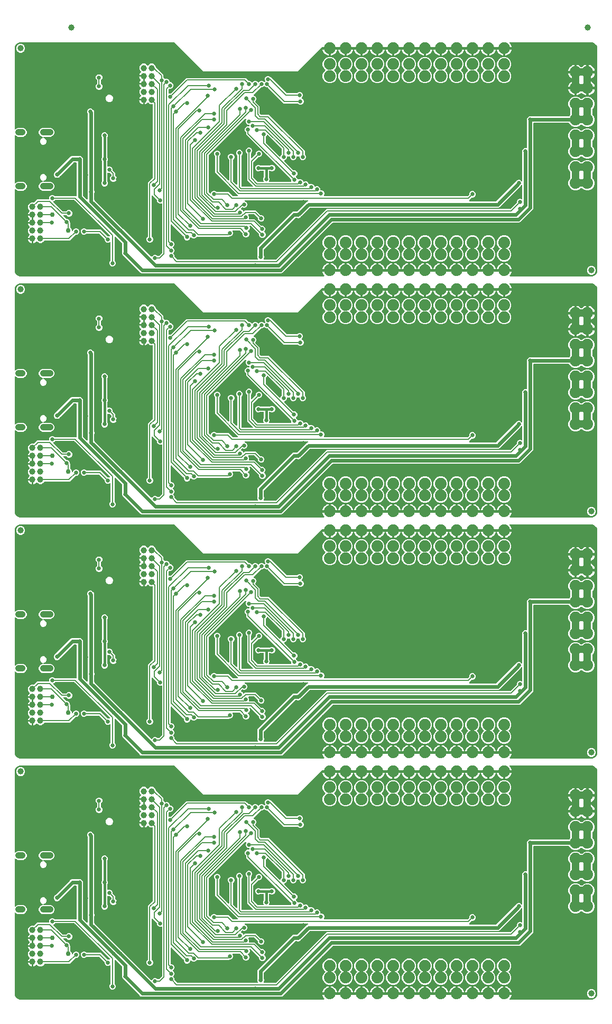
<source format=gbl>
G04 EAGLE Gerber RS-274X export*
G75*
%MOMM*%
%FSLAX34Y34*%
%LPD*%
%INBottom Copper*%
%IPPOS*%
%AMOC8*
5,1,8,0,0,1.08239X$1,22.5*%
G01*
%ADD10C,1.000000*%
%ADD11C,1.000000*%
%ADD12C,1.879600*%
%ADD13C,0.762000*%
%ADD14C,0.635000*%
%ADD15C,1.219200*%
%ADD16C,0.406400*%
%ADD17C,0.203200*%
%ADD18C,0.609600*%

G36*
X498345Y1161344D02*
X498345Y1161344D01*
X498375Y1161341D01*
X498486Y1161363D01*
X498598Y1161379D01*
X498625Y1161391D01*
X498653Y1161397D01*
X498754Y1161449D01*
X498857Y1161496D01*
X498880Y1161515D01*
X498906Y1161528D01*
X498988Y1161606D01*
X499074Y1161679D01*
X499091Y1161704D01*
X499112Y1161724D01*
X499169Y1161821D01*
X499232Y1161916D01*
X499241Y1161944D01*
X499256Y1161969D01*
X499283Y1162079D01*
X499318Y1162187D01*
X499318Y1162216D01*
X499326Y1162245D01*
X499322Y1162358D01*
X499325Y1162471D01*
X499318Y1162500D01*
X499317Y1162529D01*
X499282Y1162637D01*
X499253Y1162746D01*
X499238Y1162771D01*
X499229Y1162799D01*
X499183Y1162863D01*
X499108Y1162991D01*
X499062Y1163033D01*
X499034Y1163073D01*
X498894Y1163213D01*
X497789Y1164734D01*
X496936Y1166408D01*
X496355Y1168195D01*
X496234Y1168960D01*
X506984Y1168960D01*
X507042Y1168968D01*
X507100Y1168966D01*
X507182Y1168988D01*
X507265Y1168999D01*
X507319Y1169023D01*
X507375Y1169038D01*
X507448Y1169081D01*
X507525Y1169116D01*
X507569Y1169153D01*
X507620Y1169183D01*
X507677Y1169245D01*
X507742Y1169299D01*
X507774Y1169348D01*
X507814Y1169391D01*
X507853Y1169466D01*
X507899Y1169536D01*
X507917Y1169592D01*
X507944Y1169644D01*
X507955Y1169712D01*
X507985Y1169807D01*
X507988Y1169907D01*
X507999Y1169975D01*
X507999Y1170992D01*
X508001Y1170992D01*
X508001Y1169975D01*
X508009Y1169917D01*
X508008Y1169858D01*
X508029Y1169777D01*
X508041Y1169693D01*
X508065Y1169640D01*
X508079Y1169583D01*
X508122Y1169511D01*
X508157Y1169434D01*
X508195Y1169389D01*
X508225Y1169339D01*
X508286Y1169281D01*
X508341Y1169217D01*
X508389Y1169185D01*
X508432Y1169144D01*
X508507Y1169106D01*
X508577Y1169059D01*
X508633Y1169042D01*
X508685Y1169015D01*
X508753Y1169004D01*
X508848Y1168974D01*
X508948Y1168971D01*
X509016Y1168960D01*
X532384Y1168960D01*
X532442Y1168968D01*
X532500Y1168966D01*
X532582Y1168988D01*
X532665Y1168999D01*
X532719Y1169023D01*
X532775Y1169038D01*
X532848Y1169081D01*
X532925Y1169116D01*
X532969Y1169153D01*
X533020Y1169183D01*
X533077Y1169245D01*
X533142Y1169299D01*
X533174Y1169348D01*
X533214Y1169391D01*
X533253Y1169466D01*
X533299Y1169536D01*
X533317Y1169592D01*
X533344Y1169644D01*
X533355Y1169712D01*
X533385Y1169807D01*
X533388Y1169907D01*
X533399Y1169975D01*
X533399Y1170992D01*
X533401Y1170992D01*
X533401Y1169975D01*
X533409Y1169917D01*
X533408Y1169858D01*
X533429Y1169777D01*
X533441Y1169693D01*
X533465Y1169640D01*
X533479Y1169583D01*
X533522Y1169511D01*
X533557Y1169434D01*
X533595Y1169389D01*
X533625Y1169339D01*
X533686Y1169281D01*
X533741Y1169217D01*
X533789Y1169185D01*
X533832Y1169144D01*
X533907Y1169106D01*
X533977Y1169059D01*
X534033Y1169042D01*
X534085Y1169015D01*
X534153Y1169004D01*
X534248Y1168974D01*
X534348Y1168971D01*
X534416Y1168960D01*
X557784Y1168960D01*
X557842Y1168968D01*
X557900Y1168966D01*
X557982Y1168988D01*
X558065Y1168999D01*
X558119Y1169023D01*
X558175Y1169038D01*
X558248Y1169081D01*
X558325Y1169116D01*
X558369Y1169153D01*
X558420Y1169183D01*
X558477Y1169245D01*
X558542Y1169299D01*
X558574Y1169348D01*
X558614Y1169391D01*
X558653Y1169466D01*
X558699Y1169536D01*
X558717Y1169592D01*
X558744Y1169644D01*
X558755Y1169712D01*
X558785Y1169807D01*
X558788Y1169907D01*
X558799Y1169975D01*
X558799Y1170992D01*
X558801Y1170992D01*
X558801Y1169975D01*
X558809Y1169917D01*
X558808Y1169858D01*
X558829Y1169777D01*
X558841Y1169693D01*
X558865Y1169640D01*
X558879Y1169583D01*
X558922Y1169511D01*
X558957Y1169434D01*
X558995Y1169389D01*
X559025Y1169339D01*
X559086Y1169281D01*
X559141Y1169217D01*
X559189Y1169185D01*
X559232Y1169144D01*
X559307Y1169106D01*
X559377Y1169059D01*
X559433Y1169042D01*
X559485Y1169015D01*
X559553Y1169004D01*
X559648Y1168974D01*
X559748Y1168971D01*
X559816Y1168960D01*
X583184Y1168960D01*
X583242Y1168968D01*
X583300Y1168966D01*
X583382Y1168988D01*
X583465Y1168999D01*
X583519Y1169023D01*
X583575Y1169038D01*
X583648Y1169081D01*
X583725Y1169116D01*
X583769Y1169153D01*
X583820Y1169183D01*
X583877Y1169245D01*
X583942Y1169299D01*
X583974Y1169348D01*
X584014Y1169391D01*
X584053Y1169466D01*
X584099Y1169536D01*
X584117Y1169592D01*
X584144Y1169644D01*
X584155Y1169712D01*
X584185Y1169807D01*
X584188Y1169907D01*
X584199Y1169975D01*
X584199Y1170992D01*
X584201Y1170992D01*
X584201Y1169975D01*
X584209Y1169917D01*
X584208Y1169858D01*
X584229Y1169777D01*
X584241Y1169693D01*
X584265Y1169640D01*
X584279Y1169583D01*
X584322Y1169511D01*
X584357Y1169434D01*
X584395Y1169389D01*
X584425Y1169339D01*
X584486Y1169281D01*
X584541Y1169217D01*
X584589Y1169185D01*
X584632Y1169144D01*
X584707Y1169106D01*
X584777Y1169059D01*
X584833Y1169042D01*
X584885Y1169015D01*
X584953Y1169004D01*
X585048Y1168974D01*
X585148Y1168971D01*
X585216Y1168960D01*
X608584Y1168960D01*
X608642Y1168968D01*
X608700Y1168966D01*
X608782Y1168988D01*
X608865Y1168999D01*
X608919Y1169023D01*
X608975Y1169038D01*
X609048Y1169081D01*
X609125Y1169116D01*
X609169Y1169153D01*
X609220Y1169183D01*
X609277Y1169245D01*
X609342Y1169299D01*
X609374Y1169348D01*
X609414Y1169391D01*
X609453Y1169466D01*
X609499Y1169536D01*
X609517Y1169592D01*
X609544Y1169644D01*
X609555Y1169712D01*
X609585Y1169807D01*
X609588Y1169907D01*
X609599Y1169975D01*
X609599Y1170992D01*
X609601Y1170992D01*
X609601Y1169975D01*
X609609Y1169917D01*
X609608Y1169858D01*
X609629Y1169777D01*
X609641Y1169693D01*
X609665Y1169640D01*
X609679Y1169583D01*
X609722Y1169511D01*
X609757Y1169434D01*
X609795Y1169389D01*
X609825Y1169339D01*
X609886Y1169281D01*
X609941Y1169217D01*
X609989Y1169185D01*
X610032Y1169144D01*
X610107Y1169106D01*
X610177Y1169059D01*
X610233Y1169042D01*
X610285Y1169015D01*
X610353Y1169004D01*
X610448Y1168974D01*
X610548Y1168971D01*
X610616Y1168960D01*
X633984Y1168960D01*
X634042Y1168968D01*
X634100Y1168966D01*
X634182Y1168988D01*
X634265Y1168999D01*
X634319Y1169023D01*
X634375Y1169038D01*
X634448Y1169081D01*
X634525Y1169116D01*
X634569Y1169153D01*
X634620Y1169183D01*
X634677Y1169245D01*
X634742Y1169299D01*
X634774Y1169348D01*
X634814Y1169391D01*
X634853Y1169466D01*
X634899Y1169536D01*
X634917Y1169592D01*
X634944Y1169644D01*
X634955Y1169712D01*
X634985Y1169807D01*
X634988Y1169907D01*
X634999Y1169975D01*
X634999Y1170992D01*
X635001Y1170992D01*
X635001Y1169975D01*
X635009Y1169917D01*
X635008Y1169858D01*
X635029Y1169777D01*
X635041Y1169693D01*
X635065Y1169640D01*
X635079Y1169583D01*
X635122Y1169511D01*
X635157Y1169434D01*
X635195Y1169389D01*
X635225Y1169339D01*
X635286Y1169281D01*
X635341Y1169217D01*
X635389Y1169185D01*
X635432Y1169144D01*
X635507Y1169106D01*
X635577Y1169059D01*
X635633Y1169042D01*
X635685Y1169015D01*
X635753Y1169004D01*
X635848Y1168974D01*
X635948Y1168971D01*
X636016Y1168960D01*
X659384Y1168960D01*
X659442Y1168968D01*
X659500Y1168966D01*
X659582Y1168988D01*
X659665Y1168999D01*
X659719Y1169023D01*
X659775Y1169038D01*
X659848Y1169081D01*
X659925Y1169116D01*
X659969Y1169153D01*
X660020Y1169183D01*
X660077Y1169245D01*
X660142Y1169299D01*
X660174Y1169348D01*
X660214Y1169391D01*
X660253Y1169466D01*
X660299Y1169536D01*
X660317Y1169592D01*
X660344Y1169644D01*
X660355Y1169712D01*
X660385Y1169807D01*
X660388Y1169907D01*
X660399Y1169975D01*
X660399Y1170992D01*
X660401Y1170992D01*
X660401Y1169975D01*
X660409Y1169917D01*
X660408Y1169858D01*
X660429Y1169777D01*
X660441Y1169693D01*
X660465Y1169640D01*
X660479Y1169583D01*
X660522Y1169511D01*
X660557Y1169434D01*
X660595Y1169389D01*
X660625Y1169339D01*
X660686Y1169281D01*
X660741Y1169217D01*
X660789Y1169185D01*
X660832Y1169144D01*
X660907Y1169106D01*
X660977Y1169059D01*
X661033Y1169042D01*
X661085Y1169015D01*
X661153Y1169004D01*
X661248Y1168974D01*
X661348Y1168971D01*
X661416Y1168960D01*
X684784Y1168960D01*
X684842Y1168968D01*
X684900Y1168966D01*
X684982Y1168988D01*
X685065Y1168999D01*
X685119Y1169023D01*
X685175Y1169038D01*
X685248Y1169081D01*
X685325Y1169116D01*
X685369Y1169153D01*
X685420Y1169183D01*
X685477Y1169245D01*
X685542Y1169299D01*
X685574Y1169348D01*
X685614Y1169391D01*
X685653Y1169466D01*
X685699Y1169536D01*
X685717Y1169592D01*
X685744Y1169644D01*
X685755Y1169712D01*
X685785Y1169807D01*
X685788Y1169907D01*
X685799Y1169975D01*
X685799Y1170992D01*
X685801Y1170992D01*
X685801Y1169975D01*
X685809Y1169917D01*
X685808Y1169858D01*
X685829Y1169777D01*
X685841Y1169693D01*
X685865Y1169640D01*
X685879Y1169583D01*
X685922Y1169511D01*
X685957Y1169434D01*
X685995Y1169389D01*
X686025Y1169339D01*
X686086Y1169281D01*
X686141Y1169217D01*
X686189Y1169185D01*
X686232Y1169144D01*
X686307Y1169106D01*
X686377Y1169059D01*
X686433Y1169042D01*
X686485Y1169015D01*
X686553Y1169004D01*
X686648Y1168974D01*
X686748Y1168971D01*
X686816Y1168960D01*
X710184Y1168960D01*
X710242Y1168968D01*
X710300Y1168966D01*
X710382Y1168988D01*
X710465Y1168999D01*
X710519Y1169023D01*
X710575Y1169038D01*
X710648Y1169081D01*
X710725Y1169116D01*
X710769Y1169153D01*
X710820Y1169183D01*
X710877Y1169245D01*
X710942Y1169299D01*
X710974Y1169348D01*
X711014Y1169391D01*
X711053Y1169466D01*
X711099Y1169536D01*
X711117Y1169592D01*
X711144Y1169644D01*
X711155Y1169712D01*
X711185Y1169807D01*
X711188Y1169907D01*
X711199Y1169975D01*
X711199Y1170992D01*
X711201Y1170992D01*
X711201Y1169975D01*
X711209Y1169917D01*
X711208Y1169858D01*
X711229Y1169777D01*
X711241Y1169693D01*
X711265Y1169640D01*
X711279Y1169583D01*
X711322Y1169511D01*
X711357Y1169434D01*
X711395Y1169389D01*
X711425Y1169339D01*
X711486Y1169281D01*
X711541Y1169217D01*
X711589Y1169185D01*
X711632Y1169144D01*
X711707Y1169106D01*
X711777Y1169059D01*
X711833Y1169042D01*
X711885Y1169015D01*
X711953Y1169004D01*
X712048Y1168974D01*
X712148Y1168971D01*
X712216Y1168960D01*
X735584Y1168960D01*
X735642Y1168968D01*
X735700Y1168966D01*
X735782Y1168988D01*
X735865Y1168999D01*
X735919Y1169023D01*
X735975Y1169038D01*
X736048Y1169081D01*
X736125Y1169116D01*
X736169Y1169153D01*
X736220Y1169183D01*
X736277Y1169245D01*
X736342Y1169299D01*
X736374Y1169348D01*
X736414Y1169391D01*
X736453Y1169466D01*
X736499Y1169536D01*
X736517Y1169592D01*
X736544Y1169644D01*
X736555Y1169712D01*
X736585Y1169807D01*
X736588Y1169907D01*
X736599Y1169975D01*
X736599Y1170992D01*
X736601Y1170992D01*
X736601Y1169975D01*
X736609Y1169917D01*
X736608Y1169858D01*
X736629Y1169777D01*
X736641Y1169693D01*
X736665Y1169640D01*
X736679Y1169583D01*
X736722Y1169511D01*
X736757Y1169434D01*
X736795Y1169389D01*
X736825Y1169339D01*
X736886Y1169281D01*
X736941Y1169217D01*
X736989Y1169185D01*
X737032Y1169144D01*
X737107Y1169106D01*
X737177Y1169059D01*
X737233Y1169042D01*
X737285Y1169015D01*
X737353Y1169004D01*
X737448Y1168974D01*
X737548Y1168971D01*
X737616Y1168960D01*
X760984Y1168960D01*
X761042Y1168968D01*
X761100Y1168966D01*
X761182Y1168988D01*
X761265Y1168999D01*
X761319Y1169023D01*
X761375Y1169038D01*
X761448Y1169081D01*
X761525Y1169116D01*
X761569Y1169153D01*
X761620Y1169183D01*
X761677Y1169245D01*
X761742Y1169299D01*
X761774Y1169348D01*
X761814Y1169391D01*
X761853Y1169466D01*
X761899Y1169536D01*
X761917Y1169592D01*
X761944Y1169644D01*
X761955Y1169712D01*
X761985Y1169807D01*
X761988Y1169907D01*
X761999Y1169975D01*
X761999Y1170992D01*
X762001Y1170992D01*
X762001Y1169975D01*
X762009Y1169917D01*
X762008Y1169858D01*
X762029Y1169777D01*
X762041Y1169693D01*
X762065Y1169640D01*
X762079Y1169583D01*
X762122Y1169511D01*
X762157Y1169434D01*
X762195Y1169389D01*
X762225Y1169339D01*
X762286Y1169281D01*
X762341Y1169217D01*
X762389Y1169185D01*
X762432Y1169144D01*
X762507Y1169106D01*
X762577Y1169059D01*
X762633Y1169042D01*
X762685Y1169015D01*
X762753Y1169004D01*
X762848Y1168974D01*
X762948Y1168971D01*
X763016Y1168960D01*
X786384Y1168960D01*
X786442Y1168968D01*
X786500Y1168966D01*
X786582Y1168988D01*
X786665Y1168999D01*
X786719Y1169023D01*
X786775Y1169038D01*
X786848Y1169081D01*
X786925Y1169116D01*
X786969Y1169153D01*
X787020Y1169183D01*
X787077Y1169245D01*
X787142Y1169299D01*
X787174Y1169348D01*
X787214Y1169391D01*
X787253Y1169466D01*
X787299Y1169536D01*
X787317Y1169592D01*
X787344Y1169644D01*
X787355Y1169712D01*
X787385Y1169807D01*
X787388Y1169907D01*
X787399Y1169975D01*
X787399Y1170992D01*
X787401Y1170992D01*
X787401Y1169975D01*
X787409Y1169917D01*
X787408Y1169858D01*
X787429Y1169777D01*
X787441Y1169693D01*
X787465Y1169640D01*
X787479Y1169583D01*
X787522Y1169511D01*
X787557Y1169434D01*
X787595Y1169389D01*
X787625Y1169339D01*
X787686Y1169281D01*
X787741Y1169217D01*
X787789Y1169185D01*
X787832Y1169144D01*
X787907Y1169106D01*
X787977Y1169059D01*
X788033Y1169042D01*
X788085Y1169015D01*
X788153Y1169004D01*
X788248Y1168974D01*
X788348Y1168971D01*
X788416Y1168960D01*
X799166Y1168960D01*
X799045Y1168195D01*
X798464Y1166408D01*
X797611Y1164734D01*
X796506Y1163213D01*
X796366Y1163073D01*
X796348Y1163049D01*
X796326Y1163030D01*
X796263Y1162936D01*
X796195Y1162846D01*
X796184Y1162818D01*
X796168Y1162794D01*
X796134Y1162686D01*
X796094Y1162580D01*
X796091Y1162551D01*
X796082Y1162523D01*
X796079Y1162409D01*
X796070Y1162297D01*
X796076Y1162268D01*
X796075Y1162238D01*
X796104Y1162129D01*
X796126Y1162018D01*
X796139Y1161992D01*
X796147Y1161963D01*
X796205Y1161866D01*
X796257Y1161766D01*
X796277Y1161744D01*
X796292Y1161719D01*
X796375Y1161642D01*
X796453Y1161559D01*
X796478Y1161545D01*
X796499Y1161524D01*
X796600Y1161473D01*
X796698Y1161416D01*
X796726Y1161408D01*
X796753Y1161395D01*
X796830Y1161382D01*
X796973Y1161346D01*
X797036Y1161348D01*
X797084Y1161340D01*
X927100Y1161340D01*
X927156Y1161347D01*
X927200Y1161344D01*
X928884Y1161510D01*
X929161Y1161578D01*
X929167Y1161581D01*
X929173Y1161583D01*
X932286Y1162872D01*
X932313Y1162888D01*
X932342Y1162897D01*
X932406Y1162943D01*
X932531Y1163017D01*
X932576Y1163064D01*
X932616Y1163092D01*
X934998Y1165475D01*
X935017Y1165500D01*
X935041Y1165520D01*
X935082Y1165587D01*
X935169Y1165702D01*
X935192Y1165762D01*
X935219Y1165804D01*
X936508Y1168917D01*
X936537Y1169028D01*
X936571Y1169138D01*
X936572Y1169166D01*
X936579Y1169193D01*
X936579Y1169200D01*
X936580Y1169207D01*
X936746Y1170891D01*
X936744Y1170948D01*
X936751Y1170991D01*
X936751Y1526591D01*
X936743Y1526646D01*
X936746Y1526690D01*
X936580Y1528375D01*
X936513Y1528651D01*
X936509Y1528658D01*
X936508Y1528664D01*
X935219Y1531777D01*
X935203Y1531804D01*
X935193Y1531833D01*
X935148Y1531897D01*
X935074Y1532022D01*
X935027Y1532066D01*
X934998Y1532107D01*
X932616Y1534489D01*
X932591Y1534508D01*
X932571Y1534531D01*
X932504Y1534573D01*
X932389Y1534660D01*
X932328Y1534683D01*
X932286Y1534709D01*
X929173Y1535999D01*
X928898Y1536070D01*
X928891Y1536070D01*
X928884Y1536071D01*
X927200Y1536237D01*
X927143Y1536235D01*
X927100Y1536242D01*
X797084Y1536242D01*
X797055Y1536238D01*
X797025Y1536240D01*
X796914Y1536218D01*
X796802Y1536202D01*
X796775Y1536190D01*
X796747Y1536184D01*
X796646Y1536132D01*
X796543Y1536086D01*
X796520Y1536067D01*
X796494Y1536053D01*
X796412Y1535976D01*
X796326Y1535902D01*
X796309Y1535878D01*
X796288Y1535858D01*
X796231Y1535760D01*
X796168Y1535666D01*
X796159Y1535638D01*
X796144Y1535612D01*
X796117Y1535503D01*
X796082Y1535395D01*
X796082Y1535365D01*
X796074Y1535337D01*
X796078Y1535224D01*
X796075Y1535110D01*
X796082Y1535082D01*
X796083Y1535053D01*
X796118Y1534945D01*
X796147Y1534835D01*
X796162Y1534810D01*
X796171Y1534782D01*
X796217Y1534718D01*
X796292Y1534591D01*
X796338Y1534548D01*
X796366Y1534509D01*
X796506Y1534368D01*
X797611Y1532848D01*
X798464Y1531174D01*
X799045Y1529386D01*
X799166Y1528622D01*
X788416Y1528622D01*
X788358Y1528614D01*
X788300Y1528615D01*
X788218Y1528594D01*
X788135Y1528582D01*
X788081Y1528558D01*
X788025Y1528544D01*
X787952Y1528500D01*
X787875Y1528466D01*
X787831Y1528428D01*
X787780Y1528398D01*
X787723Y1528337D01*
X787658Y1528282D01*
X787626Y1528234D01*
X787586Y1528191D01*
X787547Y1528116D01*
X787501Y1528046D01*
X787483Y1527990D01*
X787456Y1527938D01*
X787445Y1527870D01*
X787415Y1527775D01*
X787412Y1527675D01*
X787401Y1527607D01*
X787401Y1526590D01*
X787399Y1526590D01*
X787399Y1527607D01*
X787391Y1527665D01*
X787392Y1527723D01*
X787371Y1527805D01*
X787359Y1527888D01*
X787335Y1527942D01*
X787321Y1527998D01*
X787278Y1528071D01*
X787243Y1528148D01*
X787205Y1528192D01*
X787175Y1528243D01*
X787114Y1528300D01*
X787059Y1528365D01*
X787011Y1528397D01*
X786968Y1528437D01*
X786893Y1528476D01*
X786823Y1528522D01*
X786767Y1528540D01*
X786715Y1528567D01*
X786647Y1528578D01*
X786552Y1528608D01*
X786452Y1528611D01*
X786384Y1528622D01*
X763016Y1528622D01*
X762958Y1528614D01*
X762900Y1528615D01*
X762818Y1528594D01*
X762735Y1528582D01*
X762681Y1528558D01*
X762625Y1528544D01*
X762552Y1528500D01*
X762475Y1528466D01*
X762431Y1528428D01*
X762380Y1528398D01*
X762323Y1528337D01*
X762258Y1528282D01*
X762226Y1528234D01*
X762186Y1528191D01*
X762147Y1528116D01*
X762101Y1528046D01*
X762083Y1527990D01*
X762056Y1527938D01*
X762045Y1527870D01*
X762015Y1527775D01*
X762012Y1527675D01*
X762001Y1527607D01*
X762001Y1526590D01*
X761999Y1526590D01*
X761999Y1527607D01*
X761991Y1527665D01*
X761992Y1527723D01*
X761971Y1527805D01*
X761959Y1527888D01*
X761935Y1527942D01*
X761921Y1527998D01*
X761878Y1528071D01*
X761843Y1528148D01*
X761805Y1528192D01*
X761775Y1528243D01*
X761714Y1528300D01*
X761659Y1528365D01*
X761611Y1528397D01*
X761568Y1528437D01*
X761493Y1528476D01*
X761423Y1528522D01*
X761367Y1528540D01*
X761315Y1528567D01*
X761247Y1528578D01*
X761152Y1528608D01*
X761052Y1528611D01*
X760984Y1528622D01*
X737616Y1528622D01*
X737558Y1528614D01*
X737500Y1528615D01*
X737418Y1528594D01*
X737335Y1528582D01*
X737281Y1528558D01*
X737225Y1528544D01*
X737152Y1528500D01*
X737075Y1528466D01*
X737031Y1528428D01*
X736980Y1528398D01*
X736923Y1528337D01*
X736858Y1528282D01*
X736826Y1528234D01*
X736786Y1528191D01*
X736747Y1528116D01*
X736701Y1528046D01*
X736683Y1527990D01*
X736656Y1527938D01*
X736645Y1527870D01*
X736615Y1527775D01*
X736612Y1527675D01*
X736601Y1527607D01*
X736601Y1526590D01*
X736599Y1526590D01*
X736599Y1527607D01*
X736591Y1527665D01*
X736592Y1527723D01*
X736571Y1527805D01*
X736559Y1527888D01*
X736535Y1527942D01*
X736521Y1527998D01*
X736478Y1528071D01*
X736443Y1528148D01*
X736405Y1528192D01*
X736375Y1528243D01*
X736314Y1528300D01*
X736259Y1528365D01*
X736211Y1528397D01*
X736168Y1528437D01*
X736093Y1528476D01*
X736023Y1528522D01*
X735967Y1528540D01*
X735915Y1528567D01*
X735847Y1528578D01*
X735752Y1528608D01*
X735652Y1528611D01*
X735584Y1528622D01*
X712216Y1528622D01*
X712158Y1528614D01*
X712100Y1528615D01*
X712018Y1528594D01*
X711935Y1528582D01*
X711881Y1528558D01*
X711825Y1528544D01*
X711752Y1528500D01*
X711675Y1528466D01*
X711631Y1528428D01*
X711580Y1528398D01*
X711523Y1528337D01*
X711458Y1528282D01*
X711426Y1528234D01*
X711386Y1528191D01*
X711347Y1528116D01*
X711301Y1528046D01*
X711283Y1527990D01*
X711256Y1527938D01*
X711245Y1527870D01*
X711215Y1527775D01*
X711212Y1527675D01*
X711201Y1527607D01*
X711201Y1526590D01*
X711199Y1526590D01*
X711199Y1527607D01*
X711191Y1527665D01*
X711192Y1527723D01*
X711171Y1527805D01*
X711159Y1527888D01*
X711135Y1527942D01*
X711121Y1527998D01*
X711078Y1528071D01*
X711043Y1528148D01*
X711005Y1528192D01*
X710975Y1528243D01*
X710914Y1528300D01*
X710859Y1528365D01*
X710811Y1528397D01*
X710768Y1528437D01*
X710693Y1528476D01*
X710623Y1528522D01*
X710567Y1528540D01*
X710515Y1528567D01*
X710447Y1528578D01*
X710352Y1528608D01*
X710252Y1528611D01*
X710184Y1528622D01*
X686816Y1528622D01*
X686758Y1528614D01*
X686700Y1528615D01*
X686618Y1528594D01*
X686535Y1528582D01*
X686481Y1528558D01*
X686425Y1528544D01*
X686352Y1528500D01*
X686275Y1528466D01*
X686231Y1528428D01*
X686180Y1528398D01*
X686123Y1528337D01*
X686058Y1528282D01*
X686026Y1528234D01*
X685986Y1528191D01*
X685947Y1528116D01*
X685901Y1528046D01*
X685883Y1527990D01*
X685856Y1527938D01*
X685845Y1527870D01*
X685815Y1527775D01*
X685812Y1527675D01*
X685801Y1527607D01*
X685801Y1526590D01*
X685799Y1526590D01*
X685799Y1527607D01*
X685791Y1527665D01*
X685792Y1527723D01*
X685771Y1527805D01*
X685759Y1527888D01*
X685735Y1527942D01*
X685721Y1527998D01*
X685678Y1528071D01*
X685643Y1528148D01*
X685605Y1528192D01*
X685575Y1528243D01*
X685514Y1528300D01*
X685459Y1528365D01*
X685411Y1528397D01*
X685368Y1528437D01*
X685293Y1528476D01*
X685223Y1528522D01*
X685167Y1528540D01*
X685115Y1528567D01*
X685047Y1528578D01*
X684952Y1528608D01*
X684852Y1528611D01*
X684784Y1528622D01*
X661416Y1528622D01*
X661358Y1528614D01*
X661300Y1528615D01*
X661218Y1528594D01*
X661135Y1528582D01*
X661081Y1528558D01*
X661025Y1528544D01*
X660952Y1528500D01*
X660875Y1528466D01*
X660831Y1528428D01*
X660780Y1528398D01*
X660723Y1528337D01*
X660658Y1528282D01*
X660626Y1528234D01*
X660586Y1528191D01*
X660547Y1528116D01*
X660501Y1528046D01*
X660483Y1527990D01*
X660456Y1527938D01*
X660445Y1527870D01*
X660415Y1527775D01*
X660412Y1527675D01*
X660401Y1527607D01*
X660401Y1526590D01*
X660399Y1526590D01*
X660399Y1527607D01*
X660391Y1527665D01*
X660392Y1527723D01*
X660371Y1527805D01*
X660359Y1527888D01*
X660335Y1527942D01*
X660321Y1527998D01*
X660278Y1528071D01*
X660243Y1528148D01*
X660205Y1528192D01*
X660175Y1528243D01*
X660114Y1528300D01*
X660059Y1528365D01*
X660011Y1528397D01*
X659968Y1528437D01*
X659893Y1528476D01*
X659823Y1528522D01*
X659767Y1528540D01*
X659715Y1528567D01*
X659647Y1528578D01*
X659552Y1528608D01*
X659452Y1528611D01*
X659384Y1528622D01*
X636016Y1528622D01*
X635958Y1528614D01*
X635900Y1528615D01*
X635818Y1528594D01*
X635735Y1528582D01*
X635681Y1528558D01*
X635625Y1528544D01*
X635552Y1528500D01*
X635475Y1528466D01*
X635431Y1528428D01*
X635380Y1528398D01*
X635323Y1528337D01*
X635258Y1528282D01*
X635226Y1528234D01*
X635186Y1528191D01*
X635147Y1528116D01*
X635101Y1528046D01*
X635083Y1527990D01*
X635056Y1527938D01*
X635045Y1527870D01*
X635015Y1527775D01*
X635012Y1527675D01*
X635001Y1527607D01*
X635001Y1526590D01*
X634999Y1526590D01*
X634999Y1527607D01*
X634991Y1527665D01*
X634992Y1527723D01*
X634971Y1527805D01*
X634959Y1527888D01*
X634935Y1527942D01*
X634921Y1527998D01*
X634878Y1528071D01*
X634843Y1528148D01*
X634805Y1528192D01*
X634775Y1528243D01*
X634714Y1528300D01*
X634659Y1528365D01*
X634611Y1528397D01*
X634568Y1528437D01*
X634493Y1528476D01*
X634423Y1528522D01*
X634367Y1528540D01*
X634315Y1528567D01*
X634247Y1528578D01*
X634152Y1528608D01*
X634052Y1528611D01*
X633984Y1528622D01*
X610616Y1528622D01*
X610558Y1528614D01*
X610500Y1528615D01*
X610418Y1528594D01*
X610335Y1528582D01*
X610281Y1528558D01*
X610225Y1528544D01*
X610152Y1528500D01*
X610075Y1528466D01*
X610031Y1528428D01*
X609980Y1528398D01*
X609923Y1528337D01*
X609858Y1528282D01*
X609826Y1528234D01*
X609786Y1528191D01*
X609747Y1528116D01*
X609701Y1528046D01*
X609683Y1527990D01*
X609656Y1527938D01*
X609645Y1527870D01*
X609615Y1527775D01*
X609612Y1527675D01*
X609601Y1527607D01*
X609601Y1526590D01*
X609599Y1526590D01*
X609599Y1527607D01*
X609591Y1527665D01*
X609592Y1527723D01*
X609571Y1527805D01*
X609559Y1527888D01*
X609535Y1527942D01*
X609521Y1527998D01*
X609478Y1528071D01*
X609443Y1528148D01*
X609405Y1528192D01*
X609375Y1528243D01*
X609314Y1528300D01*
X609259Y1528365D01*
X609211Y1528397D01*
X609168Y1528437D01*
X609093Y1528476D01*
X609023Y1528522D01*
X608967Y1528540D01*
X608915Y1528567D01*
X608847Y1528578D01*
X608752Y1528608D01*
X608652Y1528611D01*
X608584Y1528622D01*
X585216Y1528622D01*
X585158Y1528614D01*
X585100Y1528615D01*
X585018Y1528594D01*
X584935Y1528582D01*
X584881Y1528558D01*
X584825Y1528544D01*
X584752Y1528500D01*
X584675Y1528466D01*
X584631Y1528428D01*
X584580Y1528398D01*
X584523Y1528337D01*
X584458Y1528282D01*
X584426Y1528234D01*
X584386Y1528191D01*
X584347Y1528116D01*
X584301Y1528046D01*
X584283Y1527990D01*
X584256Y1527938D01*
X584245Y1527870D01*
X584215Y1527775D01*
X584212Y1527675D01*
X584201Y1527607D01*
X584201Y1526590D01*
X584199Y1526590D01*
X584199Y1527607D01*
X584191Y1527665D01*
X584192Y1527723D01*
X584171Y1527805D01*
X584159Y1527888D01*
X584135Y1527942D01*
X584121Y1527998D01*
X584078Y1528071D01*
X584043Y1528148D01*
X584005Y1528192D01*
X583975Y1528243D01*
X583914Y1528300D01*
X583859Y1528365D01*
X583811Y1528397D01*
X583768Y1528437D01*
X583693Y1528476D01*
X583623Y1528522D01*
X583567Y1528540D01*
X583515Y1528567D01*
X583447Y1528578D01*
X583352Y1528608D01*
X583252Y1528611D01*
X583184Y1528622D01*
X559816Y1528622D01*
X559758Y1528614D01*
X559700Y1528615D01*
X559618Y1528594D01*
X559535Y1528582D01*
X559481Y1528558D01*
X559425Y1528544D01*
X559352Y1528500D01*
X559275Y1528466D01*
X559231Y1528428D01*
X559180Y1528398D01*
X559123Y1528337D01*
X559058Y1528282D01*
X559026Y1528234D01*
X558986Y1528191D01*
X558947Y1528116D01*
X558901Y1528046D01*
X558883Y1527990D01*
X558856Y1527938D01*
X558845Y1527870D01*
X558815Y1527775D01*
X558812Y1527675D01*
X558801Y1527607D01*
X558801Y1526590D01*
X558799Y1526590D01*
X558799Y1527607D01*
X558791Y1527665D01*
X558792Y1527723D01*
X558771Y1527805D01*
X558759Y1527888D01*
X558735Y1527942D01*
X558721Y1527998D01*
X558678Y1528071D01*
X558643Y1528148D01*
X558605Y1528192D01*
X558575Y1528243D01*
X558514Y1528300D01*
X558459Y1528365D01*
X558411Y1528397D01*
X558368Y1528437D01*
X558293Y1528476D01*
X558223Y1528522D01*
X558167Y1528540D01*
X558115Y1528567D01*
X558047Y1528578D01*
X557952Y1528608D01*
X557852Y1528611D01*
X557784Y1528622D01*
X534416Y1528622D01*
X534358Y1528614D01*
X534300Y1528615D01*
X534218Y1528594D01*
X534135Y1528582D01*
X534081Y1528558D01*
X534025Y1528544D01*
X533952Y1528500D01*
X533875Y1528466D01*
X533831Y1528428D01*
X533780Y1528398D01*
X533723Y1528337D01*
X533658Y1528282D01*
X533626Y1528234D01*
X533586Y1528191D01*
X533547Y1528116D01*
X533501Y1528046D01*
X533483Y1527990D01*
X533456Y1527938D01*
X533445Y1527870D01*
X533415Y1527775D01*
X533412Y1527675D01*
X533401Y1527607D01*
X533401Y1526590D01*
X533399Y1526590D01*
X533399Y1527607D01*
X533391Y1527665D01*
X533392Y1527723D01*
X533371Y1527805D01*
X533359Y1527888D01*
X533335Y1527942D01*
X533321Y1527998D01*
X533278Y1528071D01*
X533243Y1528148D01*
X533205Y1528192D01*
X533175Y1528243D01*
X533114Y1528300D01*
X533059Y1528365D01*
X533011Y1528397D01*
X532968Y1528437D01*
X532893Y1528476D01*
X532823Y1528522D01*
X532767Y1528540D01*
X532715Y1528567D01*
X532647Y1528578D01*
X532552Y1528608D01*
X532452Y1528611D01*
X532384Y1528622D01*
X509016Y1528622D01*
X508958Y1528614D01*
X508900Y1528615D01*
X508818Y1528594D01*
X508735Y1528582D01*
X508681Y1528558D01*
X508625Y1528544D01*
X508552Y1528500D01*
X508475Y1528466D01*
X508431Y1528428D01*
X508380Y1528398D01*
X508323Y1528337D01*
X508258Y1528282D01*
X508226Y1528234D01*
X508186Y1528191D01*
X508147Y1528116D01*
X508101Y1528046D01*
X508083Y1527990D01*
X508056Y1527938D01*
X508045Y1527870D01*
X508015Y1527775D01*
X508012Y1527675D01*
X508001Y1527607D01*
X508001Y1526590D01*
X507999Y1526590D01*
X507999Y1527607D01*
X507991Y1527665D01*
X507992Y1527723D01*
X507971Y1527805D01*
X507959Y1527888D01*
X507935Y1527942D01*
X507921Y1527998D01*
X507878Y1528071D01*
X507843Y1528148D01*
X507805Y1528192D01*
X507775Y1528243D01*
X507714Y1528300D01*
X507659Y1528365D01*
X507611Y1528397D01*
X507568Y1528437D01*
X507493Y1528476D01*
X507423Y1528522D01*
X507367Y1528540D01*
X507315Y1528567D01*
X507247Y1528578D01*
X507152Y1528608D01*
X507052Y1528611D01*
X506984Y1528622D01*
X496316Y1528622D01*
X496229Y1528610D01*
X496142Y1528607D01*
X496089Y1528590D01*
X496034Y1528582D01*
X495955Y1528546D01*
X495871Y1528520D01*
X495832Y1528492D01*
X495775Y1528466D01*
X495662Y1528370D01*
X495598Y1528325D01*
X456780Y1489506D01*
X305221Y1489506D01*
X258782Y1535945D01*
X258712Y1535997D01*
X258648Y1536057D01*
X258599Y1536082D01*
X258555Y1536116D01*
X258473Y1536147D01*
X258395Y1536187D01*
X258347Y1536195D01*
X258289Y1536217D01*
X258141Y1536229D01*
X258064Y1536242D01*
X12700Y1536242D01*
X12644Y1536234D01*
X12600Y1536237D01*
X10916Y1536071D01*
X10639Y1536004D01*
X10633Y1536000D01*
X10627Y1535999D01*
X7514Y1534709D01*
X7487Y1534694D01*
X7458Y1534684D01*
X7394Y1534639D01*
X7269Y1534565D01*
X7224Y1534518D01*
X7184Y1534489D01*
X4802Y1532107D01*
X4783Y1532082D01*
X4759Y1532062D01*
X4718Y1531995D01*
X4631Y1531879D01*
X4608Y1531819D01*
X4581Y1531777D01*
X3292Y1528664D01*
X3221Y1528389D01*
X3221Y1528381D01*
X3220Y1528375D01*
X3054Y1526690D01*
X3056Y1526634D01*
X3049Y1526591D01*
X3049Y1397886D01*
X3053Y1397857D01*
X3050Y1397828D01*
X3056Y1397800D01*
X3055Y1397776D01*
X3075Y1397702D01*
X3089Y1397605D01*
X3101Y1397578D01*
X3106Y1397549D01*
X3123Y1397517D01*
X3127Y1397501D01*
X3159Y1397449D01*
X3205Y1397345D01*
X3224Y1397323D01*
X3237Y1397297D01*
X3268Y1397265D01*
X3272Y1397257D01*
X3299Y1397232D01*
X3315Y1397215D01*
X3388Y1397128D01*
X3413Y1397112D01*
X3433Y1397091D01*
X3477Y1397065D01*
X3480Y1397062D01*
X3495Y1397055D01*
X3531Y1397034D01*
X3625Y1396971D01*
X3653Y1396962D01*
X3678Y1396947D01*
X3732Y1396934D01*
X3733Y1396933D01*
X3736Y1396933D01*
X3788Y1396919D01*
X3896Y1396885D01*
X3926Y1396884D01*
X3954Y1396877D01*
X4049Y1396880D01*
X4064Y1396878D01*
X4070Y1396878D01*
X4089Y1396880D01*
X4180Y1396878D01*
X4209Y1396885D01*
X4238Y1396886D01*
X4321Y1396913D01*
X4352Y1396917D01*
X4380Y1396930D01*
X4455Y1396950D01*
X4481Y1396965D01*
X4509Y1396974D01*
X4561Y1397011D01*
X4611Y1397034D01*
X4646Y1397063D01*
X4700Y1397095D01*
X4743Y1397140D01*
X4782Y1397168D01*
X5566Y1397953D01*
X8151Y1399024D01*
X16949Y1399024D01*
X19534Y1397953D01*
X21512Y1395975D01*
X22583Y1393390D01*
X22583Y1390592D01*
X21512Y1388007D01*
X19534Y1386029D01*
X16949Y1384958D01*
X8151Y1384958D01*
X5566Y1386029D01*
X4782Y1386813D01*
X4758Y1386831D01*
X4739Y1386853D01*
X4645Y1386916D01*
X4555Y1386984D01*
X4527Y1386994D01*
X4503Y1387011D01*
X4395Y1387045D01*
X4289Y1387085D01*
X4260Y1387088D01*
X4232Y1387097D01*
X4118Y1387099D01*
X4006Y1387109D01*
X3977Y1387103D01*
X3948Y1387104D01*
X3838Y1387075D01*
X3727Y1387053D01*
X3701Y1387039D01*
X3673Y1387032D01*
X3575Y1386974D01*
X3475Y1386922D01*
X3453Y1386902D01*
X3428Y1386887D01*
X3351Y1386804D01*
X3269Y1386726D01*
X3254Y1386701D01*
X3234Y1386679D01*
X3182Y1386578D01*
X3125Y1386481D01*
X3118Y1386452D01*
X3104Y1386426D01*
X3091Y1386349D01*
X3055Y1386205D01*
X3057Y1386143D01*
X3049Y1386095D01*
X3049Y1311486D01*
X3053Y1311457D01*
X3050Y1311428D01*
X3073Y1311317D01*
X3089Y1311205D01*
X3101Y1311178D01*
X3106Y1311149D01*
X3159Y1311049D01*
X3205Y1310945D01*
X3224Y1310923D01*
X3237Y1310897D01*
X3315Y1310815D01*
X3388Y1310728D01*
X3413Y1310712D01*
X3433Y1310691D01*
X3531Y1310634D01*
X3625Y1310571D01*
X3653Y1310562D01*
X3678Y1310547D01*
X3788Y1310519D01*
X3896Y1310485D01*
X3926Y1310484D01*
X3954Y1310477D01*
X4067Y1310481D01*
X4180Y1310478D01*
X4209Y1310485D01*
X4238Y1310486D01*
X4346Y1310521D01*
X4455Y1310550D01*
X4481Y1310565D01*
X4509Y1310574D01*
X4573Y1310619D01*
X4700Y1310695D01*
X4743Y1310740D01*
X4782Y1310768D01*
X5566Y1311553D01*
X8151Y1312624D01*
X16949Y1312624D01*
X19534Y1311553D01*
X21512Y1309575D01*
X22583Y1306990D01*
X22583Y1304192D01*
X21512Y1301607D01*
X19534Y1299629D01*
X16949Y1298558D01*
X8151Y1298558D01*
X5566Y1299629D01*
X4782Y1300413D01*
X4758Y1300431D01*
X4739Y1300453D01*
X4645Y1300516D01*
X4555Y1300584D01*
X4527Y1300594D01*
X4503Y1300611D01*
X4395Y1300645D01*
X4289Y1300685D01*
X4260Y1300688D01*
X4232Y1300697D01*
X4118Y1300699D01*
X4006Y1300709D01*
X3977Y1300703D01*
X3948Y1300704D01*
X3838Y1300675D01*
X3727Y1300653D01*
X3701Y1300639D01*
X3673Y1300632D01*
X3575Y1300574D01*
X3475Y1300522D01*
X3453Y1300502D01*
X3428Y1300487D01*
X3351Y1300404D01*
X3269Y1300326D01*
X3254Y1300301D01*
X3234Y1300279D01*
X3182Y1300178D01*
X3125Y1300081D01*
X3118Y1300052D01*
X3104Y1300026D01*
X3091Y1299949D01*
X3055Y1299805D01*
X3057Y1299743D01*
X3049Y1299695D01*
X3049Y1170991D01*
X3057Y1170935D01*
X3054Y1170891D01*
X3220Y1169207D01*
X3287Y1168930D01*
X3291Y1168924D01*
X3292Y1168917D01*
X4581Y1165804D01*
X4597Y1165778D01*
X4607Y1165748D01*
X4652Y1165684D01*
X4726Y1165560D01*
X4773Y1165515D01*
X4802Y1165475D01*
X7184Y1163092D01*
X7209Y1163074D01*
X7229Y1163050D01*
X7296Y1163008D01*
X7411Y1162921D01*
X7472Y1162899D01*
X7514Y1162872D01*
X10627Y1161583D01*
X10902Y1161512D01*
X10909Y1161512D01*
X10916Y1161510D01*
X12600Y1161344D01*
X12657Y1161347D01*
X12700Y1161340D01*
X498316Y1161340D01*
X498345Y1161344D01*
G37*
G36*
X498345Y389158D02*
X498345Y389158D01*
X498375Y389156D01*
X498486Y389178D01*
X498598Y389194D01*
X498625Y389206D01*
X498653Y389212D01*
X498754Y389264D01*
X498857Y389310D01*
X498880Y389329D01*
X498906Y389343D01*
X498988Y389421D01*
X499074Y389494D01*
X499091Y389518D01*
X499112Y389539D01*
X499169Y389636D01*
X499232Y389731D01*
X499241Y389759D01*
X499256Y389784D01*
X499283Y389893D01*
X499318Y390002D01*
X499318Y390031D01*
X499326Y390059D01*
X499322Y390173D01*
X499325Y390286D01*
X499318Y390314D01*
X499317Y390344D01*
X499282Y390452D01*
X499253Y390561D01*
X499238Y390586D01*
X499229Y390614D01*
X499183Y390678D01*
X499108Y390805D01*
X499062Y390848D01*
X499034Y390887D01*
X498894Y391028D01*
X497789Y392548D01*
X496936Y394222D01*
X496355Y396010D01*
X496234Y396774D01*
X506984Y396774D01*
X507042Y396782D01*
X507100Y396781D01*
X507182Y396802D01*
X507265Y396814D01*
X507319Y396838D01*
X507375Y396853D01*
X507448Y396896D01*
X507525Y396930D01*
X507569Y396968D01*
X507620Y396998D01*
X507677Y397059D01*
X507742Y397114D01*
X507774Y397163D01*
X507814Y397205D01*
X507853Y397280D01*
X507899Y397351D01*
X507917Y397406D01*
X507944Y397458D01*
X507955Y397526D01*
X507985Y397622D01*
X507988Y397721D01*
X507999Y397789D01*
X507999Y398806D01*
X508001Y398806D01*
X508001Y397789D01*
X508009Y397732D01*
X508008Y397673D01*
X508029Y397591D01*
X508041Y397508D01*
X508065Y397455D01*
X508079Y397398D01*
X508122Y397326D01*
X508157Y397249D01*
X508195Y397204D01*
X508225Y397154D01*
X508286Y397096D01*
X508341Y397032D01*
X508389Y396999D01*
X508432Y396959D01*
X508507Y396921D01*
X508577Y396874D01*
X508633Y396856D01*
X508685Y396830D01*
X508753Y396818D01*
X508848Y396788D01*
X508948Y396786D01*
X509016Y396774D01*
X532384Y396774D01*
X532442Y396782D01*
X532500Y396781D01*
X532582Y396802D01*
X532665Y396814D01*
X532719Y396838D01*
X532775Y396853D01*
X532848Y396896D01*
X532925Y396930D01*
X532969Y396968D01*
X533020Y396998D01*
X533077Y397059D01*
X533142Y397114D01*
X533174Y397163D01*
X533214Y397205D01*
X533253Y397280D01*
X533299Y397351D01*
X533317Y397406D01*
X533344Y397458D01*
X533355Y397526D01*
X533385Y397622D01*
X533388Y397721D01*
X533399Y397789D01*
X533399Y398806D01*
X533401Y398806D01*
X533401Y397789D01*
X533409Y397732D01*
X533408Y397673D01*
X533429Y397591D01*
X533441Y397508D01*
X533465Y397455D01*
X533479Y397398D01*
X533522Y397326D01*
X533557Y397249D01*
X533595Y397204D01*
X533625Y397154D01*
X533686Y397096D01*
X533741Y397032D01*
X533789Y396999D01*
X533832Y396959D01*
X533907Y396921D01*
X533977Y396874D01*
X534033Y396856D01*
X534085Y396830D01*
X534153Y396818D01*
X534248Y396788D01*
X534348Y396786D01*
X534416Y396774D01*
X557784Y396774D01*
X557842Y396782D01*
X557900Y396781D01*
X557982Y396802D01*
X558065Y396814D01*
X558119Y396838D01*
X558175Y396853D01*
X558248Y396896D01*
X558325Y396930D01*
X558369Y396968D01*
X558420Y396998D01*
X558477Y397059D01*
X558542Y397114D01*
X558574Y397163D01*
X558614Y397205D01*
X558653Y397280D01*
X558699Y397351D01*
X558717Y397406D01*
X558744Y397458D01*
X558755Y397526D01*
X558785Y397622D01*
X558788Y397721D01*
X558799Y397789D01*
X558799Y398806D01*
X558801Y398806D01*
X558801Y397789D01*
X558809Y397732D01*
X558808Y397673D01*
X558829Y397591D01*
X558841Y397508D01*
X558865Y397455D01*
X558879Y397398D01*
X558922Y397326D01*
X558957Y397249D01*
X558995Y397204D01*
X559025Y397154D01*
X559086Y397096D01*
X559141Y397032D01*
X559189Y396999D01*
X559232Y396959D01*
X559307Y396921D01*
X559377Y396874D01*
X559433Y396856D01*
X559485Y396830D01*
X559553Y396818D01*
X559648Y396788D01*
X559748Y396786D01*
X559816Y396774D01*
X583184Y396774D01*
X583242Y396782D01*
X583300Y396781D01*
X583382Y396802D01*
X583465Y396814D01*
X583519Y396838D01*
X583575Y396853D01*
X583648Y396896D01*
X583725Y396930D01*
X583769Y396968D01*
X583820Y396998D01*
X583877Y397059D01*
X583942Y397114D01*
X583974Y397163D01*
X584014Y397205D01*
X584053Y397280D01*
X584099Y397351D01*
X584117Y397406D01*
X584144Y397458D01*
X584155Y397526D01*
X584185Y397622D01*
X584188Y397721D01*
X584199Y397789D01*
X584199Y398806D01*
X584201Y398806D01*
X584201Y397789D01*
X584209Y397732D01*
X584208Y397673D01*
X584229Y397591D01*
X584241Y397508D01*
X584265Y397455D01*
X584279Y397398D01*
X584322Y397326D01*
X584357Y397249D01*
X584395Y397204D01*
X584425Y397154D01*
X584486Y397096D01*
X584541Y397032D01*
X584589Y396999D01*
X584632Y396959D01*
X584707Y396921D01*
X584777Y396874D01*
X584833Y396856D01*
X584885Y396830D01*
X584953Y396818D01*
X585048Y396788D01*
X585148Y396786D01*
X585216Y396774D01*
X608584Y396774D01*
X608642Y396782D01*
X608700Y396781D01*
X608782Y396802D01*
X608865Y396814D01*
X608919Y396838D01*
X608975Y396853D01*
X609048Y396896D01*
X609125Y396930D01*
X609169Y396968D01*
X609220Y396998D01*
X609277Y397059D01*
X609342Y397114D01*
X609374Y397163D01*
X609414Y397205D01*
X609453Y397280D01*
X609499Y397351D01*
X609517Y397406D01*
X609544Y397458D01*
X609555Y397526D01*
X609585Y397622D01*
X609588Y397721D01*
X609599Y397789D01*
X609599Y398806D01*
X609601Y398806D01*
X609601Y397789D01*
X609609Y397732D01*
X609608Y397673D01*
X609629Y397591D01*
X609641Y397508D01*
X609665Y397455D01*
X609679Y397398D01*
X609722Y397326D01*
X609757Y397249D01*
X609795Y397204D01*
X609825Y397154D01*
X609886Y397096D01*
X609941Y397032D01*
X609989Y396999D01*
X610032Y396959D01*
X610107Y396921D01*
X610177Y396874D01*
X610233Y396856D01*
X610285Y396830D01*
X610353Y396818D01*
X610448Y396788D01*
X610548Y396786D01*
X610616Y396774D01*
X633984Y396774D01*
X634042Y396782D01*
X634100Y396781D01*
X634182Y396802D01*
X634265Y396814D01*
X634319Y396838D01*
X634375Y396853D01*
X634448Y396896D01*
X634525Y396930D01*
X634569Y396968D01*
X634620Y396998D01*
X634677Y397059D01*
X634742Y397114D01*
X634774Y397163D01*
X634814Y397205D01*
X634853Y397280D01*
X634899Y397351D01*
X634917Y397406D01*
X634944Y397458D01*
X634955Y397526D01*
X634985Y397622D01*
X634988Y397721D01*
X634999Y397789D01*
X634999Y398806D01*
X635001Y398806D01*
X635001Y397789D01*
X635009Y397732D01*
X635008Y397673D01*
X635029Y397591D01*
X635041Y397508D01*
X635065Y397455D01*
X635079Y397398D01*
X635122Y397326D01*
X635157Y397249D01*
X635195Y397204D01*
X635225Y397154D01*
X635286Y397096D01*
X635341Y397032D01*
X635389Y396999D01*
X635432Y396959D01*
X635507Y396921D01*
X635577Y396874D01*
X635633Y396856D01*
X635685Y396830D01*
X635753Y396818D01*
X635848Y396788D01*
X635948Y396786D01*
X636016Y396774D01*
X659384Y396774D01*
X659442Y396782D01*
X659500Y396781D01*
X659582Y396802D01*
X659665Y396814D01*
X659719Y396838D01*
X659775Y396853D01*
X659848Y396896D01*
X659925Y396930D01*
X659969Y396968D01*
X660020Y396998D01*
X660077Y397059D01*
X660142Y397114D01*
X660174Y397163D01*
X660214Y397205D01*
X660253Y397280D01*
X660299Y397351D01*
X660317Y397406D01*
X660344Y397458D01*
X660355Y397526D01*
X660385Y397622D01*
X660388Y397721D01*
X660399Y397789D01*
X660399Y398806D01*
X660401Y398806D01*
X660401Y397789D01*
X660409Y397732D01*
X660408Y397673D01*
X660429Y397591D01*
X660441Y397508D01*
X660465Y397455D01*
X660479Y397398D01*
X660522Y397326D01*
X660557Y397249D01*
X660595Y397204D01*
X660625Y397154D01*
X660686Y397096D01*
X660741Y397032D01*
X660789Y396999D01*
X660832Y396959D01*
X660907Y396921D01*
X660977Y396874D01*
X661033Y396856D01*
X661085Y396830D01*
X661153Y396818D01*
X661248Y396788D01*
X661348Y396786D01*
X661416Y396774D01*
X684784Y396774D01*
X684842Y396782D01*
X684900Y396781D01*
X684982Y396802D01*
X685065Y396814D01*
X685119Y396838D01*
X685175Y396853D01*
X685248Y396896D01*
X685325Y396930D01*
X685369Y396968D01*
X685420Y396998D01*
X685477Y397059D01*
X685542Y397114D01*
X685574Y397163D01*
X685614Y397205D01*
X685653Y397280D01*
X685699Y397351D01*
X685717Y397406D01*
X685744Y397458D01*
X685755Y397526D01*
X685785Y397622D01*
X685788Y397721D01*
X685799Y397789D01*
X685799Y398806D01*
X685801Y398806D01*
X685801Y397789D01*
X685809Y397732D01*
X685808Y397673D01*
X685829Y397591D01*
X685841Y397508D01*
X685865Y397455D01*
X685879Y397398D01*
X685922Y397326D01*
X685957Y397249D01*
X685995Y397204D01*
X686025Y397154D01*
X686086Y397096D01*
X686141Y397032D01*
X686189Y396999D01*
X686232Y396959D01*
X686307Y396921D01*
X686377Y396874D01*
X686433Y396856D01*
X686485Y396830D01*
X686553Y396818D01*
X686648Y396788D01*
X686748Y396786D01*
X686816Y396774D01*
X710184Y396774D01*
X710242Y396782D01*
X710300Y396781D01*
X710382Y396802D01*
X710465Y396814D01*
X710519Y396838D01*
X710575Y396853D01*
X710648Y396896D01*
X710725Y396930D01*
X710769Y396968D01*
X710820Y396998D01*
X710877Y397059D01*
X710942Y397114D01*
X710974Y397163D01*
X711014Y397205D01*
X711053Y397280D01*
X711099Y397351D01*
X711117Y397406D01*
X711144Y397458D01*
X711155Y397526D01*
X711185Y397622D01*
X711188Y397721D01*
X711199Y397789D01*
X711199Y398806D01*
X711201Y398806D01*
X711201Y397789D01*
X711209Y397732D01*
X711208Y397673D01*
X711229Y397591D01*
X711241Y397508D01*
X711265Y397455D01*
X711279Y397398D01*
X711322Y397326D01*
X711357Y397249D01*
X711395Y397204D01*
X711425Y397154D01*
X711486Y397096D01*
X711541Y397032D01*
X711589Y396999D01*
X711632Y396959D01*
X711707Y396921D01*
X711777Y396874D01*
X711833Y396856D01*
X711885Y396830D01*
X711953Y396818D01*
X712048Y396788D01*
X712148Y396786D01*
X712216Y396774D01*
X735584Y396774D01*
X735642Y396782D01*
X735700Y396781D01*
X735782Y396802D01*
X735865Y396814D01*
X735919Y396838D01*
X735975Y396853D01*
X736048Y396896D01*
X736125Y396930D01*
X736169Y396968D01*
X736220Y396998D01*
X736277Y397059D01*
X736342Y397114D01*
X736374Y397163D01*
X736414Y397205D01*
X736453Y397280D01*
X736499Y397351D01*
X736517Y397406D01*
X736544Y397458D01*
X736555Y397526D01*
X736585Y397622D01*
X736588Y397721D01*
X736599Y397789D01*
X736599Y398806D01*
X736601Y398806D01*
X736601Y397789D01*
X736609Y397732D01*
X736608Y397673D01*
X736629Y397591D01*
X736641Y397508D01*
X736665Y397455D01*
X736679Y397398D01*
X736722Y397326D01*
X736757Y397249D01*
X736795Y397204D01*
X736825Y397154D01*
X736886Y397096D01*
X736941Y397032D01*
X736989Y396999D01*
X737032Y396959D01*
X737107Y396921D01*
X737177Y396874D01*
X737233Y396856D01*
X737285Y396830D01*
X737353Y396818D01*
X737448Y396788D01*
X737548Y396786D01*
X737616Y396774D01*
X760984Y396774D01*
X761042Y396782D01*
X761100Y396781D01*
X761182Y396802D01*
X761265Y396814D01*
X761319Y396838D01*
X761375Y396853D01*
X761448Y396896D01*
X761525Y396930D01*
X761569Y396968D01*
X761620Y396998D01*
X761677Y397059D01*
X761742Y397114D01*
X761774Y397163D01*
X761814Y397205D01*
X761853Y397280D01*
X761899Y397351D01*
X761917Y397406D01*
X761944Y397458D01*
X761955Y397526D01*
X761985Y397622D01*
X761988Y397721D01*
X761999Y397789D01*
X761999Y398806D01*
X762001Y398806D01*
X762001Y397789D01*
X762009Y397732D01*
X762008Y397673D01*
X762029Y397591D01*
X762041Y397508D01*
X762065Y397455D01*
X762079Y397398D01*
X762122Y397326D01*
X762157Y397249D01*
X762195Y397204D01*
X762225Y397154D01*
X762286Y397096D01*
X762341Y397032D01*
X762389Y396999D01*
X762432Y396959D01*
X762507Y396921D01*
X762577Y396874D01*
X762633Y396856D01*
X762685Y396830D01*
X762753Y396818D01*
X762848Y396788D01*
X762948Y396786D01*
X763016Y396774D01*
X786384Y396774D01*
X786442Y396782D01*
X786500Y396781D01*
X786582Y396802D01*
X786665Y396814D01*
X786719Y396838D01*
X786775Y396853D01*
X786848Y396896D01*
X786925Y396930D01*
X786969Y396968D01*
X787020Y396998D01*
X787077Y397059D01*
X787142Y397114D01*
X787174Y397163D01*
X787214Y397205D01*
X787253Y397280D01*
X787299Y397351D01*
X787317Y397406D01*
X787344Y397458D01*
X787355Y397526D01*
X787385Y397622D01*
X787388Y397721D01*
X787399Y397789D01*
X787399Y398806D01*
X787401Y398806D01*
X787401Y397789D01*
X787409Y397732D01*
X787408Y397673D01*
X787429Y397591D01*
X787441Y397508D01*
X787465Y397455D01*
X787479Y397398D01*
X787522Y397326D01*
X787557Y397249D01*
X787595Y397204D01*
X787625Y397154D01*
X787686Y397096D01*
X787741Y397032D01*
X787789Y396999D01*
X787832Y396959D01*
X787907Y396921D01*
X787977Y396874D01*
X788033Y396856D01*
X788085Y396830D01*
X788153Y396818D01*
X788248Y396788D01*
X788348Y396786D01*
X788416Y396774D01*
X799166Y396774D01*
X799045Y396010D01*
X798464Y394222D01*
X797611Y392548D01*
X796506Y391028D01*
X796366Y390887D01*
X796348Y390864D01*
X796326Y390845D01*
X796263Y390751D01*
X796195Y390660D01*
X796184Y390633D01*
X796168Y390608D01*
X796134Y390500D01*
X796094Y390395D01*
X796091Y390365D01*
X796082Y390337D01*
X796079Y390224D01*
X796070Y390111D01*
X796076Y390082D01*
X796075Y390053D01*
X796104Y389944D01*
X796126Y389832D01*
X796139Y389806D01*
X796147Y389778D01*
X796205Y389681D01*
X796257Y389580D01*
X796277Y389559D01*
X796292Y389534D01*
X796375Y389456D01*
X796453Y389374D01*
X796478Y389359D01*
X796499Y389339D01*
X796600Y389287D01*
X796698Y389230D01*
X796726Y389223D01*
X796753Y389210D01*
X796830Y389197D01*
X796973Y389160D01*
X797036Y389162D01*
X797084Y389154D01*
X927100Y389154D01*
X927156Y389162D01*
X927200Y389159D01*
X928884Y389325D01*
X929161Y389392D01*
X929167Y389396D01*
X929173Y389397D01*
X932286Y390687D01*
X932313Y390703D01*
X932342Y390712D01*
X932406Y390758D01*
X932531Y390831D01*
X932576Y390878D01*
X932616Y390907D01*
X934998Y393290D01*
X935017Y393314D01*
X935041Y393334D01*
X935082Y393401D01*
X935169Y393517D01*
X935192Y393577D01*
X935219Y393619D01*
X936508Y396732D01*
X936579Y397007D01*
X936579Y397015D01*
X936580Y397021D01*
X936746Y398706D01*
X936744Y398762D01*
X936751Y398805D01*
X936751Y754405D01*
X936743Y754461D01*
X936746Y754505D01*
X936580Y756190D01*
X936513Y756466D01*
X936509Y756473D01*
X936508Y756479D01*
X935219Y759592D01*
X935203Y759619D01*
X935193Y759648D01*
X935148Y759712D01*
X935074Y759837D01*
X935027Y759881D01*
X934998Y759921D01*
X932616Y762304D01*
X932591Y762322D01*
X932571Y762346D01*
X932504Y762388D01*
X932389Y762475D01*
X932328Y762498D01*
X932286Y762524D01*
X929173Y763813D01*
X928898Y763884D01*
X928891Y763884D01*
X928884Y763886D01*
X927200Y764052D01*
X927143Y764049D01*
X927100Y764057D01*
X797084Y764057D01*
X797055Y764053D01*
X797025Y764055D01*
X796914Y764033D01*
X796802Y764017D01*
X796775Y764005D01*
X796747Y763999D01*
X796646Y763947D01*
X796543Y763901D01*
X796520Y763882D01*
X796494Y763868D01*
X796412Y763790D01*
X796326Y763717D01*
X796309Y763692D01*
X796288Y763672D01*
X796231Y763575D01*
X796168Y763480D01*
X796159Y763452D01*
X796144Y763427D01*
X796117Y763317D01*
X796082Y763209D01*
X796082Y763180D01*
X796074Y763151D01*
X796078Y763038D01*
X796075Y762925D01*
X796082Y762897D01*
X796083Y762867D01*
X796118Y762759D01*
X796147Y762650D01*
X796162Y762625D01*
X796171Y762597D01*
X796217Y762533D01*
X796292Y762406D01*
X796338Y762363D01*
X796366Y762323D01*
X796506Y762183D01*
X797611Y760663D01*
X798464Y758988D01*
X799045Y757201D01*
X799166Y756437D01*
X788416Y756437D01*
X788358Y756428D01*
X788300Y756430D01*
X788218Y756409D01*
X788135Y756397D01*
X788081Y756373D01*
X788025Y756358D01*
X787952Y756315D01*
X787875Y756281D01*
X787831Y756243D01*
X787780Y756213D01*
X787723Y756151D01*
X787658Y756097D01*
X787626Y756048D01*
X787586Y756006D01*
X787547Y755930D01*
X787501Y755860D01*
X787483Y755804D01*
X787456Y755752D01*
X787445Y755684D01*
X787415Y755589D01*
X787412Y755489D01*
X787401Y755421D01*
X787401Y754405D01*
X787399Y754405D01*
X787399Y755421D01*
X787391Y755479D01*
X787392Y755538D01*
X787371Y755619D01*
X787359Y755703D01*
X787335Y755756D01*
X787321Y755813D01*
X787278Y755885D01*
X787243Y755962D01*
X787205Y756007D01*
X787175Y756057D01*
X787114Y756115D01*
X787059Y756179D01*
X787011Y756212D01*
X786968Y756252D01*
X786893Y756290D01*
X786823Y756337D01*
X786767Y756355D01*
X786715Y756381D01*
X786647Y756393D01*
X786552Y756423D01*
X786452Y756425D01*
X786384Y756437D01*
X763016Y756437D01*
X762958Y756428D01*
X762900Y756430D01*
X762818Y756409D01*
X762735Y756397D01*
X762681Y756373D01*
X762625Y756358D01*
X762552Y756315D01*
X762475Y756281D01*
X762431Y756243D01*
X762380Y756213D01*
X762323Y756151D01*
X762258Y756097D01*
X762226Y756048D01*
X762186Y756006D01*
X762147Y755930D01*
X762101Y755860D01*
X762083Y755804D01*
X762056Y755752D01*
X762045Y755684D01*
X762015Y755589D01*
X762012Y755489D01*
X762001Y755421D01*
X762001Y754405D01*
X761999Y754405D01*
X761999Y755421D01*
X761991Y755479D01*
X761992Y755538D01*
X761971Y755619D01*
X761959Y755703D01*
X761935Y755756D01*
X761921Y755813D01*
X761878Y755885D01*
X761843Y755962D01*
X761805Y756007D01*
X761775Y756057D01*
X761714Y756115D01*
X761659Y756179D01*
X761611Y756212D01*
X761568Y756252D01*
X761493Y756290D01*
X761423Y756337D01*
X761367Y756355D01*
X761315Y756381D01*
X761247Y756393D01*
X761152Y756423D01*
X761052Y756425D01*
X760984Y756437D01*
X737616Y756437D01*
X737558Y756428D01*
X737500Y756430D01*
X737418Y756409D01*
X737335Y756397D01*
X737281Y756373D01*
X737225Y756358D01*
X737152Y756315D01*
X737075Y756281D01*
X737031Y756243D01*
X736980Y756213D01*
X736923Y756151D01*
X736858Y756097D01*
X736826Y756048D01*
X736786Y756006D01*
X736747Y755930D01*
X736701Y755860D01*
X736683Y755804D01*
X736656Y755752D01*
X736645Y755684D01*
X736615Y755589D01*
X736612Y755489D01*
X736601Y755421D01*
X736601Y754405D01*
X736599Y754405D01*
X736599Y755421D01*
X736591Y755479D01*
X736592Y755538D01*
X736571Y755619D01*
X736559Y755703D01*
X736535Y755756D01*
X736521Y755813D01*
X736478Y755885D01*
X736443Y755962D01*
X736405Y756007D01*
X736375Y756057D01*
X736314Y756115D01*
X736259Y756179D01*
X736211Y756212D01*
X736168Y756252D01*
X736093Y756290D01*
X736023Y756337D01*
X735967Y756355D01*
X735915Y756381D01*
X735847Y756393D01*
X735752Y756423D01*
X735652Y756425D01*
X735584Y756437D01*
X712216Y756437D01*
X712158Y756428D01*
X712100Y756430D01*
X712018Y756409D01*
X711935Y756397D01*
X711881Y756373D01*
X711825Y756358D01*
X711752Y756315D01*
X711675Y756281D01*
X711631Y756243D01*
X711580Y756213D01*
X711523Y756151D01*
X711458Y756097D01*
X711426Y756048D01*
X711386Y756006D01*
X711347Y755930D01*
X711301Y755860D01*
X711283Y755804D01*
X711256Y755752D01*
X711245Y755684D01*
X711215Y755589D01*
X711212Y755489D01*
X711201Y755421D01*
X711201Y754405D01*
X711199Y754405D01*
X711199Y755421D01*
X711191Y755479D01*
X711192Y755538D01*
X711171Y755619D01*
X711159Y755703D01*
X711135Y755756D01*
X711121Y755813D01*
X711078Y755885D01*
X711043Y755962D01*
X711005Y756007D01*
X710975Y756057D01*
X710914Y756115D01*
X710859Y756179D01*
X710811Y756212D01*
X710768Y756252D01*
X710693Y756290D01*
X710623Y756337D01*
X710567Y756355D01*
X710515Y756381D01*
X710447Y756393D01*
X710352Y756423D01*
X710252Y756425D01*
X710184Y756437D01*
X686816Y756437D01*
X686758Y756428D01*
X686700Y756430D01*
X686618Y756409D01*
X686535Y756397D01*
X686481Y756373D01*
X686425Y756358D01*
X686352Y756315D01*
X686275Y756281D01*
X686231Y756243D01*
X686180Y756213D01*
X686123Y756151D01*
X686058Y756097D01*
X686026Y756048D01*
X685986Y756006D01*
X685947Y755930D01*
X685901Y755860D01*
X685883Y755804D01*
X685856Y755752D01*
X685845Y755684D01*
X685815Y755589D01*
X685812Y755489D01*
X685801Y755421D01*
X685801Y754405D01*
X685799Y754405D01*
X685799Y755421D01*
X685791Y755479D01*
X685792Y755538D01*
X685771Y755619D01*
X685759Y755703D01*
X685735Y755756D01*
X685721Y755813D01*
X685678Y755885D01*
X685643Y755962D01*
X685605Y756007D01*
X685575Y756057D01*
X685514Y756115D01*
X685459Y756179D01*
X685411Y756212D01*
X685368Y756252D01*
X685293Y756290D01*
X685223Y756337D01*
X685167Y756355D01*
X685115Y756381D01*
X685047Y756393D01*
X684952Y756423D01*
X684852Y756425D01*
X684784Y756437D01*
X661416Y756437D01*
X661358Y756428D01*
X661300Y756430D01*
X661218Y756409D01*
X661135Y756397D01*
X661081Y756373D01*
X661025Y756358D01*
X660952Y756315D01*
X660875Y756281D01*
X660831Y756243D01*
X660780Y756213D01*
X660723Y756151D01*
X660658Y756097D01*
X660626Y756048D01*
X660586Y756006D01*
X660547Y755930D01*
X660501Y755860D01*
X660483Y755804D01*
X660456Y755752D01*
X660445Y755684D01*
X660415Y755589D01*
X660412Y755489D01*
X660401Y755421D01*
X660401Y754405D01*
X660399Y754405D01*
X660399Y755421D01*
X660391Y755479D01*
X660392Y755538D01*
X660371Y755619D01*
X660359Y755703D01*
X660335Y755756D01*
X660321Y755813D01*
X660278Y755885D01*
X660243Y755962D01*
X660205Y756007D01*
X660175Y756057D01*
X660114Y756115D01*
X660059Y756179D01*
X660011Y756212D01*
X659968Y756252D01*
X659893Y756290D01*
X659823Y756337D01*
X659767Y756355D01*
X659715Y756381D01*
X659647Y756393D01*
X659552Y756423D01*
X659452Y756425D01*
X659384Y756437D01*
X636016Y756437D01*
X635958Y756428D01*
X635900Y756430D01*
X635818Y756409D01*
X635735Y756397D01*
X635681Y756373D01*
X635625Y756358D01*
X635552Y756315D01*
X635475Y756281D01*
X635431Y756243D01*
X635380Y756213D01*
X635323Y756151D01*
X635258Y756097D01*
X635226Y756048D01*
X635186Y756006D01*
X635147Y755930D01*
X635101Y755860D01*
X635083Y755804D01*
X635056Y755752D01*
X635045Y755684D01*
X635015Y755589D01*
X635012Y755489D01*
X635001Y755421D01*
X635001Y754405D01*
X634999Y754405D01*
X634999Y755421D01*
X634991Y755479D01*
X634992Y755538D01*
X634971Y755619D01*
X634959Y755703D01*
X634935Y755756D01*
X634921Y755813D01*
X634878Y755885D01*
X634843Y755962D01*
X634805Y756007D01*
X634775Y756057D01*
X634714Y756115D01*
X634659Y756179D01*
X634611Y756212D01*
X634568Y756252D01*
X634493Y756290D01*
X634423Y756337D01*
X634367Y756355D01*
X634315Y756381D01*
X634247Y756393D01*
X634152Y756423D01*
X634052Y756425D01*
X633984Y756437D01*
X610616Y756437D01*
X610558Y756428D01*
X610500Y756430D01*
X610418Y756409D01*
X610335Y756397D01*
X610281Y756373D01*
X610225Y756358D01*
X610152Y756315D01*
X610075Y756281D01*
X610031Y756243D01*
X609980Y756213D01*
X609923Y756151D01*
X609858Y756097D01*
X609826Y756048D01*
X609786Y756006D01*
X609747Y755930D01*
X609701Y755860D01*
X609683Y755804D01*
X609656Y755752D01*
X609645Y755684D01*
X609615Y755589D01*
X609612Y755489D01*
X609601Y755421D01*
X609601Y754405D01*
X609599Y754405D01*
X609599Y755421D01*
X609591Y755479D01*
X609592Y755538D01*
X609571Y755619D01*
X609559Y755703D01*
X609535Y755756D01*
X609521Y755813D01*
X609478Y755885D01*
X609443Y755962D01*
X609405Y756007D01*
X609375Y756057D01*
X609314Y756115D01*
X609259Y756179D01*
X609211Y756212D01*
X609168Y756252D01*
X609093Y756290D01*
X609023Y756337D01*
X608967Y756355D01*
X608915Y756381D01*
X608847Y756393D01*
X608752Y756423D01*
X608652Y756425D01*
X608584Y756437D01*
X585216Y756437D01*
X585158Y756428D01*
X585100Y756430D01*
X585018Y756409D01*
X584935Y756397D01*
X584881Y756373D01*
X584825Y756358D01*
X584752Y756315D01*
X584675Y756281D01*
X584631Y756243D01*
X584580Y756213D01*
X584523Y756151D01*
X584458Y756097D01*
X584426Y756048D01*
X584386Y756006D01*
X584347Y755930D01*
X584301Y755860D01*
X584283Y755804D01*
X584256Y755752D01*
X584245Y755684D01*
X584215Y755589D01*
X584212Y755489D01*
X584201Y755421D01*
X584201Y754405D01*
X584199Y754405D01*
X584199Y755421D01*
X584191Y755479D01*
X584192Y755538D01*
X584171Y755619D01*
X584159Y755703D01*
X584135Y755756D01*
X584121Y755813D01*
X584078Y755885D01*
X584043Y755962D01*
X584005Y756007D01*
X583975Y756057D01*
X583914Y756115D01*
X583859Y756179D01*
X583811Y756212D01*
X583768Y756252D01*
X583693Y756290D01*
X583623Y756337D01*
X583567Y756355D01*
X583515Y756381D01*
X583447Y756393D01*
X583352Y756423D01*
X583252Y756425D01*
X583184Y756437D01*
X559816Y756437D01*
X559758Y756428D01*
X559700Y756430D01*
X559618Y756409D01*
X559535Y756397D01*
X559481Y756373D01*
X559425Y756358D01*
X559352Y756315D01*
X559275Y756281D01*
X559231Y756243D01*
X559180Y756213D01*
X559123Y756151D01*
X559058Y756097D01*
X559026Y756048D01*
X558986Y756006D01*
X558947Y755930D01*
X558901Y755860D01*
X558883Y755804D01*
X558856Y755752D01*
X558845Y755684D01*
X558815Y755589D01*
X558812Y755489D01*
X558801Y755421D01*
X558801Y754405D01*
X558799Y754405D01*
X558799Y755421D01*
X558791Y755479D01*
X558792Y755538D01*
X558771Y755619D01*
X558759Y755703D01*
X558735Y755756D01*
X558721Y755813D01*
X558678Y755885D01*
X558643Y755962D01*
X558605Y756007D01*
X558575Y756057D01*
X558514Y756115D01*
X558459Y756179D01*
X558411Y756212D01*
X558368Y756252D01*
X558293Y756290D01*
X558223Y756337D01*
X558167Y756355D01*
X558115Y756381D01*
X558047Y756393D01*
X557952Y756423D01*
X557852Y756425D01*
X557784Y756437D01*
X534416Y756437D01*
X534358Y756428D01*
X534300Y756430D01*
X534218Y756409D01*
X534135Y756397D01*
X534081Y756373D01*
X534025Y756358D01*
X533952Y756315D01*
X533875Y756281D01*
X533831Y756243D01*
X533780Y756213D01*
X533723Y756151D01*
X533658Y756097D01*
X533626Y756048D01*
X533586Y756006D01*
X533547Y755930D01*
X533501Y755860D01*
X533483Y755804D01*
X533456Y755752D01*
X533445Y755684D01*
X533415Y755589D01*
X533412Y755489D01*
X533401Y755421D01*
X533401Y754405D01*
X533399Y754405D01*
X533399Y755421D01*
X533391Y755479D01*
X533392Y755538D01*
X533371Y755619D01*
X533359Y755703D01*
X533335Y755756D01*
X533321Y755813D01*
X533278Y755885D01*
X533243Y755962D01*
X533205Y756007D01*
X533175Y756057D01*
X533114Y756115D01*
X533059Y756179D01*
X533011Y756212D01*
X532968Y756252D01*
X532893Y756290D01*
X532823Y756337D01*
X532767Y756355D01*
X532715Y756381D01*
X532647Y756393D01*
X532552Y756423D01*
X532452Y756425D01*
X532384Y756437D01*
X509016Y756437D01*
X508958Y756428D01*
X508900Y756430D01*
X508818Y756409D01*
X508735Y756397D01*
X508681Y756373D01*
X508625Y756358D01*
X508552Y756315D01*
X508475Y756281D01*
X508431Y756243D01*
X508380Y756213D01*
X508323Y756151D01*
X508258Y756097D01*
X508226Y756048D01*
X508186Y756006D01*
X508147Y755930D01*
X508101Y755860D01*
X508083Y755804D01*
X508056Y755752D01*
X508045Y755684D01*
X508015Y755589D01*
X508012Y755489D01*
X508001Y755421D01*
X508001Y754405D01*
X507999Y754405D01*
X507999Y755421D01*
X507991Y755479D01*
X507992Y755538D01*
X507971Y755619D01*
X507959Y755703D01*
X507935Y755756D01*
X507921Y755813D01*
X507878Y755885D01*
X507843Y755962D01*
X507805Y756007D01*
X507775Y756057D01*
X507714Y756115D01*
X507659Y756179D01*
X507611Y756212D01*
X507568Y756252D01*
X507493Y756290D01*
X507423Y756337D01*
X507367Y756355D01*
X507315Y756381D01*
X507247Y756393D01*
X507152Y756423D01*
X507052Y756425D01*
X506984Y756437D01*
X496316Y756437D01*
X496229Y756424D01*
X496142Y756422D01*
X496089Y756405D01*
X496034Y756397D01*
X495955Y756361D01*
X495871Y756334D01*
X495832Y756306D01*
X495775Y756281D01*
X495662Y756185D01*
X495598Y756139D01*
X456780Y717321D01*
X305221Y717321D01*
X258782Y763759D01*
X258712Y763812D01*
X258648Y763872D01*
X258599Y763897D01*
X258555Y763930D01*
X258473Y763961D01*
X258395Y764001D01*
X258347Y764009D01*
X258289Y764031D01*
X258141Y764044D01*
X258064Y764057D01*
X12700Y764057D01*
X12644Y764049D01*
X12600Y764052D01*
X10916Y763886D01*
X10639Y763819D01*
X10633Y763815D01*
X10627Y763813D01*
X7514Y762524D01*
X7487Y762508D01*
X7458Y762499D01*
X7394Y762453D01*
X7269Y762379D01*
X7224Y762333D01*
X7184Y762304D01*
X4802Y759921D01*
X4783Y759897D01*
X4759Y759876D01*
X4718Y759810D01*
X4631Y759694D01*
X4608Y759634D01*
X4581Y759592D01*
X3292Y756479D01*
X3221Y756203D01*
X3221Y756196D01*
X3220Y756190D01*
X3054Y754505D01*
X3056Y754449D01*
X3049Y754405D01*
X3049Y625701D01*
X3053Y625672D01*
X3050Y625643D01*
X3056Y625615D01*
X3055Y625591D01*
X3075Y625517D01*
X3089Y625419D01*
X3101Y625393D01*
X3106Y625364D01*
X3123Y625331D01*
X3127Y625316D01*
X3159Y625263D01*
X3205Y625160D01*
X3224Y625138D01*
X3237Y625112D01*
X3268Y625080D01*
X3272Y625072D01*
X3299Y625047D01*
X3315Y625029D01*
X3388Y624943D01*
X3413Y624927D01*
X3433Y624906D01*
X3477Y624880D01*
X3480Y624877D01*
X3495Y624869D01*
X3531Y624848D01*
X3625Y624785D01*
X3653Y624777D01*
X3678Y624762D01*
X3732Y624748D01*
X3733Y624748D01*
X3736Y624747D01*
X3788Y624734D01*
X3896Y624700D01*
X3926Y624699D01*
X3954Y624692D01*
X4049Y624695D01*
X4064Y624692D01*
X4070Y624692D01*
X4089Y624695D01*
X4180Y624692D01*
X4209Y624700D01*
X4238Y624701D01*
X4321Y624728D01*
X4352Y624732D01*
X4380Y624744D01*
X4455Y624764D01*
X4481Y624779D01*
X4509Y624788D01*
X4561Y624826D01*
X4611Y624848D01*
X4646Y624877D01*
X4700Y624909D01*
X4743Y624955D01*
X4782Y624983D01*
X5566Y625767D01*
X8151Y626838D01*
X16949Y626838D01*
X19534Y625767D01*
X21512Y623789D01*
X22583Y621204D01*
X22583Y618407D01*
X21512Y615822D01*
X19534Y613843D01*
X16949Y612773D01*
X8151Y612773D01*
X5566Y613843D01*
X4782Y614628D01*
X4758Y614645D01*
X4739Y614668D01*
X4645Y614731D01*
X4555Y614799D01*
X4527Y614809D01*
X4503Y614825D01*
X4395Y614860D01*
X4289Y614900D01*
X4260Y614902D01*
X4232Y614911D01*
X4118Y614914D01*
X4006Y614923D01*
X3977Y614918D01*
X3948Y614918D01*
X3838Y614890D01*
X3727Y614868D01*
X3701Y614854D01*
X3673Y614847D01*
X3575Y614789D01*
X3475Y614737D01*
X3453Y614716D01*
X3428Y614701D01*
X3351Y614619D01*
X3269Y614541D01*
X3254Y614515D01*
X3234Y614494D01*
X3182Y614393D01*
X3125Y614295D01*
X3118Y614267D01*
X3104Y614241D01*
X3091Y614164D01*
X3055Y614020D01*
X3057Y613957D01*
X3049Y613910D01*
X3049Y539301D01*
X3053Y539272D01*
X3050Y539243D01*
X3073Y539132D01*
X3089Y539019D01*
X3101Y538993D01*
X3106Y538964D01*
X3159Y538863D01*
X3205Y538760D01*
X3224Y538738D01*
X3237Y538712D01*
X3315Y538629D01*
X3388Y538543D01*
X3413Y538527D01*
X3433Y538506D01*
X3531Y538448D01*
X3625Y538385D01*
X3653Y538377D01*
X3678Y538362D01*
X3788Y538334D01*
X3896Y538300D01*
X3926Y538299D01*
X3954Y538292D01*
X4067Y538295D01*
X4180Y538292D01*
X4209Y538300D01*
X4238Y538301D01*
X4346Y538336D01*
X4455Y538364D01*
X4481Y538379D01*
X4509Y538388D01*
X4573Y538434D01*
X4700Y538509D01*
X4743Y538555D01*
X4782Y538583D01*
X5566Y539367D01*
X8151Y540438D01*
X16949Y540438D01*
X19534Y539367D01*
X21512Y537389D01*
X22583Y534804D01*
X22583Y532007D01*
X21512Y529422D01*
X19534Y527443D01*
X16949Y526373D01*
X8151Y526373D01*
X5566Y527443D01*
X4782Y528228D01*
X4758Y528245D01*
X4739Y528268D01*
X4645Y528331D01*
X4555Y528399D01*
X4527Y528409D01*
X4503Y528425D01*
X4395Y528460D01*
X4289Y528500D01*
X4260Y528502D01*
X4232Y528511D01*
X4118Y528514D01*
X4006Y528523D01*
X3977Y528518D01*
X3948Y528518D01*
X3838Y528490D01*
X3727Y528468D01*
X3701Y528454D01*
X3673Y528447D01*
X3575Y528389D01*
X3475Y528337D01*
X3453Y528316D01*
X3428Y528301D01*
X3351Y528219D01*
X3269Y528141D01*
X3254Y528115D01*
X3234Y528094D01*
X3182Y527993D01*
X3125Y527895D01*
X3118Y527867D01*
X3104Y527841D01*
X3091Y527764D01*
X3055Y527620D01*
X3057Y527557D01*
X3049Y527510D01*
X3049Y398805D01*
X3057Y398750D01*
X3054Y398706D01*
X3220Y397021D01*
X3287Y396745D01*
X3291Y396738D01*
X3292Y396732D01*
X4581Y393619D01*
X4597Y393592D01*
X4607Y393563D01*
X4652Y393499D01*
X4726Y393374D01*
X4773Y393330D01*
X4802Y393290D01*
X7184Y390907D01*
X7209Y390888D01*
X7229Y390865D01*
X7296Y390823D01*
X7411Y390736D01*
X7472Y390713D01*
X7514Y390687D01*
X10627Y389397D01*
X10902Y389326D01*
X10909Y389327D01*
X10916Y389325D01*
X12600Y389159D01*
X12657Y389161D01*
X12700Y389154D01*
X498316Y389154D01*
X498345Y389158D01*
G37*
G36*
X498345Y3053D02*
X498345Y3053D01*
X498375Y3050D01*
X498486Y3073D01*
X498598Y3089D01*
X498625Y3101D01*
X498653Y3106D01*
X498754Y3159D01*
X498857Y3205D01*
X498880Y3224D01*
X498906Y3237D01*
X498988Y3315D01*
X499074Y3388D01*
X499091Y3413D01*
X499112Y3433D01*
X499169Y3531D01*
X499232Y3625D01*
X499241Y3653D01*
X499256Y3678D01*
X499283Y3788D01*
X499318Y3896D01*
X499318Y3925D01*
X499326Y3954D01*
X499322Y4067D01*
X499325Y4180D01*
X499318Y4209D01*
X499317Y4238D01*
X499282Y4346D01*
X499253Y4455D01*
X499238Y4481D01*
X499229Y4509D01*
X499183Y4573D01*
X499108Y4700D01*
X499062Y4743D01*
X499034Y4782D01*
X498894Y4923D01*
X497789Y6443D01*
X496936Y8117D01*
X496355Y9904D01*
X496234Y10669D01*
X506984Y10669D01*
X507042Y10677D01*
X507100Y10675D01*
X507182Y10697D01*
X507265Y10709D01*
X507319Y10733D01*
X507375Y10747D01*
X507448Y10790D01*
X507525Y10825D01*
X507569Y10863D01*
X507620Y10893D01*
X507677Y10954D01*
X507742Y11009D01*
X507774Y11057D01*
X507814Y11100D01*
X507853Y11175D01*
X507899Y11245D01*
X507917Y11301D01*
X507944Y11353D01*
X507955Y11421D01*
X507985Y11516D01*
X507988Y11616D01*
X507999Y11684D01*
X507999Y12701D01*
X508001Y12701D01*
X508001Y11684D01*
X508009Y11626D01*
X508008Y11568D01*
X508029Y11486D01*
X508041Y11403D01*
X508065Y11349D01*
X508079Y11293D01*
X508122Y11220D01*
X508157Y11143D01*
X508195Y11098D01*
X508225Y11048D01*
X508286Y10990D01*
X508341Y10926D01*
X508389Y10894D01*
X508432Y10854D01*
X508507Y10815D01*
X508577Y10769D01*
X508633Y10751D01*
X508685Y10724D01*
X508753Y10713D01*
X508848Y10683D01*
X508948Y10680D01*
X509016Y10669D01*
X532384Y10669D01*
X532442Y10677D01*
X532500Y10675D01*
X532582Y10697D01*
X532665Y10709D01*
X532719Y10733D01*
X532775Y10747D01*
X532848Y10790D01*
X532925Y10825D01*
X532969Y10863D01*
X533020Y10893D01*
X533077Y10954D01*
X533142Y11009D01*
X533174Y11057D01*
X533214Y11100D01*
X533253Y11175D01*
X533299Y11245D01*
X533317Y11301D01*
X533344Y11353D01*
X533355Y11421D01*
X533385Y11516D01*
X533388Y11616D01*
X533399Y11684D01*
X533399Y12701D01*
X533401Y12701D01*
X533401Y11684D01*
X533409Y11626D01*
X533408Y11568D01*
X533429Y11486D01*
X533441Y11403D01*
X533465Y11349D01*
X533479Y11293D01*
X533522Y11220D01*
X533557Y11143D01*
X533595Y11098D01*
X533625Y11048D01*
X533686Y10990D01*
X533741Y10926D01*
X533789Y10894D01*
X533832Y10854D01*
X533907Y10815D01*
X533977Y10769D01*
X534033Y10751D01*
X534085Y10724D01*
X534153Y10713D01*
X534248Y10683D01*
X534348Y10680D01*
X534416Y10669D01*
X557784Y10669D01*
X557842Y10677D01*
X557900Y10675D01*
X557982Y10697D01*
X558065Y10709D01*
X558119Y10733D01*
X558175Y10747D01*
X558248Y10790D01*
X558325Y10825D01*
X558369Y10863D01*
X558420Y10893D01*
X558477Y10954D01*
X558542Y11009D01*
X558574Y11057D01*
X558614Y11100D01*
X558653Y11175D01*
X558699Y11245D01*
X558717Y11301D01*
X558744Y11353D01*
X558755Y11421D01*
X558785Y11516D01*
X558788Y11616D01*
X558799Y11684D01*
X558799Y12701D01*
X558801Y12701D01*
X558801Y11684D01*
X558809Y11626D01*
X558808Y11568D01*
X558829Y11486D01*
X558841Y11403D01*
X558865Y11349D01*
X558879Y11293D01*
X558922Y11220D01*
X558957Y11143D01*
X558995Y11098D01*
X559025Y11048D01*
X559086Y10990D01*
X559141Y10926D01*
X559189Y10894D01*
X559232Y10854D01*
X559307Y10815D01*
X559377Y10769D01*
X559433Y10751D01*
X559485Y10724D01*
X559553Y10713D01*
X559648Y10683D01*
X559748Y10680D01*
X559816Y10669D01*
X583184Y10669D01*
X583242Y10677D01*
X583300Y10675D01*
X583382Y10697D01*
X583465Y10709D01*
X583519Y10733D01*
X583575Y10747D01*
X583648Y10790D01*
X583725Y10825D01*
X583769Y10863D01*
X583820Y10893D01*
X583877Y10954D01*
X583942Y11009D01*
X583974Y11057D01*
X584014Y11100D01*
X584053Y11175D01*
X584099Y11245D01*
X584117Y11301D01*
X584144Y11353D01*
X584155Y11421D01*
X584185Y11516D01*
X584188Y11616D01*
X584199Y11684D01*
X584199Y12701D01*
X584201Y12701D01*
X584201Y11684D01*
X584209Y11626D01*
X584208Y11568D01*
X584229Y11486D01*
X584241Y11403D01*
X584265Y11349D01*
X584279Y11293D01*
X584322Y11220D01*
X584357Y11143D01*
X584395Y11098D01*
X584425Y11048D01*
X584486Y10990D01*
X584541Y10926D01*
X584589Y10894D01*
X584632Y10854D01*
X584707Y10815D01*
X584777Y10769D01*
X584833Y10751D01*
X584885Y10724D01*
X584953Y10713D01*
X585048Y10683D01*
X585148Y10680D01*
X585216Y10669D01*
X608584Y10669D01*
X608642Y10677D01*
X608700Y10675D01*
X608782Y10697D01*
X608865Y10709D01*
X608919Y10733D01*
X608975Y10747D01*
X609048Y10790D01*
X609125Y10825D01*
X609169Y10863D01*
X609220Y10893D01*
X609277Y10954D01*
X609342Y11009D01*
X609374Y11057D01*
X609414Y11100D01*
X609453Y11175D01*
X609499Y11245D01*
X609517Y11301D01*
X609544Y11353D01*
X609555Y11421D01*
X609585Y11516D01*
X609588Y11616D01*
X609599Y11684D01*
X609599Y12701D01*
X609601Y12701D01*
X609601Y11684D01*
X609609Y11626D01*
X609608Y11568D01*
X609629Y11486D01*
X609641Y11403D01*
X609665Y11349D01*
X609679Y11293D01*
X609722Y11220D01*
X609757Y11143D01*
X609795Y11098D01*
X609825Y11048D01*
X609886Y10990D01*
X609941Y10926D01*
X609989Y10894D01*
X610032Y10854D01*
X610107Y10815D01*
X610177Y10769D01*
X610233Y10751D01*
X610285Y10724D01*
X610353Y10713D01*
X610448Y10683D01*
X610548Y10680D01*
X610616Y10669D01*
X633984Y10669D01*
X634042Y10677D01*
X634100Y10675D01*
X634182Y10697D01*
X634265Y10709D01*
X634319Y10733D01*
X634375Y10747D01*
X634448Y10790D01*
X634525Y10825D01*
X634569Y10863D01*
X634620Y10893D01*
X634677Y10954D01*
X634742Y11009D01*
X634774Y11057D01*
X634814Y11100D01*
X634853Y11175D01*
X634899Y11245D01*
X634917Y11301D01*
X634944Y11353D01*
X634955Y11421D01*
X634985Y11516D01*
X634988Y11616D01*
X634999Y11684D01*
X634999Y12701D01*
X635001Y12701D01*
X635001Y11684D01*
X635009Y11626D01*
X635008Y11568D01*
X635029Y11486D01*
X635041Y11403D01*
X635065Y11349D01*
X635079Y11293D01*
X635122Y11220D01*
X635157Y11143D01*
X635195Y11098D01*
X635225Y11048D01*
X635286Y10990D01*
X635341Y10926D01*
X635389Y10894D01*
X635432Y10854D01*
X635507Y10815D01*
X635577Y10769D01*
X635633Y10751D01*
X635685Y10724D01*
X635753Y10713D01*
X635848Y10683D01*
X635948Y10680D01*
X636016Y10669D01*
X659384Y10669D01*
X659442Y10677D01*
X659500Y10675D01*
X659582Y10697D01*
X659665Y10709D01*
X659719Y10733D01*
X659775Y10747D01*
X659848Y10790D01*
X659925Y10825D01*
X659969Y10863D01*
X660020Y10893D01*
X660077Y10954D01*
X660142Y11009D01*
X660174Y11057D01*
X660214Y11100D01*
X660253Y11175D01*
X660299Y11245D01*
X660317Y11301D01*
X660344Y11353D01*
X660355Y11421D01*
X660385Y11516D01*
X660388Y11616D01*
X660399Y11684D01*
X660399Y12701D01*
X660401Y12701D01*
X660401Y11684D01*
X660409Y11626D01*
X660408Y11568D01*
X660429Y11486D01*
X660441Y11403D01*
X660465Y11349D01*
X660479Y11293D01*
X660522Y11220D01*
X660557Y11143D01*
X660595Y11098D01*
X660625Y11048D01*
X660686Y10990D01*
X660741Y10926D01*
X660789Y10894D01*
X660832Y10854D01*
X660907Y10815D01*
X660977Y10769D01*
X661033Y10751D01*
X661085Y10724D01*
X661153Y10713D01*
X661248Y10683D01*
X661348Y10680D01*
X661416Y10669D01*
X684784Y10669D01*
X684842Y10677D01*
X684900Y10675D01*
X684982Y10697D01*
X685065Y10709D01*
X685119Y10733D01*
X685175Y10747D01*
X685248Y10790D01*
X685325Y10825D01*
X685369Y10863D01*
X685420Y10893D01*
X685477Y10954D01*
X685542Y11009D01*
X685574Y11057D01*
X685614Y11100D01*
X685653Y11175D01*
X685699Y11245D01*
X685717Y11301D01*
X685744Y11353D01*
X685755Y11421D01*
X685785Y11516D01*
X685788Y11616D01*
X685799Y11684D01*
X685799Y12701D01*
X685801Y12701D01*
X685801Y11684D01*
X685809Y11626D01*
X685808Y11568D01*
X685829Y11486D01*
X685841Y11403D01*
X685865Y11349D01*
X685879Y11293D01*
X685922Y11220D01*
X685957Y11143D01*
X685995Y11098D01*
X686025Y11048D01*
X686086Y10990D01*
X686141Y10926D01*
X686189Y10894D01*
X686232Y10854D01*
X686307Y10815D01*
X686377Y10769D01*
X686433Y10751D01*
X686485Y10724D01*
X686553Y10713D01*
X686648Y10683D01*
X686748Y10680D01*
X686816Y10669D01*
X710184Y10669D01*
X710242Y10677D01*
X710300Y10675D01*
X710382Y10697D01*
X710465Y10709D01*
X710519Y10733D01*
X710575Y10747D01*
X710648Y10790D01*
X710725Y10825D01*
X710769Y10863D01*
X710820Y10893D01*
X710877Y10954D01*
X710942Y11009D01*
X710974Y11057D01*
X711014Y11100D01*
X711053Y11175D01*
X711099Y11245D01*
X711117Y11301D01*
X711144Y11353D01*
X711155Y11421D01*
X711185Y11516D01*
X711188Y11616D01*
X711199Y11684D01*
X711199Y12701D01*
X711201Y12701D01*
X711201Y11684D01*
X711209Y11626D01*
X711208Y11568D01*
X711229Y11486D01*
X711241Y11403D01*
X711265Y11349D01*
X711279Y11293D01*
X711322Y11220D01*
X711357Y11143D01*
X711395Y11098D01*
X711425Y11048D01*
X711486Y10990D01*
X711541Y10926D01*
X711589Y10894D01*
X711632Y10854D01*
X711707Y10815D01*
X711777Y10769D01*
X711833Y10751D01*
X711885Y10724D01*
X711953Y10713D01*
X712048Y10683D01*
X712148Y10680D01*
X712216Y10669D01*
X735584Y10669D01*
X735642Y10677D01*
X735700Y10675D01*
X735782Y10697D01*
X735865Y10709D01*
X735919Y10733D01*
X735975Y10747D01*
X736048Y10790D01*
X736125Y10825D01*
X736169Y10863D01*
X736220Y10893D01*
X736277Y10954D01*
X736342Y11009D01*
X736374Y11057D01*
X736414Y11100D01*
X736453Y11175D01*
X736499Y11245D01*
X736517Y11301D01*
X736544Y11353D01*
X736555Y11421D01*
X736585Y11516D01*
X736588Y11616D01*
X736599Y11684D01*
X736599Y12701D01*
X736601Y12701D01*
X736601Y11684D01*
X736609Y11626D01*
X736608Y11568D01*
X736629Y11486D01*
X736641Y11403D01*
X736665Y11349D01*
X736679Y11293D01*
X736722Y11220D01*
X736757Y11143D01*
X736795Y11098D01*
X736825Y11048D01*
X736886Y10990D01*
X736941Y10926D01*
X736989Y10894D01*
X737032Y10854D01*
X737107Y10815D01*
X737177Y10769D01*
X737233Y10751D01*
X737285Y10724D01*
X737353Y10713D01*
X737448Y10683D01*
X737548Y10680D01*
X737616Y10669D01*
X760984Y10669D01*
X761042Y10677D01*
X761100Y10675D01*
X761182Y10697D01*
X761265Y10709D01*
X761319Y10733D01*
X761375Y10747D01*
X761448Y10790D01*
X761525Y10825D01*
X761569Y10863D01*
X761620Y10893D01*
X761677Y10954D01*
X761742Y11009D01*
X761774Y11057D01*
X761814Y11100D01*
X761853Y11175D01*
X761899Y11245D01*
X761917Y11301D01*
X761944Y11353D01*
X761955Y11421D01*
X761985Y11516D01*
X761988Y11616D01*
X761999Y11684D01*
X761999Y12701D01*
X762001Y12701D01*
X762001Y11684D01*
X762009Y11626D01*
X762008Y11568D01*
X762029Y11486D01*
X762041Y11403D01*
X762065Y11349D01*
X762079Y11293D01*
X762122Y11220D01*
X762157Y11143D01*
X762195Y11098D01*
X762225Y11048D01*
X762286Y10990D01*
X762341Y10926D01*
X762389Y10894D01*
X762432Y10854D01*
X762507Y10815D01*
X762577Y10769D01*
X762633Y10751D01*
X762685Y10724D01*
X762753Y10713D01*
X762848Y10683D01*
X762948Y10680D01*
X763016Y10669D01*
X786384Y10669D01*
X786442Y10677D01*
X786500Y10675D01*
X786582Y10697D01*
X786665Y10709D01*
X786719Y10733D01*
X786775Y10747D01*
X786848Y10790D01*
X786925Y10825D01*
X786969Y10863D01*
X787020Y10893D01*
X787077Y10954D01*
X787142Y11009D01*
X787174Y11057D01*
X787214Y11100D01*
X787253Y11175D01*
X787299Y11245D01*
X787317Y11301D01*
X787344Y11353D01*
X787355Y11421D01*
X787385Y11516D01*
X787388Y11616D01*
X787399Y11684D01*
X787399Y12701D01*
X787401Y12701D01*
X787401Y11684D01*
X787409Y11626D01*
X787408Y11568D01*
X787429Y11486D01*
X787441Y11403D01*
X787465Y11349D01*
X787479Y11293D01*
X787522Y11220D01*
X787557Y11143D01*
X787595Y11098D01*
X787625Y11048D01*
X787686Y10990D01*
X787741Y10926D01*
X787789Y10894D01*
X787832Y10854D01*
X787907Y10815D01*
X787977Y10769D01*
X788033Y10751D01*
X788085Y10724D01*
X788153Y10713D01*
X788248Y10683D01*
X788348Y10680D01*
X788416Y10669D01*
X799166Y10669D01*
X799045Y9904D01*
X798464Y8117D01*
X797611Y6443D01*
X796506Y4923D01*
X796366Y4782D01*
X796348Y4758D01*
X796326Y4739D01*
X796263Y4645D01*
X796195Y4555D01*
X796184Y4527D01*
X796168Y4503D01*
X796134Y4395D01*
X796094Y4289D01*
X796091Y4260D01*
X796082Y4232D01*
X796079Y4119D01*
X796070Y4006D01*
X796076Y3977D01*
X796075Y3948D01*
X796104Y3838D01*
X796126Y3727D01*
X796139Y3701D01*
X796147Y3673D01*
X796205Y3575D01*
X796257Y3475D01*
X796277Y3453D01*
X796292Y3428D01*
X796375Y3351D01*
X796453Y3269D01*
X796478Y3254D01*
X796499Y3234D01*
X796600Y3182D01*
X796698Y3125D01*
X796726Y3118D01*
X796753Y3104D01*
X796830Y3091D01*
X796973Y3055D01*
X797036Y3057D01*
X797084Y3049D01*
X927100Y3049D01*
X927156Y3057D01*
X927200Y3054D01*
X928884Y3220D01*
X929161Y3287D01*
X929167Y3291D01*
X929173Y3292D01*
X932286Y4581D01*
X932313Y4597D01*
X932342Y4607D01*
X932406Y4652D01*
X932531Y4726D01*
X932576Y4773D01*
X932616Y4802D01*
X934998Y7184D01*
X935017Y7209D01*
X935041Y7229D01*
X935082Y7296D01*
X935169Y7411D01*
X935192Y7472D01*
X935219Y7514D01*
X936508Y10627D01*
X936579Y10902D01*
X936579Y10909D01*
X936580Y10916D01*
X936746Y12600D01*
X936744Y12657D01*
X936751Y12700D01*
X936751Y368300D01*
X936743Y368356D01*
X936746Y368400D01*
X936580Y370084D01*
X936513Y370361D01*
X936509Y370367D01*
X936508Y370373D01*
X935219Y373486D01*
X935203Y373513D01*
X935193Y373542D01*
X935148Y373606D01*
X935074Y373731D01*
X935027Y373776D01*
X934998Y373816D01*
X932616Y376198D01*
X932591Y376217D01*
X932571Y376241D01*
X932504Y376282D01*
X932389Y376369D01*
X932328Y376392D01*
X932286Y376419D01*
X929173Y377708D01*
X928898Y377779D01*
X928891Y377779D01*
X928884Y377780D01*
X927200Y377946D01*
X927143Y377944D01*
X927100Y377951D01*
X797084Y377951D01*
X797055Y377947D01*
X797025Y377950D01*
X796914Y377927D01*
X796802Y377911D01*
X796775Y377899D01*
X796747Y377894D01*
X796646Y377841D01*
X796543Y377795D01*
X796520Y377776D01*
X796494Y377763D01*
X796412Y377685D01*
X796326Y377612D01*
X796309Y377587D01*
X796288Y377567D01*
X796231Y377469D01*
X796168Y377375D01*
X796159Y377347D01*
X796144Y377322D01*
X796117Y377212D01*
X796082Y377104D01*
X796082Y377075D01*
X796074Y377046D01*
X796078Y376933D01*
X796075Y376820D01*
X796082Y376791D01*
X796083Y376762D01*
X796118Y376654D01*
X796147Y376545D01*
X796162Y376519D01*
X796171Y376491D01*
X796217Y376427D01*
X796292Y376300D01*
X796338Y376257D01*
X796366Y376218D01*
X796506Y376077D01*
X797611Y374557D01*
X798464Y372883D01*
X799045Y371096D01*
X799166Y370331D01*
X788416Y370331D01*
X788358Y370323D01*
X788300Y370325D01*
X788218Y370303D01*
X788135Y370291D01*
X788081Y370267D01*
X788025Y370253D01*
X787952Y370210D01*
X787875Y370175D01*
X787831Y370137D01*
X787780Y370107D01*
X787723Y370046D01*
X787658Y369991D01*
X787626Y369943D01*
X787586Y369900D01*
X787547Y369825D01*
X787501Y369755D01*
X787483Y369699D01*
X787456Y369647D01*
X787445Y369579D01*
X787415Y369484D01*
X787412Y369384D01*
X787401Y369316D01*
X787401Y368299D01*
X787399Y368299D01*
X787399Y369316D01*
X787391Y369374D01*
X787392Y369432D01*
X787371Y369514D01*
X787359Y369597D01*
X787335Y369651D01*
X787321Y369707D01*
X787278Y369780D01*
X787243Y369857D01*
X787205Y369902D01*
X787175Y369952D01*
X787114Y370010D01*
X787059Y370074D01*
X787011Y370106D01*
X786968Y370146D01*
X786893Y370185D01*
X786823Y370231D01*
X786767Y370249D01*
X786715Y370276D01*
X786647Y370287D01*
X786552Y370317D01*
X786452Y370320D01*
X786384Y370331D01*
X763016Y370331D01*
X762958Y370323D01*
X762900Y370325D01*
X762818Y370303D01*
X762735Y370291D01*
X762681Y370267D01*
X762625Y370253D01*
X762552Y370210D01*
X762475Y370175D01*
X762431Y370137D01*
X762380Y370107D01*
X762323Y370046D01*
X762258Y369991D01*
X762226Y369943D01*
X762186Y369900D01*
X762147Y369825D01*
X762101Y369755D01*
X762083Y369699D01*
X762056Y369647D01*
X762045Y369579D01*
X762015Y369484D01*
X762012Y369384D01*
X762001Y369316D01*
X762001Y368299D01*
X761999Y368299D01*
X761999Y369316D01*
X761991Y369374D01*
X761992Y369432D01*
X761971Y369514D01*
X761959Y369597D01*
X761935Y369651D01*
X761921Y369707D01*
X761878Y369780D01*
X761843Y369857D01*
X761805Y369902D01*
X761775Y369952D01*
X761714Y370010D01*
X761659Y370074D01*
X761611Y370106D01*
X761568Y370146D01*
X761493Y370185D01*
X761423Y370231D01*
X761367Y370249D01*
X761315Y370276D01*
X761247Y370287D01*
X761152Y370317D01*
X761052Y370320D01*
X760984Y370331D01*
X737616Y370331D01*
X737558Y370323D01*
X737500Y370325D01*
X737418Y370303D01*
X737335Y370291D01*
X737281Y370267D01*
X737225Y370253D01*
X737152Y370210D01*
X737075Y370175D01*
X737031Y370137D01*
X736980Y370107D01*
X736923Y370046D01*
X736858Y369991D01*
X736826Y369943D01*
X736786Y369900D01*
X736747Y369825D01*
X736701Y369755D01*
X736683Y369699D01*
X736656Y369647D01*
X736645Y369579D01*
X736615Y369484D01*
X736612Y369384D01*
X736601Y369316D01*
X736601Y368299D01*
X736599Y368299D01*
X736599Y369316D01*
X736591Y369374D01*
X736592Y369432D01*
X736571Y369514D01*
X736559Y369597D01*
X736535Y369651D01*
X736521Y369707D01*
X736478Y369780D01*
X736443Y369857D01*
X736405Y369902D01*
X736375Y369952D01*
X736314Y370010D01*
X736259Y370074D01*
X736211Y370106D01*
X736168Y370146D01*
X736093Y370185D01*
X736023Y370231D01*
X735967Y370249D01*
X735915Y370276D01*
X735847Y370287D01*
X735752Y370317D01*
X735652Y370320D01*
X735584Y370331D01*
X712216Y370331D01*
X712158Y370323D01*
X712100Y370325D01*
X712018Y370303D01*
X711935Y370291D01*
X711881Y370267D01*
X711825Y370253D01*
X711752Y370210D01*
X711675Y370175D01*
X711631Y370137D01*
X711580Y370107D01*
X711523Y370046D01*
X711458Y369991D01*
X711426Y369943D01*
X711386Y369900D01*
X711347Y369825D01*
X711301Y369755D01*
X711283Y369699D01*
X711256Y369647D01*
X711245Y369579D01*
X711215Y369484D01*
X711212Y369384D01*
X711201Y369316D01*
X711201Y368299D01*
X711199Y368299D01*
X711199Y369316D01*
X711191Y369374D01*
X711192Y369432D01*
X711171Y369514D01*
X711159Y369597D01*
X711135Y369651D01*
X711121Y369707D01*
X711078Y369780D01*
X711043Y369857D01*
X711005Y369902D01*
X710975Y369952D01*
X710914Y370010D01*
X710859Y370074D01*
X710811Y370106D01*
X710768Y370146D01*
X710693Y370185D01*
X710623Y370231D01*
X710567Y370249D01*
X710515Y370276D01*
X710447Y370287D01*
X710352Y370317D01*
X710252Y370320D01*
X710184Y370331D01*
X686816Y370331D01*
X686758Y370323D01*
X686700Y370325D01*
X686618Y370303D01*
X686535Y370291D01*
X686481Y370267D01*
X686425Y370253D01*
X686352Y370210D01*
X686275Y370175D01*
X686231Y370137D01*
X686180Y370107D01*
X686123Y370046D01*
X686058Y369991D01*
X686026Y369943D01*
X685986Y369900D01*
X685947Y369825D01*
X685901Y369755D01*
X685883Y369699D01*
X685856Y369647D01*
X685845Y369579D01*
X685815Y369484D01*
X685812Y369384D01*
X685801Y369316D01*
X685801Y368299D01*
X685799Y368299D01*
X685799Y369316D01*
X685791Y369374D01*
X685792Y369432D01*
X685771Y369514D01*
X685759Y369597D01*
X685735Y369651D01*
X685721Y369707D01*
X685678Y369780D01*
X685643Y369857D01*
X685605Y369902D01*
X685575Y369952D01*
X685514Y370010D01*
X685459Y370074D01*
X685411Y370106D01*
X685368Y370146D01*
X685293Y370185D01*
X685223Y370231D01*
X685167Y370249D01*
X685115Y370276D01*
X685047Y370287D01*
X684952Y370317D01*
X684852Y370320D01*
X684784Y370331D01*
X661416Y370331D01*
X661358Y370323D01*
X661300Y370325D01*
X661218Y370303D01*
X661135Y370291D01*
X661081Y370267D01*
X661025Y370253D01*
X660952Y370210D01*
X660875Y370175D01*
X660831Y370137D01*
X660780Y370107D01*
X660723Y370046D01*
X660658Y369991D01*
X660626Y369943D01*
X660586Y369900D01*
X660547Y369825D01*
X660501Y369755D01*
X660483Y369699D01*
X660456Y369647D01*
X660445Y369579D01*
X660415Y369484D01*
X660412Y369384D01*
X660401Y369316D01*
X660401Y368299D01*
X660399Y368299D01*
X660399Y369316D01*
X660391Y369374D01*
X660392Y369432D01*
X660371Y369514D01*
X660359Y369597D01*
X660335Y369651D01*
X660321Y369707D01*
X660278Y369780D01*
X660243Y369857D01*
X660205Y369902D01*
X660175Y369952D01*
X660114Y370010D01*
X660059Y370074D01*
X660011Y370106D01*
X659968Y370146D01*
X659893Y370185D01*
X659823Y370231D01*
X659767Y370249D01*
X659715Y370276D01*
X659647Y370287D01*
X659552Y370317D01*
X659452Y370320D01*
X659384Y370331D01*
X636016Y370331D01*
X635958Y370323D01*
X635900Y370325D01*
X635818Y370303D01*
X635735Y370291D01*
X635681Y370267D01*
X635625Y370253D01*
X635552Y370210D01*
X635475Y370175D01*
X635431Y370137D01*
X635380Y370107D01*
X635323Y370046D01*
X635258Y369991D01*
X635226Y369943D01*
X635186Y369900D01*
X635147Y369825D01*
X635101Y369755D01*
X635083Y369699D01*
X635056Y369647D01*
X635045Y369579D01*
X635015Y369484D01*
X635012Y369384D01*
X635001Y369316D01*
X635001Y368299D01*
X634999Y368299D01*
X634999Y369316D01*
X634991Y369374D01*
X634992Y369432D01*
X634971Y369514D01*
X634959Y369597D01*
X634935Y369651D01*
X634921Y369707D01*
X634878Y369780D01*
X634843Y369857D01*
X634805Y369902D01*
X634775Y369952D01*
X634714Y370010D01*
X634659Y370074D01*
X634611Y370106D01*
X634568Y370146D01*
X634493Y370185D01*
X634423Y370231D01*
X634367Y370249D01*
X634315Y370276D01*
X634247Y370287D01*
X634152Y370317D01*
X634052Y370320D01*
X633984Y370331D01*
X610616Y370331D01*
X610558Y370323D01*
X610500Y370325D01*
X610418Y370303D01*
X610335Y370291D01*
X610281Y370267D01*
X610225Y370253D01*
X610152Y370210D01*
X610075Y370175D01*
X610031Y370137D01*
X609980Y370107D01*
X609923Y370046D01*
X609858Y369991D01*
X609826Y369943D01*
X609786Y369900D01*
X609747Y369825D01*
X609701Y369755D01*
X609683Y369699D01*
X609656Y369647D01*
X609645Y369579D01*
X609615Y369484D01*
X609612Y369384D01*
X609601Y369316D01*
X609601Y368299D01*
X609599Y368299D01*
X609599Y369316D01*
X609591Y369374D01*
X609592Y369432D01*
X609571Y369514D01*
X609559Y369597D01*
X609535Y369651D01*
X609521Y369707D01*
X609478Y369780D01*
X609443Y369857D01*
X609405Y369902D01*
X609375Y369952D01*
X609314Y370010D01*
X609259Y370074D01*
X609211Y370106D01*
X609168Y370146D01*
X609093Y370185D01*
X609023Y370231D01*
X608967Y370249D01*
X608915Y370276D01*
X608847Y370287D01*
X608752Y370317D01*
X608652Y370320D01*
X608584Y370331D01*
X585216Y370331D01*
X585158Y370323D01*
X585100Y370325D01*
X585018Y370303D01*
X584935Y370291D01*
X584881Y370267D01*
X584825Y370253D01*
X584752Y370210D01*
X584675Y370175D01*
X584631Y370137D01*
X584580Y370107D01*
X584523Y370046D01*
X584458Y369991D01*
X584426Y369943D01*
X584386Y369900D01*
X584347Y369825D01*
X584301Y369755D01*
X584283Y369699D01*
X584256Y369647D01*
X584245Y369579D01*
X584215Y369484D01*
X584212Y369384D01*
X584201Y369316D01*
X584201Y368299D01*
X584199Y368299D01*
X584199Y369316D01*
X584191Y369374D01*
X584192Y369432D01*
X584171Y369514D01*
X584159Y369597D01*
X584135Y369651D01*
X584121Y369707D01*
X584078Y369780D01*
X584043Y369857D01*
X584005Y369902D01*
X583975Y369952D01*
X583914Y370010D01*
X583859Y370074D01*
X583811Y370106D01*
X583768Y370146D01*
X583693Y370185D01*
X583623Y370231D01*
X583567Y370249D01*
X583515Y370276D01*
X583447Y370287D01*
X583352Y370317D01*
X583252Y370320D01*
X583184Y370331D01*
X559816Y370331D01*
X559758Y370323D01*
X559700Y370325D01*
X559618Y370303D01*
X559535Y370291D01*
X559481Y370267D01*
X559425Y370253D01*
X559352Y370210D01*
X559275Y370175D01*
X559231Y370137D01*
X559180Y370107D01*
X559123Y370046D01*
X559058Y369991D01*
X559026Y369943D01*
X558986Y369900D01*
X558947Y369825D01*
X558901Y369755D01*
X558883Y369699D01*
X558856Y369647D01*
X558845Y369579D01*
X558815Y369484D01*
X558812Y369384D01*
X558801Y369316D01*
X558801Y368299D01*
X558799Y368299D01*
X558799Y369316D01*
X558791Y369374D01*
X558792Y369432D01*
X558771Y369514D01*
X558759Y369597D01*
X558735Y369651D01*
X558721Y369707D01*
X558678Y369780D01*
X558643Y369857D01*
X558605Y369902D01*
X558575Y369952D01*
X558514Y370010D01*
X558459Y370074D01*
X558411Y370106D01*
X558368Y370146D01*
X558293Y370185D01*
X558223Y370231D01*
X558167Y370249D01*
X558115Y370276D01*
X558047Y370287D01*
X557952Y370317D01*
X557852Y370320D01*
X557784Y370331D01*
X534416Y370331D01*
X534358Y370323D01*
X534300Y370325D01*
X534218Y370303D01*
X534135Y370291D01*
X534081Y370267D01*
X534025Y370253D01*
X533952Y370210D01*
X533875Y370175D01*
X533831Y370137D01*
X533780Y370107D01*
X533723Y370046D01*
X533658Y369991D01*
X533626Y369943D01*
X533586Y369900D01*
X533547Y369825D01*
X533501Y369755D01*
X533483Y369699D01*
X533456Y369647D01*
X533445Y369579D01*
X533415Y369484D01*
X533412Y369384D01*
X533401Y369316D01*
X533401Y368299D01*
X533399Y368299D01*
X533399Y369316D01*
X533391Y369374D01*
X533392Y369432D01*
X533371Y369514D01*
X533359Y369597D01*
X533335Y369651D01*
X533321Y369707D01*
X533278Y369780D01*
X533243Y369857D01*
X533205Y369902D01*
X533175Y369952D01*
X533114Y370010D01*
X533059Y370074D01*
X533011Y370106D01*
X532968Y370146D01*
X532893Y370185D01*
X532823Y370231D01*
X532767Y370249D01*
X532715Y370276D01*
X532647Y370287D01*
X532552Y370317D01*
X532452Y370320D01*
X532384Y370331D01*
X509016Y370331D01*
X508958Y370323D01*
X508900Y370325D01*
X508818Y370303D01*
X508735Y370291D01*
X508681Y370267D01*
X508625Y370253D01*
X508552Y370210D01*
X508475Y370175D01*
X508431Y370137D01*
X508380Y370107D01*
X508323Y370046D01*
X508258Y369991D01*
X508226Y369943D01*
X508186Y369900D01*
X508147Y369825D01*
X508101Y369755D01*
X508083Y369699D01*
X508056Y369647D01*
X508045Y369579D01*
X508015Y369484D01*
X508012Y369384D01*
X508001Y369316D01*
X508001Y368299D01*
X507999Y368299D01*
X507999Y369316D01*
X507991Y369374D01*
X507992Y369432D01*
X507971Y369514D01*
X507959Y369597D01*
X507935Y369651D01*
X507921Y369707D01*
X507878Y369780D01*
X507843Y369857D01*
X507805Y369902D01*
X507775Y369952D01*
X507714Y370010D01*
X507659Y370074D01*
X507611Y370106D01*
X507568Y370146D01*
X507493Y370185D01*
X507423Y370231D01*
X507367Y370249D01*
X507315Y370276D01*
X507247Y370287D01*
X507152Y370317D01*
X507052Y370320D01*
X506984Y370331D01*
X496316Y370331D01*
X496229Y370319D01*
X496142Y370316D01*
X496089Y370299D01*
X496034Y370291D01*
X495955Y370256D01*
X495871Y370229D01*
X495832Y370201D01*
X495775Y370175D01*
X495662Y370079D01*
X495598Y370034D01*
X456780Y331215D01*
X305221Y331215D01*
X258782Y377654D01*
X258712Y377706D01*
X258648Y377766D01*
X258599Y377792D01*
X258555Y377825D01*
X258473Y377856D01*
X258395Y377896D01*
X258347Y377904D01*
X258289Y377926D01*
X258141Y377938D01*
X258064Y377951D01*
X12700Y377951D01*
X12644Y377943D01*
X12601Y377946D01*
X10916Y377780D01*
X10639Y377713D01*
X10633Y377709D01*
X10627Y377708D01*
X7514Y376419D01*
X7487Y376403D01*
X7458Y376393D01*
X7394Y376348D01*
X7269Y376274D01*
X7224Y376227D01*
X7184Y376198D01*
X4802Y373816D01*
X4783Y373791D01*
X4759Y373771D01*
X4718Y373704D01*
X4631Y373589D01*
X4608Y373528D01*
X4581Y373486D01*
X3292Y370373D01*
X3221Y370098D01*
X3221Y370091D01*
X3220Y370084D01*
X3054Y368400D01*
X3056Y368343D01*
X3049Y368300D01*
X3049Y239596D01*
X3053Y239566D01*
X3050Y239537D01*
X3056Y239509D01*
X3055Y239486D01*
X3075Y239412D01*
X3089Y239314D01*
X3101Y239287D01*
X3106Y239259D01*
X3123Y239226D01*
X3127Y239211D01*
X3159Y239158D01*
X3205Y239055D01*
X3224Y239032D01*
X3237Y239006D01*
X3268Y238974D01*
X3272Y238966D01*
X3299Y238942D01*
X3315Y238924D01*
X3388Y238838D01*
X3413Y238821D01*
X3433Y238800D01*
X3477Y238775D01*
X3480Y238772D01*
X3495Y238764D01*
X3531Y238743D01*
X3625Y238680D01*
X3653Y238671D01*
X3678Y238656D01*
X3732Y238643D01*
X3733Y238642D01*
X3736Y238642D01*
X3788Y238628D01*
X3896Y238594D01*
X3926Y238594D01*
X3954Y238586D01*
X4049Y238589D01*
X4064Y238587D01*
X4070Y238587D01*
X4089Y238589D01*
X4180Y238587D01*
X4209Y238594D01*
X4238Y238595D01*
X4321Y238622D01*
X4352Y238627D01*
X4380Y238639D01*
X4455Y238659D01*
X4481Y238674D01*
X4509Y238683D01*
X4561Y238720D01*
X4611Y238743D01*
X4646Y238772D01*
X4700Y238804D01*
X4743Y238850D01*
X4782Y238878D01*
X5566Y239662D01*
X8151Y240733D01*
X16949Y240733D01*
X19534Y239662D01*
X21512Y237684D01*
X22583Y235099D01*
X22583Y232301D01*
X21512Y229716D01*
X19534Y227738D01*
X16949Y226667D01*
X8151Y226667D01*
X5566Y227738D01*
X4782Y228522D01*
X4758Y228540D01*
X4739Y228562D01*
X4645Y228625D01*
X4555Y228693D01*
X4527Y228704D01*
X4503Y228720D01*
X4395Y228754D01*
X4289Y228794D01*
X4260Y228797D01*
X4232Y228806D01*
X4118Y228809D01*
X4006Y228818D01*
X3977Y228812D01*
X3948Y228813D01*
X3838Y228784D01*
X3727Y228762D01*
X3701Y228749D01*
X3673Y228741D01*
X3575Y228684D01*
X3475Y228631D01*
X3453Y228611D01*
X3428Y228596D01*
X3351Y228513D01*
X3269Y228435D01*
X3254Y228410D01*
X3234Y228389D01*
X3182Y228288D01*
X3125Y228190D01*
X3118Y228162D01*
X3104Y228136D01*
X3091Y228058D01*
X3055Y227915D01*
X3057Y227852D01*
X3049Y227804D01*
X3049Y153196D01*
X3053Y153166D01*
X3050Y153137D01*
X3073Y153026D01*
X3089Y152914D01*
X3101Y152887D01*
X3106Y152859D01*
X3159Y152758D01*
X3205Y152655D01*
X3224Y152632D01*
X3237Y152606D01*
X3315Y152524D01*
X3388Y152438D01*
X3413Y152421D01*
X3433Y152400D01*
X3531Y152343D01*
X3625Y152280D01*
X3653Y152271D01*
X3678Y152256D01*
X3788Y152228D01*
X3896Y152194D01*
X3926Y152194D01*
X3954Y152186D01*
X4067Y152190D01*
X4180Y152187D01*
X4209Y152194D01*
X4238Y152195D01*
X4346Y152230D01*
X4455Y152259D01*
X4481Y152274D01*
X4509Y152283D01*
X4573Y152328D01*
X4700Y152404D01*
X4743Y152450D01*
X4782Y152478D01*
X5566Y153262D01*
X8151Y154333D01*
X16949Y154333D01*
X19534Y153262D01*
X21512Y151284D01*
X22583Y148699D01*
X22583Y145901D01*
X21512Y143316D01*
X19534Y141338D01*
X16949Y140267D01*
X8151Y140267D01*
X5566Y141338D01*
X4782Y142122D01*
X4758Y142140D01*
X4739Y142162D01*
X4645Y142225D01*
X4555Y142293D01*
X4527Y142304D01*
X4503Y142320D01*
X4395Y142354D01*
X4289Y142394D01*
X4260Y142397D01*
X4232Y142406D01*
X4118Y142409D01*
X4006Y142418D01*
X3977Y142412D01*
X3948Y142413D01*
X3838Y142384D01*
X3727Y142362D01*
X3701Y142349D01*
X3673Y142341D01*
X3575Y142284D01*
X3475Y142231D01*
X3453Y142211D01*
X3428Y142196D01*
X3351Y142113D01*
X3269Y142035D01*
X3254Y142010D01*
X3234Y141989D01*
X3182Y141888D01*
X3125Y141790D01*
X3118Y141762D01*
X3104Y141736D01*
X3091Y141658D01*
X3055Y141515D01*
X3057Y141452D01*
X3049Y141404D01*
X3049Y12700D01*
X3057Y12644D01*
X3054Y12601D01*
X3220Y10916D01*
X3287Y10639D01*
X3291Y10633D01*
X3292Y10627D01*
X4581Y7514D01*
X4597Y7487D01*
X4607Y7458D01*
X4652Y7394D01*
X4726Y7269D01*
X4773Y7224D01*
X4802Y7184D01*
X7184Y4802D01*
X7209Y4783D01*
X7229Y4759D01*
X7296Y4718D01*
X7411Y4631D01*
X7472Y4608D01*
X7514Y4581D01*
X10627Y3292D01*
X10902Y3221D01*
X10909Y3221D01*
X10916Y3220D01*
X12600Y3054D01*
X12657Y3056D01*
X12700Y3049D01*
X498316Y3049D01*
X498345Y3053D01*
G37*
G36*
X498345Y775264D02*
X498345Y775264D01*
X498375Y775261D01*
X498486Y775283D01*
X498598Y775299D01*
X498625Y775311D01*
X498653Y775317D01*
X498754Y775369D01*
X498857Y775416D01*
X498880Y775435D01*
X498906Y775448D01*
X498988Y775526D01*
X499074Y775599D01*
X499091Y775624D01*
X499112Y775644D01*
X499169Y775741D01*
X499232Y775836D01*
X499241Y775864D01*
X499256Y775889D01*
X499283Y775999D01*
X499318Y776107D01*
X499318Y776136D01*
X499326Y776165D01*
X499322Y776278D01*
X499325Y776391D01*
X499318Y776420D01*
X499317Y776449D01*
X499282Y776557D01*
X499253Y776666D01*
X499238Y776691D01*
X499229Y776719D01*
X499183Y776783D01*
X499108Y776911D01*
X499062Y776953D01*
X499034Y776993D01*
X498894Y777133D01*
X497789Y778654D01*
X496936Y780328D01*
X496355Y782115D01*
X496234Y782880D01*
X506984Y782880D01*
X507042Y782888D01*
X507100Y782886D01*
X507182Y782908D01*
X507265Y782919D01*
X507319Y782943D01*
X507375Y782958D01*
X507448Y783001D01*
X507525Y783036D01*
X507569Y783073D01*
X507620Y783103D01*
X507677Y783165D01*
X507742Y783219D01*
X507774Y783268D01*
X507814Y783311D01*
X507853Y783386D01*
X507899Y783456D01*
X507917Y783512D01*
X507944Y783564D01*
X507955Y783632D01*
X507985Y783727D01*
X507988Y783827D01*
X507999Y783895D01*
X507999Y784912D01*
X508001Y784912D01*
X508001Y783895D01*
X508009Y783837D01*
X508008Y783778D01*
X508029Y783697D01*
X508041Y783613D01*
X508065Y783560D01*
X508079Y783503D01*
X508122Y783431D01*
X508157Y783354D01*
X508195Y783309D01*
X508225Y783259D01*
X508286Y783201D01*
X508341Y783137D01*
X508389Y783105D01*
X508432Y783064D01*
X508507Y783026D01*
X508577Y782979D01*
X508633Y782962D01*
X508685Y782935D01*
X508753Y782924D01*
X508848Y782894D01*
X508948Y782891D01*
X509016Y782880D01*
X532384Y782880D01*
X532442Y782888D01*
X532500Y782886D01*
X532582Y782908D01*
X532665Y782919D01*
X532719Y782943D01*
X532775Y782958D01*
X532848Y783001D01*
X532925Y783036D01*
X532969Y783073D01*
X533020Y783103D01*
X533077Y783165D01*
X533142Y783219D01*
X533174Y783268D01*
X533214Y783311D01*
X533253Y783386D01*
X533299Y783456D01*
X533317Y783512D01*
X533344Y783564D01*
X533355Y783632D01*
X533385Y783727D01*
X533388Y783827D01*
X533399Y783895D01*
X533399Y784912D01*
X533401Y784912D01*
X533401Y783895D01*
X533409Y783837D01*
X533408Y783778D01*
X533429Y783697D01*
X533441Y783613D01*
X533465Y783560D01*
X533479Y783503D01*
X533522Y783431D01*
X533557Y783354D01*
X533595Y783309D01*
X533625Y783259D01*
X533686Y783201D01*
X533741Y783137D01*
X533789Y783105D01*
X533832Y783064D01*
X533907Y783026D01*
X533977Y782979D01*
X534033Y782962D01*
X534085Y782935D01*
X534153Y782924D01*
X534248Y782894D01*
X534348Y782891D01*
X534416Y782880D01*
X557784Y782880D01*
X557842Y782888D01*
X557900Y782886D01*
X557982Y782908D01*
X558065Y782919D01*
X558119Y782943D01*
X558175Y782958D01*
X558248Y783001D01*
X558325Y783036D01*
X558369Y783073D01*
X558420Y783103D01*
X558477Y783165D01*
X558542Y783219D01*
X558574Y783268D01*
X558614Y783311D01*
X558653Y783386D01*
X558699Y783456D01*
X558717Y783512D01*
X558744Y783564D01*
X558755Y783632D01*
X558785Y783727D01*
X558788Y783827D01*
X558799Y783895D01*
X558799Y784912D01*
X558801Y784912D01*
X558801Y783895D01*
X558809Y783837D01*
X558808Y783778D01*
X558829Y783697D01*
X558841Y783613D01*
X558865Y783560D01*
X558879Y783503D01*
X558922Y783431D01*
X558957Y783354D01*
X558995Y783309D01*
X559025Y783259D01*
X559086Y783201D01*
X559141Y783137D01*
X559189Y783105D01*
X559232Y783064D01*
X559307Y783026D01*
X559377Y782979D01*
X559433Y782962D01*
X559485Y782935D01*
X559553Y782924D01*
X559648Y782894D01*
X559748Y782891D01*
X559816Y782880D01*
X583184Y782880D01*
X583242Y782888D01*
X583300Y782886D01*
X583382Y782908D01*
X583465Y782919D01*
X583519Y782943D01*
X583575Y782958D01*
X583648Y783001D01*
X583725Y783036D01*
X583769Y783073D01*
X583820Y783103D01*
X583877Y783165D01*
X583942Y783219D01*
X583974Y783268D01*
X584014Y783311D01*
X584053Y783386D01*
X584099Y783456D01*
X584117Y783512D01*
X584144Y783564D01*
X584155Y783632D01*
X584185Y783727D01*
X584188Y783827D01*
X584199Y783895D01*
X584199Y784912D01*
X584201Y784912D01*
X584201Y783895D01*
X584209Y783837D01*
X584208Y783778D01*
X584229Y783697D01*
X584241Y783613D01*
X584265Y783560D01*
X584279Y783503D01*
X584322Y783431D01*
X584357Y783354D01*
X584395Y783309D01*
X584425Y783259D01*
X584486Y783201D01*
X584541Y783137D01*
X584589Y783105D01*
X584632Y783064D01*
X584707Y783026D01*
X584777Y782979D01*
X584833Y782962D01*
X584885Y782935D01*
X584953Y782924D01*
X585048Y782894D01*
X585148Y782891D01*
X585216Y782880D01*
X608584Y782880D01*
X608642Y782888D01*
X608700Y782886D01*
X608782Y782908D01*
X608865Y782919D01*
X608919Y782943D01*
X608975Y782958D01*
X609048Y783001D01*
X609125Y783036D01*
X609169Y783073D01*
X609220Y783103D01*
X609277Y783165D01*
X609342Y783219D01*
X609374Y783268D01*
X609414Y783311D01*
X609453Y783386D01*
X609499Y783456D01*
X609517Y783512D01*
X609544Y783564D01*
X609555Y783632D01*
X609585Y783727D01*
X609588Y783827D01*
X609599Y783895D01*
X609599Y784912D01*
X609601Y784912D01*
X609601Y783895D01*
X609609Y783837D01*
X609608Y783778D01*
X609629Y783697D01*
X609641Y783613D01*
X609665Y783560D01*
X609679Y783503D01*
X609722Y783431D01*
X609757Y783354D01*
X609795Y783309D01*
X609825Y783259D01*
X609886Y783201D01*
X609941Y783137D01*
X609989Y783105D01*
X610032Y783064D01*
X610107Y783026D01*
X610177Y782979D01*
X610233Y782962D01*
X610285Y782935D01*
X610353Y782924D01*
X610448Y782894D01*
X610548Y782891D01*
X610616Y782880D01*
X633984Y782880D01*
X634042Y782888D01*
X634100Y782886D01*
X634182Y782908D01*
X634265Y782919D01*
X634319Y782943D01*
X634375Y782958D01*
X634448Y783001D01*
X634525Y783036D01*
X634569Y783073D01*
X634620Y783103D01*
X634677Y783165D01*
X634742Y783219D01*
X634774Y783268D01*
X634814Y783311D01*
X634853Y783386D01*
X634899Y783456D01*
X634917Y783512D01*
X634944Y783564D01*
X634955Y783632D01*
X634985Y783727D01*
X634988Y783827D01*
X634999Y783895D01*
X634999Y784912D01*
X635001Y784912D01*
X635001Y783895D01*
X635009Y783837D01*
X635008Y783778D01*
X635029Y783697D01*
X635041Y783613D01*
X635065Y783560D01*
X635079Y783503D01*
X635122Y783431D01*
X635157Y783354D01*
X635195Y783309D01*
X635225Y783259D01*
X635286Y783201D01*
X635341Y783137D01*
X635389Y783105D01*
X635432Y783064D01*
X635507Y783026D01*
X635577Y782979D01*
X635633Y782962D01*
X635685Y782935D01*
X635753Y782924D01*
X635848Y782894D01*
X635948Y782891D01*
X636016Y782880D01*
X659384Y782880D01*
X659442Y782888D01*
X659500Y782886D01*
X659582Y782908D01*
X659665Y782919D01*
X659719Y782943D01*
X659775Y782958D01*
X659848Y783001D01*
X659925Y783036D01*
X659969Y783073D01*
X660020Y783103D01*
X660077Y783165D01*
X660142Y783219D01*
X660174Y783268D01*
X660214Y783311D01*
X660253Y783386D01*
X660299Y783456D01*
X660317Y783512D01*
X660344Y783564D01*
X660355Y783632D01*
X660385Y783727D01*
X660388Y783827D01*
X660399Y783895D01*
X660399Y784912D01*
X660401Y784912D01*
X660401Y783895D01*
X660409Y783837D01*
X660408Y783778D01*
X660429Y783697D01*
X660441Y783613D01*
X660465Y783560D01*
X660479Y783503D01*
X660522Y783431D01*
X660557Y783354D01*
X660595Y783309D01*
X660625Y783259D01*
X660686Y783201D01*
X660741Y783137D01*
X660789Y783105D01*
X660832Y783064D01*
X660907Y783026D01*
X660977Y782979D01*
X661033Y782962D01*
X661085Y782935D01*
X661153Y782924D01*
X661248Y782894D01*
X661348Y782891D01*
X661416Y782880D01*
X684784Y782880D01*
X684842Y782888D01*
X684900Y782886D01*
X684982Y782908D01*
X685065Y782919D01*
X685119Y782943D01*
X685175Y782958D01*
X685248Y783001D01*
X685325Y783036D01*
X685369Y783073D01*
X685420Y783103D01*
X685477Y783165D01*
X685542Y783219D01*
X685574Y783268D01*
X685614Y783311D01*
X685653Y783386D01*
X685699Y783456D01*
X685717Y783512D01*
X685744Y783564D01*
X685755Y783632D01*
X685785Y783727D01*
X685788Y783827D01*
X685799Y783895D01*
X685799Y784912D01*
X685801Y784912D01*
X685801Y783895D01*
X685809Y783837D01*
X685808Y783778D01*
X685829Y783697D01*
X685841Y783613D01*
X685865Y783560D01*
X685879Y783503D01*
X685922Y783431D01*
X685957Y783354D01*
X685995Y783309D01*
X686025Y783259D01*
X686086Y783201D01*
X686141Y783137D01*
X686189Y783105D01*
X686232Y783064D01*
X686307Y783026D01*
X686377Y782979D01*
X686433Y782962D01*
X686485Y782935D01*
X686553Y782924D01*
X686648Y782894D01*
X686748Y782891D01*
X686816Y782880D01*
X710184Y782880D01*
X710242Y782888D01*
X710300Y782886D01*
X710382Y782908D01*
X710465Y782919D01*
X710519Y782943D01*
X710575Y782958D01*
X710648Y783001D01*
X710725Y783036D01*
X710769Y783073D01*
X710820Y783103D01*
X710877Y783165D01*
X710942Y783219D01*
X710974Y783268D01*
X711014Y783311D01*
X711053Y783386D01*
X711099Y783456D01*
X711117Y783512D01*
X711144Y783564D01*
X711155Y783632D01*
X711185Y783727D01*
X711188Y783827D01*
X711199Y783895D01*
X711199Y784912D01*
X711201Y784912D01*
X711201Y783895D01*
X711209Y783837D01*
X711208Y783778D01*
X711229Y783697D01*
X711241Y783613D01*
X711265Y783560D01*
X711279Y783503D01*
X711322Y783431D01*
X711357Y783354D01*
X711395Y783309D01*
X711425Y783259D01*
X711486Y783201D01*
X711541Y783137D01*
X711589Y783105D01*
X711632Y783064D01*
X711707Y783026D01*
X711777Y782979D01*
X711833Y782962D01*
X711885Y782935D01*
X711953Y782924D01*
X712048Y782894D01*
X712148Y782891D01*
X712216Y782880D01*
X735584Y782880D01*
X735642Y782888D01*
X735700Y782886D01*
X735782Y782908D01*
X735865Y782919D01*
X735919Y782943D01*
X735975Y782958D01*
X736048Y783001D01*
X736125Y783036D01*
X736169Y783073D01*
X736220Y783103D01*
X736277Y783165D01*
X736342Y783219D01*
X736374Y783268D01*
X736414Y783311D01*
X736453Y783386D01*
X736499Y783456D01*
X736517Y783512D01*
X736544Y783564D01*
X736555Y783632D01*
X736585Y783727D01*
X736588Y783827D01*
X736599Y783895D01*
X736599Y784912D01*
X736601Y784912D01*
X736601Y783895D01*
X736609Y783837D01*
X736608Y783778D01*
X736629Y783697D01*
X736641Y783613D01*
X736665Y783560D01*
X736679Y783503D01*
X736722Y783431D01*
X736757Y783354D01*
X736795Y783309D01*
X736825Y783259D01*
X736886Y783201D01*
X736941Y783137D01*
X736989Y783105D01*
X737032Y783064D01*
X737107Y783026D01*
X737177Y782979D01*
X737233Y782962D01*
X737285Y782935D01*
X737353Y782924D01*
X737448Y782894D01*
X737548Y782891D01*
X737616Y782880D01*
X760984Y782880D01*
X761042Y782888D01*
X761100Y782886D01*
X761182Y782908D01*
X761265Y782919D01*
X761319Y782943D01*
X761375Y782958D01*
X761448Y783001D01*
X761525Y783036D01*
X761569Y783073D01*
X761620Y783103D01*
X761677Y783165D01*
X761742Y783219D01*
X761774Y783268D01*
X761814Y783311D01*
X761853Y783386D01*
X761899Y783456D01*
X761917Y783512D01*
X761944Y783564D01*
X761955Y783632D01*
X761985Y783727D01*
X761988Y783827D01*
X761999Y783895D01*
X761999Y784912D01*
X762001Y784912D01*
X762001Y783895D01*
X762009Y783837D01*
X762008Y783778D01*
X762029Y783697D01*
X762041Y783613D01*
X762065Y783560D01*
X762079Y783503D01*
X762122Y783431D01*
X762157Y783354D01*
X762195Y783309D01*
X762225Y783259D01*
X762286Y783201D01*
X762341Y783137D01*
X762389Y783105D01*
X762432Y783064D01*
X762507Y783026D01*
X762577Y782979D01*
X762633Y782962D01*
X762685Y782935D01*
X762753Y782924D01*
X762848Y782894D01*
X762948Y782891D01*
X763016Y782880D01*
X786384Y782880D01*
X786442Y782888D01*
X786500Y782886D01*
X786582Y782908D01*
X786665Y782919D01*
X786719Y782943D01*
X786775Y782958D01*
X786848Y783001D01*
X786925Y783036D01*
X786969Y783073D01*
X787020Y783103D01*
X787077Y783165D01*
X787142Y783219D01*
X787174Y783268D01*
X787214Y783311D01*
X787253Y783386D01*
X787299Y783456D01*
X787317Y783512D01*
X787344Y783564D01*
X787355Y783632D01*
X787385Y783727D01*
X787388Y783827D01*
X787399Y783895D01*
X787399Y784912D01*
X787401Y784912D01*
X787401Y783895D01*
X787409Y783837D01*
X787408Y783778D01*
X787429Y783697D01*
X787441Y783613D01*
X787465Y783560D01*
X787479Y783503D01*
X787522Y783431D01*
X787557Y783354D01*
X787595Y783309D01*
X787625Y783259D01*
X787686Y783201D01*
X787741Y783137D01*
X787789Y783105D01*
X787832Y783064D01*
X787907Y783026D01*
X787977Y782979D01*
X788033Y782962D01*
X788085Y782935D01*
X788153Y782924D01*
X788248Y782894D01*
X788348Y782891D01*
X788416Y782880D01*
X799166Y782880D01*
X799045Y782115D01*
X798464Y780328D01*
X797611Y778654D01*
X796506Y777133D01*
X796366Y776993D01*
X796348Y776969D01*
X796326Y776950D01*
X796263Y776856D01*
X796195Y776766D01*
X796184Y776738D01*
X796168Y776714D01*
X796134Y776606D01*
X796094Y776500D01*
X796091Y776471D01*
X796082Y776443D01*
X796079Y776329D01*
X796070Y776217D01*
X796076Y776188D01*
X796075Y776158D01*
X796104Y776049D01*
X796126Y775938D01*
X796139Y775912D01*
X796147Y775883D01*
X796205Y775786D01*
X796257Y775686D01*
X796277Y775664D01*
X796292Y775639D01*
X796375Y775562D01*
X796453Y775479D01*
X796478Y775465D01*
X796499Y775444D01*
X796600Y775393D01*
X796698Y775336D01*
X796726Y775328D01*
X796753Y775315D01*
X796830Y775302D01*
X796973Y775266D01*
X797036Y775268D01*
X797084Y775260D01*
X927100Y775260D01*
X927156Y775267D01*
X927199Y775264D01*
X928884Y775430D01*
X929161Y775498D01*
X929167Y775501D01*
X929173Y775503D01*
X932286Y776792D01*
X932313Y776808D01*
X932342Y776817D01*
X932406Y776863D01*
X932531Y776937D01*
X932576Y776984D01*
X932616Y777012D01*
X934998Y779395D01*
X935017Y779420D01*
X935041Y779440D01*
X935082Y779507D01*
X935169Y779622D01*
X935192Y779682D01*
X935219Y779724D01*
X936508Y782837D01*
X936579Y783113D01*
X936579Y783120D01*
X936580Y783126D01*
X936746Y784811D01*
X936744Y784868D01*
X936751Y784911D01*
X936751Y1140511D01*
X936743Y1140566D01*
X936746Y1140610D01*
X936580Y1142295D01*
X936513Y1142571D01*
X936509Y1142578D01*
X936508Y1142584D01*
X935219Y1145697D01*
X935203Y1145724D01*
X935193Y1145753D01*
X935148Y1145817D01*
X935074Y1145942D01*
X935027Y1145986D01*
X934998Y1146027D01*
X932616Y1148409D01*
X932591Y1148428D01*
X932571Y1148451D01*
X932504Y1148493D01*
X932389Y1148580D01*
X932328Y1148603D01*
X932286Y1148629D01*
X929173Y1149919D01*
X928898Y1149990D01*
X928891Y1149990D01*
X928884Y1149991D01*
X927200Y1150157D01*
X927143Y1150155D01*
X927100Y1150162D01*
X797084Y1150162D01*
X797055Y1150158D01*
X797025Y1150160D01*
X796914Y1150138D01*
X796802Y1150122D01*
X796775Y1150110D01*
X796747Y1150104D01*
X796646Y1150052D01*
X796543Y1150006D01*
X796520Y1149987D01*
X796494Y1149973D01*
X796412Y1149896D01*
X796326Y1149822D01*
X796309Y1149798D01*
X796288Y1149778D01*
X796231Y1149680D01*
X796168Y1149586D01*
X796159Y1149558D01*
X796144Y1149532D01*
X796117Y1149423D01*
X796082Y1149315D01*
X796082Y1149285D01*
X796074Y1149257D01*
X796078Y1149144D01*
X796075Y1149030D01*
X796082Y1149002D01*
X796083Y1148973D01*
X796118Y1148865D01*
X796147Y1148755D01*
X796162Y1148730D01*
X796171Y1148702D01*
X796217Y1148638D01*
X796292Y1148511D01*
X796338Y1148468D01*
X796366Y1148429D01*
X796506Y1148288D01*
X797611Y1146768D01*
X798464Y1145094D01*
X799045Y1143306D01*
X799166Y1142542D01*
X788416Y1142542D01*
X788358Y1142534D01*
X788300Y1142535D01*
X788218Y1142514D01*
X788135Y1142502D01*
X788081Y1142478D01*
X788025Y1142464D01*
X787952Y1142420D01*
X787875Y1142386D01*
X787831Y1142348D01*
X787780Y1142318D01*
X787723Y1142257D01*
X787658Y1142202D01*
X787626Y1142154D01*
X787586Y1142111D01*
X787547Y1142036D01*
X787501Y1141966D01*
X787483Y1141910D01*
X787456Y1141858D01*
X787445Y1141790D01*
X787415Y1141695D01*
X787412Y1141595D01*
X787401Y1141527D01*
X787401Y1140510D01*
X787399Y1140510D01*
X787399Y1141527D01*
X787391Y1141585D01*
X787392Y1141643D01*
X787371Y1141725D01*
X787359Y1141808D01*
X787335Y1141862D01*
X787321Y1141918D01*
X787278Y1141991D01*
X787243Y1142068D01*
X787205Y1142112D01*
X787175Y1142163D01*
X787114Y1142220D01*
X787059Y1142285D01*
X787011Y1142317D01*
X786968Y1142357D01*
X786893Y1142396D01*
X786823Y1142442D01*
X786767Y1142460D01*
X786715Y1142487D01*
X786647Y1142498D01*
X786552Y1142528D01*
X786452Y1142531D01*
X786384Y1142542D01*
X763016Y1142542D01*
X762958Y1142534D01*
X762900Y1142535D01*
X762818Y1142514D01*
X762735Y1142502D01*
X762681Y1142478D01*
X762625Y1142464D01*
X762552Y1142420D01*
X762475Y1142386D01*
X762431Y1142348D01*
X762380Y1142318D01*
X762323Y1142257D01*
X762258Y1142202D01*
X762226Y1142154D01*
X762186Y1142111D01*
X762147Y1142036D01*
X762101Y1141966D01*
X762083Y1141910D01*
X762056Y1141858D01*
X762045Y1141790D01*
X762015Y1141695D01*
X762012Y1141595D01*
X762001Y1141527D01*
X762001Y1140510D01*
X761999Y1140510D01*
X761999Y1141527D01*
X761991Y1141585D01*
X761992Y1141643D01*
X761971Y1141725D01*
X761959Y1141808D01*
X761935Y1141862D01*
X761921Y1141918D01*
X761878Y1141991D01*
X761843Y1142068D01*
X761805Y1142112D01*
X761775Y1142163D01*
X761714Y1142220D01*
X761659Y1142285D01*
X761611Y1142317D01*
X761568Y1142357D01*
X761493Y1142396D01*
X761423Y1142442D01*
X761367Y1142460D01*
X761315Y1142487D01*
X761247Y1142498D01*
X761152Y1142528D01*
X761052Y1142531D01*
X760984Y1142542D01*
X737616Y1142542D01*
X737558Y1142534D01*
X737500Y1142535D01*
X737418Y1142514D01*
X737335Y1142502D01*
X737281Y1142478D01*
X737225Y1142464D01*
X737152Y1142420D01*
X737075Y1142386D01*
X737031Y1142348D01*
X736980Y1142318D01*
X736923Y1142257D01*
X736858Y1142202D01*
X736826Y1142154D01*
X736786Y1142111D01*
X736747Y1142036D01*
X736701Y1141966D01*
X736683Y1141910D01*
X736656Y1141858D01*
X736645Y1141790D01*
X736615Y1141695D01*
X736612Y1141595D01*
X736601Y1141527D01*
X736601Y1140510D01*
X736599Y1140510D01*
X736599Y1141527D01*
X736591Y1141585D01*
X736592Y1141643D01*
X736571Y1141725D01*
X736559Y1141808D01*
X736535Y1141862D01*
X736521Y1141918D01*
X736478Y1141991D01*
X736443Y1142068D01*
X736405Y1142112D01*
X736375Y1142163D01*
X736314Y1142220D01*
X736259Y1142285D01*
X736211Y1142317D01*
X736168Y1142357D01*
X736093Y1142396D01*
X736023Y1142442D01*
X735967Y1142460D01*
X735915Y1142487D01*
X735847Y1142498D01*
X735752Y1142528D01*
X735652Y1142531D01*
X735584Y1142542D01*
X712216Y1142542D01*
X712158Y1142534D01*
X712100Y1142535D01*
X712018Y1142514D01*
X711935Y1142502D01*
X711881Y1142478D01*
X711825Y1142464D01*
X711752Y1142420D01*
X711675Y1142386D01*
X711631Y1142348D01*
X711580Y1142318D01*
X711523Y1142257D01*
X711458Y1142202D01*
X711426Y1142154D01*
X711386Y1142111D01*
X711347Y1142036D01*
X711301Y1141966D01*
X711283Y1141910D01*
X711256Y1141858D01*
X711245Y1141790D01*
X711215Y1141695D01*
X711212Y1141595D01*
X711201Y1141527D01*
X711201Y1140510D01*
X711199Y1140510D01*
X711199Y1141527D01*
X711191Y1141585D01*
X711192Y1141643D01*
X711171Y1141725D01*
X711159Y1141808D01*
X711135Y1141862D01*
X711121Y1141918D01*
X711078Y1141991D01*
X711043Y1142068D01*
X711005Y1142112D01*
X710975Y1142163D01*
X710914Y1142220D01*
X710859Y1142285D01*
X710811Y1142317D01*
X710768Y1142357D01*
X710693Y1142396D01*
X710623Y1142442D01*
X710567Y1142460D01*
X710515Y1142487D01*
X710447Y1142498D01*
X710352Y1142528D01*
X710252Y1142531D01*
X710184Y1142542D01*
X686816Y1142542D01*
X686758Y1142534D01*
X686700Y1142535D01*
X686618Y1142514D01*
X686535Y1142502D01*
X686481Y1142478D01*
X686425Y1142464D01*
X686352Y1142420D01*
X686275Y1142386D01*
X686231Y1142348D01*
X686180Y1142318D01*
X686123Y1142257D01*
X686058Y1142202D01*
X686026Y1142154D01*
X685986Y1142111D01*
X685947Y1142036D01*
X685901Y1141966D01*
X685883Y1141910D01*
X685856Y1141858D01*
X685845Y1141790D01*
X685815Y1141695D01*
X685812Y1141595D01*
X685801Y1141527D01*
X685801Y1140510D01*
X685799Y1140510D01*
X685799Y1141527D01*
X685791Y1141585D01*
X685792Y1141643D01*
X685771Y1141725D01*
X685759Y1141808D01*
X685735Y1141862D01*
X685721Y1141918D01*
X685678Y1141991D01*
X685643Y1142068D01*
X685605Y1142112D01*
X685575Y1142163D01*
X685514Y1142220D01*
X685459Y1142285D01*
X685411Y1142317D01*
X685368Y1142357D01*
X685293Y1142396D01*
X685223Y1142442D01*
X685167Y1142460D01*
X685115Y1142487D01*
X685047Y1142498D01*
X684952Y1142528D01*
X684852Y1142531D01*
X684784Y1142542D01*
X661416Y1142542D01*
X661358Y1142534D01*
X661300Y1142535D01*
X661218Y1142514D01*
X661135Y1142502D01*
X661081Y1142478D01*
X661025Y1142464D01*
X660952Y1142420D01*
X660875Y1142386D01*
X660831Y1142348D01*
X660780Y1142318D01*
X660723Y1142257D01*
X660658Y1142202D01*
X660626Y1142154D01*
X660586Y1142111D01*
X660547Y1142036D01*
X660501Y1141966D01*
X660483Y1141910D01*
X660456Y1141858D01*
X660445Y1141790D01*
X660415Y1141695D01*
X660412Y1141595D01*
X660401Y1141527D01*
X660401Y1140510D01*
X660399Y1140510D01*
X660399Y1141527D01*
X660391Y1141585D01*
X660392Y1141643D01*
X660371Y1141725D01*
X660359Y1141808D01*
X660335Y1141862D01*
X660321Y1141918D01*
X660278Y1141991D01*
X660243Y1142068D01*
X660205Y1142112D01*
X660175Y1142163D01*
X660114Y1142220D01*
X660059Y1142285D01*
X660011Y1142317D01*
X659968Y1142357D01*
X659893Y1142396D01*
X659823Y1142442D01*
X659767Y1142460D01*
X659715Y1142487D01*
X659647Y1142498D01*
X659552Y1142528D01*
X659452Y1142531D01*
X659384Y1142542D01*
X636016Y1142542D01*
X635958Y1142534D01*
X635900Y1142535D01*
X635818Y1142514D01*
X635735Y1142502D01*
X635681Y1142478D01*
X635625Y1142464D01*
X635552Y1142420D01*
X635475Y1142386D01*
X635431Y1142348D01*
X635380Y1142318D01*
X635323Y1142257D01*
X635258Y1142202D01*
X635226Y1142154D01*
X635186Y1142111D01*
X635147Y1142036D01*
X635101Y1141966D01*
X635083Y1141910D01*
X635056Y1141858D01*
X635045Y1141790D01*
X635015Y1141695D01*
X635012Y1141595D01*
X635001Y1141527D01*
X635001Y1140510D01*
X634999Y1140510D01*
X634999Y1141527D01*
X634991Y1141585D01*
X634992Y1141643D01*
X634971Y1141725D01*
X634959Y1141808D01*
X634935Y1141862D01*
X634921Y1141918D01*
X634878Y1141991D01*
X634843Y1142068D01*
X634805Y1142112D01*
X634775Y1142163D01*
X634714Y1142220D01*
X634659Y1142285D01*
X634611Y1142317D01*
X634568Y1142357D01*
X634493Y1142396D01*
X634423Y1142442D01*
X634367Y1142460D01*
X634315Y1142487D01*
X634247Y1142498D01*
X634152Y1142528D01*
X634052Y1142531D01*
X633984Y1142542D01*
X610616Y1142542D01*
X610558Y1142534D01*
X610500Y1142535D01*
X610418Y1142514D01*
X610335Y1142502D01*
X610281Y1142478D01*
X610225Y1142464D01*
X610152Y1142420D01*
X610075Y1142386D01*
X610031Y1142348D01*
X609980Y1142318D01*
X609923Y1142257D01*
X609858Y1142202D01*
X609826Y1142154D01*
X609786Y1142111D01*
X609747Y1142036D01*
X609701Y1141966D01*
X609683Y1141910D01*
X609656Y1141858D01*
X609645Y1141790D01*
X609615Y1141695D01*
X609612Y1141595D01*
X609601Y1141527D01*
X609601Y1140510D01*
X609599Y1140510D01*
X609599Y1141527D01*
X609591Y1141585D01*
X609592Y1141643D01*
X609571Y1141725D01*
X609559Y1141808D01*
X609535Y1141862D01*
X609521Y1141918D01*
X609478Y1141991D01*
X609443Y1142068D01*
X609405Y1142112D01*
X609375Y1142163D01*
X609314Y1142220D01*
X609259Y1142285D01*
X609211Y1142317D01*
X609168Y1142357D01*
X609093Y1142396D01*
X609023Y1142442D01*
X608967Y1142460D01*
X608915Y1142487D01*
X608847Y1142498D01*
X608752Y1142528D01*
X608652Y1142531D01*
X608584Y1142542D01*
X585216Y1142542D01*
X585158Y1142534D01*
X585100Y1142535D01*
X585018Y1142514D01*
X584935Y1142502D01*
X584881Y1142478D01*
X584825Y1142464D01*
X584752Y1142420D01*
X584675Y1142386D01*
X584631Y1142348D01*
X584580Y1142318D01*
X584523Y1142257D01*
X584458Y1142202D01*
X584426Y1142154D01*
X584386Y1142111D01*
X584347Y1142036D01*
X584301Y1141966D01*
X584283Y1141910D01*
X584256Y1141858D01*
X584245Y1141790D01*
X584215Y1141695D01*
X584212Y1141595D01*
X584201Y1141527D01*
X584201Y1140510D01*
X584199Y1140510D01*
X584199Y1141527D01*
X584191Y1141585D01*
X584192Y1141643D01*
X584171Y1141725D01*
X584159Y1141808D01*
X584135Y1141862D01*
X584121Y1141918D01*
X584078Y1141991D01*
X584043Y1142068D01*
X584005Y1142112D01*
X583975Y1142163D01*
X583914Y1142220D01*
X583859Y1142285D01*
X583811Y1142317D01*
X583768Y1142357D01*
X583693Y1142396D01*
X583623Y1142442D01*
X583567Y1142460D01*
X583515Y1142487D01*
X583447Y1142498D01*
X583352Y1142528D01*
X583252Y1142531D01*
X583184Y1142542D01*
X559816Y1142542D01*
X559758Y1142534D01*
X559700Y1142535D01*
X559618Y1142514D01*
X559535Y1142502D01*
X559481Y1142478D01*
X559425Y1142464D01*
X559352Y1142420D01*
X559275Y1142386D01*
X559231Y1142348D01*
X559180Y1142318D01*
X559123Y1142257D01*
X559058Y1142202D01*
X559026Y1142154D01*
X558986Y1142111D01*
X558947Y1142036D01*
X558901Y1141966D01*
X558883Y1141910D01*
X558856Y1141858D01*
X558845Y1141790D01*
X558815Y1141695D01*
X558812Y1141595D01*
X558801Y1141527D01*
X558801Y1140510D01*
X558799Y1140510D01*
X558799Y1141527D01*
X558791Y1141585D01*
X558792Y1141643D01*
X558771Y1141725D01*
X558759Y1141808D01*
X558735Y1141862D01*
X558721Y1141918D01*
X558678Y1141991D01*
X558643Y1142068D01*
X558605Y1142112D01*
X558575Y1142163D01*
X558514Y1142220D01*
X558459Y1142285D01*
X558411Y1142317D01*
X558368Y1142357D01*
X558293Y1142396D01*
X558223Y1142442D01*
X558167Y1142460D01*
X558115Y1142487D01*
X558047Y1142498D01*
X557952Y1142528D01*
X557852Y1142531D01*
X557784Y1142542D01*
X534416Y1142542D01*
X534358Y1142534D01*
X534300Y1142535D01*
X534218Y1142514D01*
X534135Y1142502D01*
X534081Y1142478D01*
X534025Y1142464D01*
X533952Y1142420D01*
X533875Y1142386D01*
X533831Y1142348D01*
X533780Y1142318D01*
X533723Y1142257D01*
X533658Y1142202D01*
X533626Y1142154D01*
X533586Y1142111D01*
X533547Y1142036D01*
X533501Y1141966D01*
X533483Y1141910D01*
X533456Y1141858D01*
X533445Y1141790D01*
X533415Y1141695D01*
X533412Y1141595D01*
X533401Y1141527D01*
X533401Y1140510D01*
X533399Y1140510D01*
X533399Y1141527D01*
X533391Y1141585D01*
X533392Y1141643D01*
X533371Y1141725D01*
X533359Y1141808D01*
X533335Y1141862D01*
X533321Y1141918D01*
X533278Y1141991D01*
X533243Y1142068D01*
X533205Y1142112D01*
X533175Y1142163D01*
X533114Y1142220D01*
X533059Y1142285D01*
X533011Y1142317D01*
X532968Y1142357D01*
X532893Y1142396D01*
X532823Y1142442D01*
X532767Y1142460D01*
X532715Y1142487D01*
X532647Y1142498D01*
X532552Y1142528D01*
X532452Y1142531D01*
X532384Y1142542D01*
X509016Y1142542D01*
X508958Y1142534D01*
X508900Y1142535D01*
X508818Y1142514D01*
X508735Y1142502D01*
X508681Y1142478D01*
X508625Y1142464D01*
X508552Y1142420D01*
X508475Y1142386D01*
X508431Y1142348D01*
X508380Y1142318D01*
X508323Y1142257D01*
X508258Y1142202D01*
X508226Y1142154D01*
X508186Y1142111D01*
X508147Y1142036D01*
X508101Y1141966D01*
X508083Y1141910D01*
X508056Y1141858D01*
X508045Y1141790D01*
X508015Y1141695D01*
X508012Y1141595D01*
X508001Y1141527D01*
X508001Y1140510D01*
X507999Y1140510D01*
X507999Y1141527D01*
X507991Y1141585D01*
X507992Y1141643D01*
X507971Y1141725D01*
X507959Y1141808D01*
X507935Y1141862D01*
X507921Y1141918D01*
X507878Y1141991D01*
X507843Y1142068D01*
X507805Y1142112D01*
X507775Y1142163D01*
X507714Y1142220D01*
X507659Y1142285D01*
X507611Y1142317D01*
X507568Y1142357D01*
X507493Y1142396D01*
X507423Y1142442D01*
X507367Y1142460D01*
X507315Y1142487D01*
X507247Y1142498D01*
X507152Y1142528D01*
X507052Y1142531D01*
X506984Y1142542D01*
X496316Y1142542D01*
X496229Y1142530D01*
X496142Y1142527D01*
X496089Y1142510D01*
X496034Y1142502D01*
X495955Y1142466D01*
X495871Y1142440D01*
X495832Y1142412D01*
X495775Y1142386D01*
X495662Y1142290D01*
X495598Y1142245D01*
X456780Y1103426D01*
X305221Y1103426D01*
X258782Y1149865D01*
X258712Y1149917D01*
X258648Y1149977D01*
X258599Y1150002D01*
X258555Y1150036D01*
X258473Y1150067D01*
X258395Y1150107D01*
X258347Y1150115D01*
X258289Y1150137D01*
X258141Y1150149D01*
X258064Y1150162D01*
X12700Y1150162D01*
X12644Y1150154D01*
X12600Y1150157D01*
X10916Y1149991D01*
X10639Y1149924D01*
X10633Y1149920D01*
X10627Y1149919D01*
X7514Y1148629D01*
X7487Y1148614D01*
X7458Y1148604D01*
X7394Y1148559D01*
X7269Y1148485D01*
X7224Y1148438D01*
X7184Y1148409D01*
X4802Y1146027D01*
X4783Y1146002D01*
X4759Y1145982D01*
X4718Y1145915D01*
X4631Y1145799D01*
X4608Y1145739D01*
X4581Y1145697D01*
X3292Y1142584D01*
X3221Y1142309D01*
X3221Y1142301D01*
X3220Y1142295D01*
X3054Y1140610D01*
X3056Y1140554D01*
X3049Y1140511D01*
X3049Y1011806D01*
X3053Y1011777D01*
X3050Y1011748D01*
X3056Y1011720D01*
X3055Y1011696D01*
X3075Y1011622D01*
X3089Y1011525D01*
X3101Y1011498D01*
X3106Y1011469D01*
X3123Y1011437D01*
X3127Y1011421D01*
X3159Y1011369D01*
X3205Y1011265D01*
X3224Y1011243D01*
X3237Y1011217D01*
X3268Y1011185D01*
X3272Y1011177D01*
X3299Y1011152D01*
X3315Y1011135D01*
X3388Y1011048D01*
X3413Y1011032D01*
X3433Y1011011D01*
X3477Y1010985D01*
X3480Y1010982D01*
X3495Y1010975D01*
X3531Y1010954D01*
X3625Y1010891D01*
X3653Y1010882D01*
X3678Y1010867D01*
X3732Y1010854D01*
X3733Y1010853D01*
X3736Y1010853D01*
X3788Y1010839D01*
X3896Y1010805D01*
X3926Y1010804D01*
X3954Y1010797D01*
X4049Y1010800D01*
X4064Y1010798D01*
X4070Y1010798D01*
X4089Y1010800D01*
X4180Y1010798D01*
X4209Y1010805D01*
X4238Y1010806D01*
X4321Y1010833D01*
X4352Y1010837D01*
X4380Y1010850D01*
X4455Y1010870D01*
X4481Y1010885D01*
X4509Y1010894D01*
X4561Y1010931D01*
X4611Y1010954D01*
X4646Y1010983D01*
X4700Y1011015D01*
X4743Y1011060D01*
X4782Y1011088D01*
X5566Y1011873D01*
X8151Y1012944D01*
X16949Y1012944D01*
X19534Y1011873D01*
X21512Y1009895D01*
X22583Y1007310D01*
X22583Y1004512D01*
X21512Y1001927D01*
X19534Y999949D01*
X16949Y998878D01*
X8151Y998878D01*
X5566Y999949D01*
X4782Y1000733D01*
X4758Y1000751D01*
X4739Y1000773D01*
X4645Y1000836D01*
X4555Y1000904D01*
X4527Y1000914D01*
X4503Y1000931D01*
X4395Y1000965D01*
X4289Y1001005D01*
X4260Y1001008D01*
X4232Y1001017D01*
X4118Y1001019D01*
X4006Y1001029D01*
X3977Y1001023D01*
X3948Y1001024D01*
X3838Y1000995D01*
X3727Y1000973D01*
X3701Y1000959D01*
X3673Y1000952D01*
X3575Y1000894D01*
X3475Y1000842D01*
X3453Y1000822D01*
X3428Y1000807D01*
X3351Y1000724D01*
X3269Y1000646D01*
X3254Y1000621D01*
X3234Y1000599D01*
X3182Y1000498D01*
X3125Y1000401D01*
X3118Y1000372D01*
X3104Y1000346D01*
X3091Y1000269D01*
X3055Y1000125D01*
X3057Y1000063D01*
X3049Y1000015D01*
X3049Y925406D01*
X3053Y925377D01*
X3050Y925348D01*
X3073Y925237D01*
X3089Y925125D01*
X3101Y925098D01*
X3106Y925069D01*
X3159Y924969D01*
X3205Y924865D01*
X3224Y924843D01*
X3237Y924817D01*
X3315Y924735D01*
X3388Y924648D01*
X3413Y924632D01*
X3433Y924611D01*
X3531Y924554D01*
X3625Y924491D01*
X3653Y924482D01*
X3678Y924467D01*
X3788Y924439D01*
X3896Y924405D01*
X3926Y924404D01*
X3954Y924397D01*
X4067Y924401D01*
X4180Y924398D01*
X4209Y924405D01*
X4238Y924406D01*
X4346Y924441D01*
X4455Y924470D01*
X4481Y924485D01*
X4509Y924494D01*
X4573Y924539D01*
X4700Y924615D01*
X4743Y924660D01*
X4782Y924688D01*
X5566Y925473D01*
X8151Y926544D01*
X16949Y926544D01*
X19534Y925473D01*
X21512Y923495D01*
X22583Y920910D01*
X22583Y918112D01*
X21512Y915527D01*
X19534Y913549D01*
X16949Y912478D01*
X8151Y912478D01*
X5566Y913549D01*
X4782Y914333D01*
X4758Y914351D01*
X4739Y914373D01*
X4645Y914436D01*
X4555Y914504D01*
X4527Y914514D01*
X4503Y914531D01*
X4395Y914565D01*
X4289Y914605D01*
X4260Y914608D01*
X4232Y914617D01*
X4118Y914619D01*
X4006Y914629D01*
X3977Y914623D01*
X3948Y914624D01*
X3838Y914595D01*
X3727Y914573D01*
X3701Y914559D01*
X3673Y914552D01*
X3575Y914494D01*
X3475Y914442D01*
X3453Y914422D01*
X3428Y914407D01*
X3351Y914324D01*
X3269Y914246D01*
X3254Y914221D01*
X3234Y914199D01*
X3182Y914098D01*
X3125Y914001D01*
X3118Y913972D01*
X3104Y913946D01*
X3091Y913869D01*
X3055Y913725D01*
X3057Y913663D01*
X3049Y913615D01*
X3049Y784911D01*
X3057Y784855D01*
X3054Y784811D01*
X3220Y783127D01*
X3287Y782850D01*
X3291Y782844D01*
X3292Y782837D01*
X4581Y779724D01*
X4597Y779698D01*
X4607Y779668D01*
X4652Y779604D01*
X4726Y779480D01*
X4773Y779435D01*
X4802Y779395D01*
X7184Y777012D01*
X7209Y776994D01*
X7229Y776970D01*
X7296Y776928D01*
X7411Y776841D01*
X7472Y776819D01*
X7514Y776792D01*
X10627Y775503D01*
X10902Y775432D01*
X10909Y775432D01*
X10916Y775430D01*
X12601Y775264D01*
X12657Y775267D01*
X12700Y775260D01*
X498316Y775260D01*
X498345Y775264D01*
G37*
%LPC*%
G36*
X206834Y393725D02*
X206834Y393725D01*
X204966Y394498D01*
X203394Y396070D01*
X177622Y421843D01*
X177597Y421861D01*
X177577Y421885D01*
X177510Y421927D01*
X177394Y422014D01*
X177334Y422037D01*
X177292Y422063D01*
X177172Y422113D01*
X175707Y423578D01*
X174914Y425492D01*
X174914Y427563D01*
X174964Y427683D01*
X174972Y427713D01*
X174986Y427741D01*
X174999Y427818D01*
X175035Y427959D01*
X175033Y428023D01*
X175041Y428072D01*
X175041Y441782D01*
X175029Y441869D01*
X175026Y441957D01*
X175009Y442009D01*
X175002Y442064D01*
X174966Y442144D01*
X174939Y442227D01*
X174911Y442266D01*
X174885Y442323D01*
X174790Y442437D01*
X174744Y442500D01*
X164802Y452443D01*
X164778Y452460D01*
X164759Y452483D01*
X164665Y452545D01*
X164575Y452613D01*
X164547Y452624D01*
X164523Y452640D01*
X164415Y452674D01*
X164309Y452715D01*
X164280Y452717D01*
X164252Y452726D01*
X164138Y452729D01*
X164026Y452738D01*
X163997Y452732D01*
X163968Y452733D01*
X163858Y452705D01*
X163747Y452682D01*
X163721Y452669D01*
X163693Y452661D01*
X163595Y452604D01*
X163495Y452551D01*
X163473Y452531D01*
X163448Y452516D01*
X163371Y452434D01*
X163289Y452356D01*
X163274Y452330D01*
X163254Y452309D01*
X163202Y452208D01*
X163145Y452110D01*
X163138Y452082D01*
X163124Y452056D01*
X163111Y451978D01*
X163075Y451835D01*
X163077Y451772D01*
X163069Y451725D01*
X163069Y414972D01*
X163081Y414885D01*
X163084Y414798D01*
X163101Y414745D01*
X163109Y414691D01*
X163144Y414611D01*
X163171Y414528D01*
X163199Y414488D01*
X163225Y414431D01*
X163321Y414318D01*
X163366Y414254D01*
X164435Y413185D01*
X165228Y411271D01*
X165228Y409200D01*
X164435Y407285D01*
X162970Y405820D01*
X161056Y405028D01*
X158984Y405028D01*
X157070Y405820D01*
X155605Y407285D01*
X154812Y409200D01*
X154812Y411271D01*
X155605Y413185D01*
X156674Y414254D01*
X156726Y414324D01*
X156786Y414388D01*
X156812Y414437D01*
X156845Y414481D01*
X156876Y414563D01*
X156916Y414641D01*
X156924Y414689D01*
X156946Y414747D01*
X156958Y414895D01*
X156971Y414972D01*
X156971Y443091D01*
X156967Y443120D01*
X156970Y443150D01*
X156947Y443261D01*
X156931Y443372D01*
X156919Y443399D01*
X156914Y443428D01*
X156861Y443529D01*
X156815Y443632D01*
X156796Y443654D01*
X156782Y443681D01*
X156704Y443763D01*
X156632Y443849D01*
X156607Y443865D01*
X156587Y443887D01*
X156489Y443944D01*
X156395Y444006D01*
X156367Y444015D01*
X156341Y444030D01*
X156232Y444058D01*
X156124Y444092D01*
X156094Y444093D01*
X156066Y444100D01*
X155953Y444096D01*
X155840Y444099D01*
X155811Y444092D01*
X155781Y444091D01*
X155674Y444056D01*
X155565Y444028D01*
X155539Y444012D01*
X155511Y444003D01*
X155457Y443965D01*
X153436Y443128D01*
X151364Y443128D01*
X149450Y443920D01*
X147985Y445385D01*
X147192Y447300D01*
X147192Y448811D01*
X147180Y448898D01*
X147177Y448985D01*
X147160Y449038D01*
X147152Y449093D01*
X147117Y449172D01*
X147090Y449256D01*
X147062Y449295D01*
X147036Y449352D01*
X146940Y449465D01*
X146895Y449529D01*
X138735Y457689D01*
X138665Y457742D01*
X138601Y457802D01*
X138551Y457827D01*
X138507Y457860D01*
X138426Y457891D01*
X138348Y457931D01*
X138300Y457939D01*
X138242Y457961D01*
X138094Y457974D01*
X138017Y457987D01*
X119037Y457987D01*
X118950Y457974D01*
X118863Y457972D01*
X118810Y457955D01*
X118755Y457947D01*
X118675Y457911D01*
X118592Y457884D01*
X118553Y457856D01*
X118496Y457831D01*
X118382Y457735D01*
X118319Y457689D01*
X117250Y456620D01*
X115336Y455828D01*
X113264Y455828D01*
X111350Y456620D01*
X109885Y458085D01*
X109092Y460000D01*
X109092Y462071D01*
X109885Y463985D01*
X111350Y465450D01*
X113264Y466243D01*
X115336Y466243D01*
X117250Y465450D01*
X118319Y464382D01*
X118389Y464329D01*
X118452Y464269D01*
X118502Y464244D01*
X118546Y464211D01*
X118628Y464179D01*
X118706Y464140D01*
X118753Y464132D01*
X118812Y464109D01*
X118959Y464097D01*
X119037Y464084D01*
X140963Y464084D01*
X151206Y453841D01*
X151276Y453788D01*
X151340Y453728D01*
X151390Y453703D01*
X151434Y453670D01*
X151515Y453638D01*
X151593Y453599D01*
X151641Y453591D01*
X151699Y453568D01*
X151847Y453556D01*
X151924Y453543D01*
X153436Y453543D01*
X154550Y453082D01*
X154633Y453060D01*
X154713Y453030D01*
X154770Y453025D01*
X154825Y453011D01*
X154911Y453013D01*
X154997Y453006D01*
X155052Y453017D01*
X155109Y453019D01*
X155191Y453045D01*
X155275Y453062D01*
X155326Y453088D01*
X155380Y453106D01*
X155451Y453153D01*
X155528Y453193D01*
X155569Y453232D01*
X155616Y453264D01*
X155671Y453329D01*
X155734Y453389D01*
X155763Y453438D01*
X155799Y453481D01*
X155834Y453560D01*
X155878Y453634D01*
X155892Y453689D01*
X155915Y453741D01*
X155927Y453826D01*
X155948Y453910D01*
X155946Y453966D01*
X155954Y454023D01*
X155941Y454108D01*
X155939Y454194D01*
X155921Y454248D01*
X155913Y454304D01*
X155878Y454382D01*
X155851Y454464D01*
X155822Y454504D01*
X155796Y454563D01*
X155702Y454673D01*
X155656Y454738D01*
X99230Y511164D01*
X99160Y511217D01*
X99096Y511277D01*
X99047Y511302D01*
X99002Y511335D01*
X98921Y511366D01*
X98843Y511406D01*
X98795Y511414D01*
X98737Y511436D01*
X98589Y511449D01*
X98512Y511462D01*
X68372Y511462D01*
X68285Y511449D01*
X68198Y511447D01*
X68145Y511430D01*
X68090Y511422D01*
X68010Y511386D01*
X67927Y511359D01*
X67888Y511331D01*
X67831Y511306D01*
X67717Y511210D01*
X67654Y511164D01*
X66585Y510095D01*
X65596Y509686D01*
X65497Y509628D01*
X65395Y509575D01*
X65375Y509556D01*
X65351Y509541D01*
X65273Y509458D01*
X65189Y509379D01*
X65175Y509355D01*
X65156Y509335D01*
X65104Y509233D01*
X65046Y509134D01*
X65039Y509107D01*
X65026Y509082D01*
X65004Y508969D01*
X64976Y508858D01*
X64976Y508830D01*
X64971Y508803D01*
X64981Y508689D01*
X64985Y508574D01*
X64993Y508548D01*
X64995Y508520D01*
X65037Y508413D01*
X65072Y508303D01*
X65086Y508283D01*
X65097Y508255D01*
X65259Y508042D01*
X65267Y508030D01*
X65269Y508028D01*
X79705Y493592D01*
X79775Y493539D01*
X79839Y493479D01*
X79889Y493454D01*
X79933Y493421D01*
X80014Y493389D01*
X80092Y493350D01*
X80140Y493342D01*
X80198Y493319D01*
X80346Y493307D01*
X80423Y493294D01*
X85433Y493294D01*
X85520Y493306D01*
X85607Y493309D01*
X85660Y493326D01*
X85715Y493334D01*
X85795Y493370D01*
X85878Y493397D01*
X85917Y493425D01*
X85974Y493450D01*
X86088Y493546D01*
X86151Y493592D01*
X87220Y494660D01*
X89134Y495453D01*
X91206Y495453D01*
X93120Y494660D01*
X94585Y493195D01*
X95378Y491281D01*
X95378Y489210D01*
X94585Y487295D01*
X93120Y485830D01*
X91206Y485038D01*
X89134Y485038D01*
X87220Y485830D01*
X86151Y486899D01*
X86081Y486952D01*
X86018Y487012D01*
X85968Y487037D01*
X85924Y487070D01*
X85842Y487101D01*
X85764Y487141D01*
X85717Y487149D01*
X85658Y487171D01*
X85511Y487184D01*
X85433Y487197D01*
X82201Y487197D01*
X82172Y487193D01*
X82143Y487195D01*
X82032Y487173D01*
X81920Y487157D01*
X81893Y487145D01*
X81864Y487139D01*
X81764Y487087D01*
X81660Y487041D01*
X81638Y487022D01*
X81612Y487008D01*
X81530Y486930D01*
X81443Y486857D01*
X81427Y486832D01*
X81406Y486812D01*
X81349Y486715D01*
X81286Y486620D01*
X81277Y486592D01*
X81262Y486567D01*
X81234Y486458D01*
X81200Y486349D01*
X81199Y486320D01*
X81192Y486292D01*
X81196Y486178D01*
X81193Y486065D01*
X81200Y486037D01*
X81201Y486007D01*
X81236Y485900D01*
X81265Y485790D01*
X81280Y485765D01*
X81289Y485737D01*
X81334Y485673D01*
X81410Y485546D01*
X81455Y485503D01*
X81483Y485464D01*
X85166Y481780D01*
X85236Y481728D01*
X85300Y481668D01*
X85350Y481643D01*
X85394Y481610D01*
X85475Y481578D01*
X85553Y481539D01*
X85601Y481531D01*
X85659Y481508D01*
X85807Y481496D01*
X85884Y481483D01*
X87396Y481483D01*
X89310Y480690D01*
X90775Y479225D01*
X91568Y477311D01*
X91568Y475800D01*
X91580Y475713D01*
X91583Y475626D01*
X91600Y475573D01*
X91608Y475518D01*
X91643Y475438D01*
X91670Y475355D01*
X91698Y475316D01*
X91724Y475259D01*
X91820Y475146D01*
X91865Y475082D01*
X91949Y474998D01*
X91949Y467940D01*
X91961Y467853D01*
X91964Y467766D01*
X91981Y467713D01*
X91989Y467659D01*
X92024Y467579D01*
X92051Y467496D01*
X92079Y467456D01*
X92105Y467399D01*
X92201Y467286D01*
X92246Y467222D01*
X93853Y465615D01*
X94743Y463468D01*
X94743Y463023D01*
X94755Y462938D01*
X94757Y462852D01*
X94775Y462798D01*
X94783Y462742D01*
X94818Y462663D01*
X94844Y462582D01*
X94876Y462534D01*
X94899Y462482D01*
X94954Y462417D01*
X95002Y462345D01*
X95046Y462309D01*
X95082Y462265D01*
X95154Y462218D01*
X95220Y462162D01*
X95272Y462139D01*
X95319Y462108D01*
X95401Y462082D01*
X95480Y462047D01*
X95536Y462039D01*
X95590Y462022D01*
X95676Y462020D01*
X95761Y462008D01*
X95817Y462016D01*
X95874Y462015D01*
X95957Y462036D01*
X96043Y462049D01*
X96094Y462072D01*
X96149Y462087D01*
X96223Y462130D01*
X96302Y462166D01*
X96345Y462203D01*
X96394Y462232D01*
X96453Y462294D01*
X96518Y462350D01*
X96544Y462392D01*
X96588Y462439D01*
X96654Y462568D01*
X96696Y462635D01*
X97305Y464105D01*
X98770Y465570D01*
X100684Y466363D01*
X102756Y466363D01*
X104670Y465570D01*
X106135Y464105D01*
X106928Y462191D01*
X106928Y460120D01*
X106135Y458205D01*
X104670Y456740D01*
X102756Y455948D01*
X101244Y455948D01*
X101158Y455935D01*
X101070Y455933D01*
X101018Y455916D01*
X100963Y455908D01*
X100883Y455872D01*
X100800Y455845D01*
X100761Y455817D01*
X100703Y455792D01*
X100590Y455696D01*
X100526Y455650D01*
X91433Y446557D01*
X51478Y446557D01*
X51476Y446556D01*
X51475Y446557D01*
X51335Y446536D01*
X51196Y446517D01*
X51195Y446516D01*
X51193Y446516D01*
X51067Y446459D01*
X50937Y446401D01*
X50936Y446400D01*
X50934Y446399D01*
X50825Y446306D01*
X50720Y446217D01*
X50719Y446216D01*
X50718Y446215D01*
X50710Y446201D01*
X50562Y445980D01*
X50553Y445951D01*
X50540Y445930D01*
X50412Y445622D01*
X48434Y443643D01*
X45849Y442573D01*
X43051Y442573D01*
X40466Y443643D01*
X39165Y444945D01*
X39152Y444954D01*
X39142Y444967D01*
X39039Y445040D01*
X38937Y445116D01*
X38923Y445122D01*
X38910Y445131D01*
X38790Y445172D01*
X38672Y445217D01*
X38656Y445219D01*
X38641Y445224D01*
X38515Y445230D01*
X38388Y445241D01*
X38373Y445238D01*
X38358Y445239D01*
X38234Y445210D01*
X38110Y445185D01*
X38096Y445178D01*
X38081Y445174D01*
X37970Y445112D01*
X37857Y445054D01*
X37846Y445043D01*
X37832Y445036D01*
X37785Y444985D01*
X37651Y444858D01*
X37629Y444820D01*
X36557Y443748D01*
X35322Y442923D01*
X33950Y442354D01*
X33019Y442169D01*
X33019Y449351D01*
X33011Y449409D01*
X33013Y449468D01*
X32991Y449549D01*
X32979Y449633D01*
X32956Y449686D01*
X32941Y449743D01*
X32898Y449815D01*
X32863Y449892D01*
X32825Y449937D01*
X32796Y449987D01*
X32734Y450045D01*
X32680Y450109D01*
X32631Y450142D01*
X32588Y450182D01*
X32513Y450220D01*
X32443Y450267D01*
X32419Y450274D01*
X32389Y450323D01*
X32355Y450400D01*
X32317Y450445D01*
X32287Y450495D01*
X32226Y450553D01*
X32171Y450617D01*
X32123Y450650D01*
X32080Y450690D01*
X32005Y450728D01*
X31935Y450775D01*
X31879Y450793D01*
X31827Y450819D01*
X31759Y450831D01*
X31664Y450861D01*
X31564Y450863D01*
X31496Y450875D01*
X24314Y450875D01*
X24499Y451805D01*
X25068Y453177D01*
X25893Y454412D01*
X26950Y455469D01*
X26961Y455475D01*
X27053Y455563D01*
X27148Y455647D01*
X27156Y455660D01*
X27167Y455671D01*
X27231Y455780D01*
X27299Y455888D01*
X27303Y455903D01*
X27311Y455916D01*
X27342Y456038D01*
X27377Y456161D01*
X27377Y456177D01*
X27381Y456192D01*
X27377Y456319D01*
X27377Y456446D01*
X27373Y456460D01*
X27372Y456476D01*
X27333Y456597D01*
X27298Y456719D01*
X27289Y456732D01*
X27285Y456747D01*
X27244Y456803D01*
X27146Y456959D01*
X27111Y456990D01*
X27090Y457020D01*
X25788Y458322D01*
X24717Y460907D01*
X24717Y463704D01*
X25788Y466289D01*
X27090Y467591D01*
X27099Y467603D01*
X27111Y467613D01*
X27184Y467717D01*
X27261Y467818D01*
X27266Y467833D01*
X27275Y467845D01*
X27317Y467965D01*
X27362Y468084D01*
X27363Y468099D01*
X27368Y468114D01*
X27375Y468241D01*
X27385Y468367D01*
X27382Y468382D01*
X27383Y468398D01*
X27354Y468521D01*
X27330Y468646D01*
X27322Y468660D01*
X27319Y468675D01*
X27257Y468785D01*
X27199Y468898D01*
X27188Y468909D01*
X27180Y468923D01*
X27130Y468970D01*
X27003Y469104D01*
X26965Y469127D01*
X25893Y470198D01*
X25068Y471433D01*
X24499Y472806D01*
X24314Y473736D01*
X31496Y473736D01*
X31554Y473744D01*
X31612Y473743D01*
X31694Y473764D01*
X31777Y473776D01*
X31831Y473800D01*
X31887Y473815D01*
X31960Y473858D01*
X32037Y473892D01*
X32081Y473930D01*
X32132Y473960D01*
X32189Y474021D01*
X32254Y474076D01*
X32286Y474124D01*
X32326Y474167D01*
X32365Y474242D01*
X32411Y474312D01*
X32419Y474337D01*
X32468Y474366D01*
X32545Y474400D01*
X32590Y474438D01*
X32640Y474468D01*
X32698Y474530D01*
X32762Y474584D01*
X32794Y474633D01*
X32834Y474675D01*
X32873Y474751D01*
X32920Y474821D01*
X32937Y474877D01*
X32964Y474929D01*
X32975Y474997D01*
X33005Y475092D01*
X33008Y475192D01*
X33019Y475260D01*
X33019Y487451D01*
X33011Y487509D01*
X33013Y487568D01*
X32991Y487649D01*
X32979Y487733D01*
X32956Y487786D01*
X32941Y487843D01*
X32898Y487915D01*
X32863Y487992D01*
X32825Y488037D01*
X32796Y488087D01*
X32734Y488145D01*
X32680Y488209D01*
X32631Y488242D01*
X32588Y488282D01*
X32513Y488320D01*
X32443Y488367D01*
X32419Y488374D01*
X32389Y488423D01*
X32355Y488500D01*
X32317Y488545D01*
X32287Y488595D01*
X32226Y488653D01*
X32171Y488717D01*
X32123Y488750D01*
X32080Y488790D01*
X32005Y488828D01*
X31935Y488875D01*
X31879Y488893D01*
X31827Y488919D01*
X31759Y488931D01*
X31664Y488961D01*
X31564Y488963D01*
X31496Y488975D01*
X24314Y488975D01*
X24499Y489905D01*
X25068Y491277D01*
X25893Y492512D01*
X26950Y493569D01*
X26961Y493575D01*
X27053Y493663D01*
X27148Y493747D01*
X27156Y493760D01*
X27167Y493771D01*
X27231Y493880D01*
X27299Y493988D01*
X27303Y494003D01*
X27311Y494016D01*
X27342Y494139D01*
X27377Y494261D01*
X27377Y494277D01*
X27381Y494292D01*
X27377Y494419D01*
X27377Y494546D01*
X27373Y494560D01*
X27372Y494576D01*
X27333Y494697D01*
X27298Y494819D01*
X27289Y494832D01*
X27285Y494847D01*
X27244Y494903D01*
X27146Y495059D01*
X27111Y495090D01*
X27090Y495120D01*
X25788Y496422D01*
X24717Y499007D01*
X24717Y501804D01*
X25788Y504389D01*
X27766Y506367D01*
X30351Y507438D01*
X33149Y507438D01*
X33457Y507310D01*
X33459Y507310D01*
X33460Y507309D01*
X33593Y507275D01*
X33732Y507240D01*
X33734Y507240D01*
X33736Y507239D01*
X33876Y507244D01*
X34017Y507248D01*
X34018Y507248D01*
X34020Y507248D01*
X34154Y507292D01*
X34287Y507334D01*
X34289Y507335D01*
X34290Y507336D01*
X34303Y507345D01*
X34524Y507493D01*
X34543Y507516D01*
X34564Y507531D01*
X39377Y512344D01*
X57412Y512344D01*
X57470Y512352D01*
X57528Y512351D01*
X57610Y512372D01*
X57693Y512384D01*
X57747Y512408D01*
X57803Y512423D01*
X57876Y512466D01*
X57953Y512500D01*
X57998Y512538D01*
X58048Y512568D01*
X58106Y512629D01*
X58170Y512684D01*
X58202Y512733D01*
X58242Y512775D01*
X58281Y512850D01*
X58327Y512921D01*
X58345Y512976D01*
X58372Y513028D01*
X58383Y513096D01*
X58413Y513192D01*
X58416Y513291D01*
X58427Y513359D01*
X58427Y515546D01*
X59220Y517460D01*
X60685Y518925D01*
X62599Y519718D01*
X64671Y519718D01*
X66585Y518925D01*
X67654Y517856D01*
X67723Y517804D01*
X67787Y517744D01*
X67837Y517719D01*
X67881Y517686D01*
X67963Y517654D01*
X68041Y517615D01*
X68088Y517607D01*
X68147Y517584D01*
X68294Y517572D01*
X68372Y517559D01*
X101213Y517559D01*
X101271Y517567D01*
X101329Y517566D01*
X101411Y517587D01*
X101495Y517599D01*
X101548Y517623D01*
X101605Y517638D01*
X101677Y517681D01*
X101754Y517715D01*
X101799Y517753D01*
X101849Y517783D01*
X101907Y517844D01*
X101971Y517899D01*
X102003Y517947D01*
X102043Y517990D01*
X102082Y518065D01*
X102129Y518135D01*
X102146Y518191D01*
X102173Y518243D01*
X102184Y518311D01*
X102214Y518406D01*
X102217Y518506D01*
X102228Y518574D01*
X102228Y570509D01*
X102220Y570567D01*
X102222Y570626D01*
X102200Y570707D01*
X102189Y570791D01*
X102165Y570844D01*
X102150Y570901D01*
X102107Y570973D01*
X102072Y571050D01*
X102035Y571095D01*
X102005Y571145D01*
X101943Y571203D01*
X101889Y571267D01*
X101840Y571300D01*
X101797Y571340D01*
X101722Y571378D01*
X101652Y571425D01*
X101596Y571443D01*
X101544Y571469D01*
X101476Y571481D01*
X101381Y571511D01*
X101281Y571513D01*
X101213Y571525D01*
X98130Y571525D01*
X98043Y571512D01*
X97956Y571510D01*
X97903Y571493D01*
X97849Y571485D01*
X97769Y571449D01*
X97686Y571422D01*
X97646Y571394D01*
X97589Y571369D01*
X97476Y571273D01*
X97412Y571227D01*
X75805Y549620D01*
X75786Y549595D01*
X75763Y549575D01*
X75721Y549508D01*
X75634Y549393D01*
X75611Y549332D01*
X75585Y549290D01*
X75535Y549170D01*
X74070Y547705D01*
X72156Y546913D01*
X70084Y546913D01*
X68170Y547705D01*
X66705Y549170D01*
X65912Y551085D01*
X65912Y553156D01*
X66705Y555070D01*
X68170Y556535D01*
X68290Y556585D01*
X68317Y556601D01*
X68346Y556610D01*
X68410Y556656D01*
X68535Y556730D01*
X68579Y556776D01*
X68619Y556805D01*
X92727Y580913D01*
X94594Y581686D01*
X105765Y581686D01*
X105795Y581690D01*
X105826Y581688D01*
X105903Y581706D01*
X106046Y581726D01*
X106105Y581752D01*
X106153Y581763D01*
X106273Y581813D01*
X108345Y581813D01*
X110259Y581020D01*
X111724Y579555D01*
X112517Y577641D01*
X112517Y575570D01*
X112467Y575450D01*
X112459Y575420D01*
X112445Y575392D01*
X112432Y575315D01*
X112396Y575174D01*
X112398Y575110D01*
X112390Y575061D01*
X112390Y519646D01*
X112402Y519559D01*
X112405Y519472D01*
X112422Y519419D01*
X112430Y519364D01*
X112465Y519284D01*
X112492Y519201D01*
X112520Y519162D01*
X112546Y519105D01*
X112642Y518992D01*
X112687Y518928D01*
X118916Y512699D01*
X118940Y512681D01*
X118959Y512659D01*
X119053Y512596D01*
X119143Y512528D01*
X119171Y512517D01*
X119195Y512501D01*
X119303Y512467D01*
X119409Y512427D01*
X119438Y512424D01*
X119466Y512415D01*
X119580Y512412D01*
X119692Y512403D01*
X119721Y512409D01*
X119750Y512408D01*
X119860Y512437D01*
X119971Y512459D01*
X119997Y512472D01*
X120025Y512480D01*
X120123Y512538D01*
X120223Y512590D01*
X120245Y512610D01*
X120270Y512625D01*
X120347Y512708D01*
X120429Y512786D01*
X120444Y512811D01*
X120464Y512832D01*
X120516Y512933D01*
X120573Y513031D01*
X120580Y513059D01*
X120594Y513086D01*
X120607Y513163D01*
X120643Y513307D01*
X120641Y513369D01*
X120649Y513417D01*
X120649Y522991D01*
X120645Y523021D01*
X120647Y523052D01*
X120630Y523129D01*
X120609Y523272D01*
X120583Y523331D01*
X120572Y523379D01*
X120522Y523499D01*
X120522Y525571D01*
X120572Y525691D01*
X120580Y525721D01*
X120594Y525749D01*
X120607Y525826D01*
X120643Y525967D01*
X120641Y526031D01*
X120649Y526080D01*
X120649Y648831D01*
X120637Y648917D01*
X120634Y649005D01*
X120617Y649057D01*
X120609Y649112D01*
X120574Y649192D01*
X120547Y649275D01*
X120519Y649315D01*
X120493Y649372D01*
X120397Y649485D01*
X120352Y649549D01*
X120045Y649855D01*
X119252Y651770D01*
X119252Y653841D01*
X120045Y655755D01*
X121510Y657220D01*
X123424Y658013D01*
X125496Y658013D01*
X127410Y657220D01*
X128875Y655755D01*
X128925Y655635D01*
X128940Y655609D01*
X128950Y655579D01*
X128995Y655515D01*
X129069Y655390D01*
X129116Y655346D01*
X129145Y655306D01*
X130037Y654413D01*
X130811Y652546D01*
X130811Y526080D01*
X130815Y526049D01*
X130813Y526018D01*
X130830Y525942D01*
X130851Y525798D01*
X130877Y525740D01*
X130888Y525691D01*
X130938Y525571D01*
X130938Y523499D01*
X130888Y523379D01*
X130880Y523350D01*
X130866Y523322D01*
X130853Y523244D01*
X130817Y523104D01*
X130819Y523040D01*
X130811Y522991D01*
X130811Y511820D01*
X130823Y511734D01*
X130826Y511646D01*
X130843Y511594D01*
X130851Y511539D01*
X130886Y511459D01*
X130913Y511376D01*
X130941Y511337D01*
X130967Y511280D01*
X131063Y511166D01*
X131108Y511103D01*
X175221Y466990D01*
X175245Y466972D01*
X175265Y466948D01*
X175332Y466906D01*
X175448Y466819D01*
X175508Y466796D01*
X175550Y466770D01*
X175670Y466720D01*
X177135Y465255D01*
X177185Y465135D01*
X177200Y465109D01*
X177210Y465079D01*
X177255Y465015D01*
X177329Y464890D01*
X177376Y464846D01*
X177405Y464806D01*
X221535Y420676D01*
X221626Y420607D01*
X221714Y420533D01*
X221740Y420522D01*
X221762Y420505D01*
X221869Y420464D01*
X221974Y420418D01*
X222001Y420414D01*
X222027Y420404D01*
X222142Y420395D01*
X222256Y420379D01*
X222283Y420383D01*
X222311Y420380D01*
X222423Y420403D01*
X222537Y420419D01*
X222562Y420431D01*
X222589Y420436D01*
X222691Y420489D01*
X222796Y420537D01*
X222817Y420555D01*
X222842Y420567D01*
X222925Y420646D01*
X223012Y420721D01*
X223026Y420742D01*
X223048Y420763D01*
X223182Y420993D01*
X223190Y421006D01*
X223423Y421567D01*
X224888Y423032D01*
X226802Y423825D01*
X228874Y423825D01*
X230788Y423032D01*
X231857Y421964D01*
X231927Y421911D01*
X231990Y421851D01*
X232040Y421826D01*
X232084Y421793D01*
X232166Y421761D01*
X232244Y421722D01*
X232291Y421714D01*
X232350Y421691D01*
X232497Y421679D01*
X232575Y421666D01*
X234029Y421666D01*
X234115Y421678D01*
X234203Y421681D01*
X234255Y421698D01*
X234310Y421706D01*
X234390Y421742D01*
X234473Y421769D01*
X234512Y421797D01*
X234570Y421822D01*
X234683Y421918D01*
X234747Y421964D01*
X239224Y426441D01*
X239276Y426511D01*
X239336Y426575D01*
X239362Y426624D01*
X239395Y426668D01*
X239426Y426750D01*
X239466Y426828D01*
X239474Y426875D01*
X239496Y426934D01*
X239508Y427081D01*
X239521Y427159D01*
X239521Y504963D01*
X239505Y505076D01*
X239495Y505191D01*
X239485Y505217D01*
X239481Y505244D01*
X239434Y505349D01*
X239393Y505456D01*
X239377Y505478D01*
X239365Y505504D01*
X239291Y505591D01*
X239222Y505683D01*
X239199Y505699D01*
X239182Y505721D01*
X239086Y505784D01*
X238994Y505853D01*
X238968Y505863D01*
X238945Y505878D01*
X238835Y505913D01*
X238728Y505953D01*
X238700Y505956D01*
X238674Y505964D01*
X238559Y505967D01*
X238445Y505976D01*
X238420Y505970D01*
X238390Y505971D01*
X238133Y505904D01*
X238117Y505901D01*
X237573Y505675D01*
X235502Y505675D01*
X233588Y506468D01*
X232123Y507933D01*
X231330Y509847D01*
X231330Y511359D01*
X231318Y511445D01*
X231315Y511533D01*
X231298Y511585D01*
X231290Y511640D01*
X231254Y511720D01*
X231227Y511803D01*
X231199Y511842D01*
X231174Y511899D01*
X231078Y512013D01*
X231032Y512076D01*
X226365Y516744D01*
X224492Y518617D01*
X224468Y518635D01*
X224449Y518657D01*
X224355Y518720D01*
X224265Y518788D01*
X224237Y518798D01*
X224213Y518815D01*
X224105Y518849D01*
X223999Y518889D01*
X223970Y518892D01*
X223942Y518900D01*
X223828Y518903D01*
X223716Y518913D01*
X223687Y518907D01*
X223658Y518908D01*
X223548Y518879D01*
X223437Y518857D01*
X223411Y518843D01*
X223383Y518836D01*
X223285Y518778D01*
X223185Y518726D01*
X223163Y518706D01*
X223138Y518691D01*
X223061Y518608D01*
X222979Y518530D01*
X222964Y518505D01*
X222944Y518483D01*
X222892Y518382D01*
X222835Y518285D01*
X222828Y518256D01*
X222814Y518230D01*
X222801Y518153D01*
X222765Y518009D01*
X222767Y517947D01*
X222759Y517899D01*
X222759Y453072D01*
X222766Y453021D01*
X222765Y452999D01*
X222771Y452976D01*
X222774Y452898D01*
X222791Y452845D01*
X222799Y452791D01*
X222834Y452711D01*
X222861Y452628D01*
X222889Y452588D01*
X222915Y452531D01*
X223011Y452418D01*
X223056Y452354D01*
X224125Y451285D01*
X224918Y449371D01*
X224918Y447300D01*
X224125Y445385D01*
X222660Y443920D01*
X220746Y443128D01*
X218674Y443128D01*
X216760Y443920D01*
X215295Y445385D01*
X214502Y447300D01*
X214502Y449371D01*
X215295Y451285D01*
X216364Y452354D01*
X216416Y452424D01*
X216476Y452488D01*
X216502Y452537D01*
X216535Y452581D01*
X216566Y452663D01*
X216606Y452741D01*
X216614Y452789D01*
X216636Y452847D01*
X216643Y452934D01*
X216647Y452947D01*
X216649Y452996D01*
X216661Y453072D01*
X216661Y539133D01*
X218744Y541216D01*
X218745Y541217D01*
X224492Y546964D01*
X224544Y547034D01*
X224604Y547098D01*
X224630Y547147D01*
X224663Y547191D01*
X224694Y547273D01*
X224734Y547351D01*
X224742Y547398D01*
X224764Y547457D01*
X224776Y547604D01*
X224789Y547682D01*
X224789Y664061D01*
X224781Y664119D01*
X224783Y664178D01*
X224761Y664259D01*
X224749Y664343D01*
X224726Y664396D01*
X224711Y664453D01*
X224668Y664525D01*
X224633Y664602D01*
X224595Y664647D01*
X224566Y664697D01*
X224504Y664755D01*
X224450Y664819D01*
X224401Y664852D01*
X224358Y664892D01*
X224283Y664930D01*
X224213Y664977D01*
X224157Y664995D01*
X224105Y665021D01*
X224037Y665033D01*
X223942Y665063D01*
X223842Y665065D01*
X223774Y665077D01*
X221359Y665077D01*
X218774Y666147D01*
X217473Y667449D01*
X217460Y667458D01*
X217450Y667471D01*
X217347Y667544D01*
X217245Y667620D01*
X217231Y667626D01*
X217218Y667635D01*
X217098Y667676D01*
X216980Y667721D01*
X216964Y667723D01*
X216949Y667728D01*
X216823Y667734D01*
X216696Y667745D01*
X216681Y667742D01*
X216666Y667743D01*
X216542Y667714D01*
X216418Y667689D01*
X216404Y667682D01*
X216389Y667678D01*
X216278Y667616D01*
X216165Y667558D01*
X216154Y667547D01*
X216140Y667540D01*
X216093Y667489D01*
X215959Y667362D01*
X215937Y667324D01*
X214865Y666252D01*
X213630Y665427D01*
X212258Y664858D01*
X211327Y664673D01*
X211327Y671855D01*
X211319Y671913D01*
X211321Y671972D01*
X211299Y672053D01*
X211287Y672137D01*
X211264Y672190D01*
X211249Y672247D01*
X211206Y672319D01*
X211171Y672396D01*
X211133Y672441D01*
X211104Y672491D01*
X211042Y672549D01*
X210988Y672613D01*
X210939Y672646D01*
X210896Y672686D01*
X210821Y672724D01*
X210751Y672771D01*
X210727Y672778D01*
X210697Y672827D01*
X210663Y672904D01*
X210625Y672949D01*
X210595Y672999D01*
X210534Y673057D01*
X210479Y673121D01*
X210431Y673154D01*
X210388Y673194D01*
X210313Y673232D01*
X210243Y673279D01*
X210187Y673297D01*
X210135Y673323D01*
X210067Y673335D01*
X209972Y673365D01*
X209872Y673367D01*
X209804Y673379D01*
X202622Y673379D01*
X202807Y674309D01*
X203376Y675681D01*
X204201Y676916D01*
X205258Y677973D01*
X205269Y677979D01*
X205361Y678067D01*
X205456Y678151D01*
X205464Y678164D01*
X205475Y678175D01*
X205539Y678284D01*
X205607Y678392D01*
X205611Y678407D01*
X205619Y678420D01*
X205650Y678543D01*
X205685Y678665D01*
X205685Y678681D01*
X205689Y678696D01*
X205685Y678823D01*
X205685Y678950D01*
X205681Y678964D01*
X205680Y678980D01*
X205641Y679101D01*
X205606Y679223D01*
X205597Y679236D01*
X205593Y679251D01*
X205552Y679307D01*
X205454Y679463D01*
X205419Y679494D01*
X205398Y679524D01*
X204096Y680826D01*
X203025Y683411D01*
X203025Y686208D01*
X204096Y688793D01*
X205398Y690095D01*
X205407Y690107D01*
X205419Y690117D01*
X205492Y690221D01*
X205569Y690322D01*
X205574Y690337D01*
X205583Y690349D01*
X205625Y690469D01*
X205670Y690588D01*
X205671Y690603D01*
X205676Y690618D01*
X205683Y690745D01*
X205693Y690871D01*
X205690Y690886D01*
X205691Y690902D01*
X205662Y691025D01*
X205638Y691150D01*
X205630Y691164D01*
X205627Y691179D01*
X205565Y691289D01*
X205507Y691402D01*
X205496Y691413D01*
X205488Y691427D01*
X205438Y691474D01*
X205311Y691608D01*
X205273Y691631D01*
X204201Y692702D01*
X203376Y693937D01*
X202807Y695310D01*
X202622Y696240D01*
X209804Y696240D01*
X209862Y696248D01*
X209920Y696247D01*
X210002Y696268D01*
X210085Y696280D01*
X210139Y696304D01*
X210195Y696319D01*
X210268Y696362D01*
X210345Y696396D01*
X210389Y696434D01*
X210440Y696464D01*
X210497Y696525D01*
X210562Y696580D01*
X210594Y696628D01*
X210634Y696671D01*
X210673Y696746D01*
X210719Y696816D01*
X210727Y696841D01*
X210776Y696870D01*
X210853Y696904D01*
X210898Y696942D01*
X210948Y696972D01*
X211006Y697034D01*
X211070Y697088D01*
X211102Y697137D01*
X211142Y697179D01*
X211181Y697255D01*
X211228Y697325D01*
X211245Y697381D01*
X211272Y697433D01*
X211283Y697501D01*
X211313Y697596D01*
X211316Y697696D01*
X211327Y697764D01*
X211327Y709955D01*
X211319Y710013D01*
X211321Y710072D01*
X211299Y710153D01*
X211287Y710237D01*
X211264Y710290D01*
X211249Y710347D01*
X211206Y710419D01*
X211171Y710496D01*
X211133Y710541D01*
X211104Y710591D01*
X211042Y710649D01*
X210988Y710713D01*
X210939Y710746D01*
X210896Y710786D01*
X210821Y710824D01*
X210751Y710871D01*
X210727Y710878D01*
X210697Y710927D01*
X210663Y711004D01*
X210625Y711049D01*
X210595Y711099D01*
X210534Y711157D01*
X210479Y711221D01*
X210431Y711254D01*
X210388Y711294D01*
X210313Y711332D01*
X210243Y711379D01*
X210187Y711397D01*
X210135Y711423D01*
X210067Y711435D01*
X209972Y711465D01*
X209872Y711467D01*
X209804Y711479D01*
X202622Y711479D01*
X202807Y712409D01*
X203376Y713781D01*
X204201Y715016D01*
X205258Y716073D01*
X205269Y716079D01*
X205361Y716167D01*
X205456Y716251D01*
X205464Y716264D01*
X205475Y716275D01*
X205539Y716384D01*
X205607Y716492D01*
X205611Y716507D01*
X205619Y716520D01*
X205650Y716643D01*
X205685Y716765D01*
X205685Y716781D01*
X205689Y716796D01*
X205685Y716923D01*
X205685Y717050D01*
X205681Y717064D01*
X205680Y717080D01*
X205641Y717201D01*
X205606Y717323D01*
X205597Y717336D01*
X205593Y717351D01*
X205552Y717407D01*
X205454Y717563D01*
X205419Y717594D01*
X205398Y717624D01*
X204096Y718926D01*
X203025Y721511D01*
X203025Y724308D01*
X204096Y726893D01*
X206074Y728871D01*
X208659Y729942D01*
X211457Y729942D01*
X214042Y728871D01*
X215690Y727223D01*
X215737Y727188D01*
X215777Y727146D01*
X215850Y727103D01*
X215917Y727052D01*
X215972Y727031D01*
X216022Y727002D01*
X216104Y726981D01*
X216183Y726951D01*
X216241Y726946D01*
X216298Y726932D01*
X216382Y726934D01*
X216466Y726927D01*
X216524Y726939D01*
X216582Y726941D01*
X216662Y726967D01*
X216745Y726983D01*
X216797Y727010D01*
X216853Y727028D01*
X216909Y727068D01*
X216997Y727114D01*
X217070Y727183D01*
X217126Y727223D01*
X218774Y728871D01*
X221359Y729942D01*
X224157Y729942D01*
X226742Y728871D01*
X228720Y726893D01*
X229791Y724308D01*
X229791Y724165D01*
X229798Y724110D01*
X229797Y724070D01*
X229804Y724045D01*
X229806Y723991D01*
X229823Y723938D01*
X229831Y723883D01*
X229866Y723803D01*
X229893Y723720D01*
X229921Y723681D01*
X229947Y723624D01*
X230043Y723511D01*
X230088Y723447D01*
X241555Y711980D01*
X241555Y707834D01*
X241567Y707747D01*
X241570Y707660D01*
X241587Y707607D01*
X241595Y707553D01*
X241630Y707473D01*
X241657Y707390D01*
X241685Y707350D01*
X241711Y707293D01*
X241807Y707180D01*
X241852Y707116D01*
X242921Y706047D01*
X243024Y705798D01*
X243054Y705747D01*
X243075Y705693D01*
X243126Y705626D01*
X243169Y705553D01*
X243211Y705513D01*
X243247Y705466D01*
X243314Y705416D01*
X243375Y705358D01*
X243427Y705331D01*
X243474Y705296D01*
X243553Y705266D01*
X243628Y705228D01*
X243686Y705216D01*
X243740Y705196D01*
X243824Y705189D01*
X243907Y705173D01*
X243965Y705178D01*
X244024Y705173D01*
X244091Y705189D01*
X244190Y705197D01*
X244283Y705233D01*
X244351Y705248D01*
X245598Y705765D01*
X247670Y705765D01*
X249584Y704972D01*
X251049Y703507D01*
X251842Y701593D01*
X251842Y701192D01*
X251850Y701135D01*
X251848Y701076D01*
X251870Y700994D01*
X251882Y700911D01*
X251905Y700858D01*
X251920Y700801D01*
X251963Y700729D01*
X251998Y700651D01*
X252036Y700607D01*
X252065Y700557D01*
X252127Y700499D01*
X252181Y700434D01*
X252230Y700402D01*
X252273Y700362D01*
X252348Y700324D01*
X252418Y700277D01*
X252474Y700259D01*
X252526Y700233D01*
X252594Y700221D01*
X252689Y700191D01*
X252789Y700189D01*
X252857Y700177D01*
X253131Y700177D01*
X255045Y699384D01*
X256510Y697919D01*
X257303Y696005D01*
X257303Y693934D01*
X256510Y692019D01*
X255045Y690554D01*
X253131Y689762D01*
X251619Y689762D01*
X251533Y689749D01*
X251445Y689747D01*
X251393Y689730D01*
X251338Y689722D01*
X251258Y689686D01*
X251175Y689659D01*
X251136Y689631D01*
X251078Y689606D01*
X250965Y689510D01*
X250901Y689464D01*
X249726Y688289D01*
X249674Y688219D01*
X249614Y688155D01*
X249588Y688106D01*
X249555Y688062D01*
X249524Y687980D01*
X249484Y687902D01*
X249476Y687855D01*
X249454Y687796D01*
X249442Y687648D01*
X249429Y687571D01*
X249429Y682724D01*
X249445Y682610D01*
X249455Y682496D01*
X249465Y682470D01*
X249469Y682443D01*
X249516Y682338D01*
X249557Y682231D01*
X249573Y682209D01*
X249585Y682183D01*
X249659Y682096D01*
X249728Y682004D01*
X249751Y681987D01*
X249768Y681966D01*
X249864Y681903D01*
X249956Y681834D01*
X249982Y681824D01*
X250005Y681809D01*
X250115Y681774D01*
X250222Y681734D01*
X250250Y681731D01*
X250276Y681723D01*
X250391Y681720D01*
X250505Y681711D01*
X250530Y681716D01*
X250560Y681716D01*
X250817Y681783D01*
X250833Y681786D01*
X251694Y682143D01*
X253206Y682143D01*
X253292Y682155D01*
X253380Y682158D01*
X253432Y682175D01*
X253487Y682183D01*
X253567Y682219D01*
X253650Y682246D01*
X253689Y682274D01*
X253747Y682299D01*
X253860Y682395D01*
X253924Y682441D01*
X276054Y704571D01*
X278137Y706654D01*
X373373Y706654D01*
X377266Y702761D01*
X377336Y702708D01*
X377400Y702648D01*
X377450Y702623D01*
X377494Y702590D01*
X377575Y702558D01*
X377653Y702519D01*
X377701Y702511D01*
X377759Y702488D01*
X377907Y702476D01*
X377984Y702463D01*
X379496Y702463D01*
X381410Y701670D01*
X382822Y700258D01*
X382869Y700223D01*
X382909Y700181D01*
X382982Y700138D01*
X383049Y700087D01*
X383104Y700066D01*
X383154Y700037D01*
X383236Y700016D01*
X383315Y699986D01*
X383373Y699981D01*
X383430Y699967D01*
X383514Y699969D01*
X383598Y699962D01*
X383656Y699974D01*
X383714Y699976D01*
X383794Y700002D01*
X383877Y700018D01*
X383929Y700045D01*
X383985Y700063D01*
X384041Y700103D01*
X384129Y700149D01*
X384202Y700218D01*
X384258Y700258D01*
X385670Y701670D01*
X387584Y702463D01*
X389656Y702463D01*
X391570Y701670D01*
X392982Y700258D01*
X393029Y700223D01*
X393069Y700181D01*
X393142Y700138D01*
X393209Y700087D01*
X393264Y700066D01*
X393314Y700037D01*
X393396Y700016D01*
X393475Y699986D01*
X393533Y699981D01*
X393590Y699967D01*
X393674Y699969D01*
X393758Y699962D01*
X393816Y699974D01*
X393874Y699976D01*
X393954Y700002D01*
X394037Y700018D01*
X394089Y700045D01*
X394145Y700063D01*
X394201Y700103D01*
X394289Y700149D01*
X394362Y700218D01*
X394418Y700258D01*
X395830Y701670D01*
X397744Y702463D01*
X399816Y702463D01*
X401730Y701670D01*
X402634Y700766D01*
X402681Y700731D01*
X402721Y700689D01*
X402794Y700646D01*
X402861Y700595D01*
X402916Y700574D01*
X402966Y700545D01*
X403048Y700524D01*
X403127Y700494D01*
X403185Y700489D01*
X403242Y700475D01*
X403326Y700477D01*
X403410Y700470D01*
X403468Y700482D01*
X403526Y700484D01*
X403606Y700510D01*
X403689Y700526D01*
X403741Y700553D01*
X403797Y700571D01*
X403853Y700611D01*
X403941Y700657D01*
X404014Y700726D01*
X404070Y700766D01*
X404252Y700948D01*
X404253Y700949D01*
X404254Y700950D01*
X404342Y701068D01*
X404423Y701175D01*
X404423Y701176D01*
X404424Y701178D01*
X404475Y701313D01*
X404524Y701441D01*
X404524Y701442D01*
X404524Y701444D01*
X404535Y701582D01*
X404547Y701724D01*
X404547Y701726D01*
X404547Y701727D01*
X404544Y701743D01*
X404491Y702003D01*
X404477Y702030D01*
X404472Y702054D01*
X403732Y703840D01*
X403732Y705911D01*
X404525Y707825D01*
X405990Y709290D01*
X407904Y710083D01*
X409976Y710083D01*
X411890Y709290D01*
X412959Y708222D01*
X413029Y708169D01*
X413092Y708109D01*
X413142Y708084D01*
X413186Y708051D01*
X413268Y708019D01*
X413346Y707980D01*
X413393Y707972D01*
X413452Y707949D01*
X413599Y707937D01*
X413677Y707924D01*
X414029Y707924D01*
X439131Y682822D01*
X439201Y682769D01*
X439265Y682709D01*
X439314Y682684D01*
X439359Y682651D01*
X439440Y682619D01*
X439518Y682580D01*
X439566Y682572D01*
X439624Y682549D01*
X439772Y682537D01*
X439849Y682524D01*
X455050Y682524D01*
X455137Y682536D01*
X455224Y682539D01*
X455277Y682556D01*
X455332Y682564D01*
X455412Y682600D01*
X455495Y682627D01*
X455534Y682655D01*
X455591Y682680D01*
X455705Y682776D01*
X455768Y682822D01*
X456837Y683890D01*
X458751Y684683D01*
X460823Y684683D01*
X462737Y683890D01*
X464202Y682425D01*
X464995Y680511D01*
X464995Y678440D01*
X464202Y676525D01*
X463229Y675553D01*
X463160Y675461D01*
X463086Y675373D01*
X463075Y675348D01*
X463058Y675325D01*
X463017Y675218D01*
X462971Y675113D01*
X462967Y675086D01*
X462957Y675060D01*
X462947Y674945D01*
X462932Y674831D01*
X462936Y674804D01*
X462933Y674776D01*
X462956Y674664D01*
X462972Y674550D01*
X462984Y674525D01*
X462989Y674498D01*
X463042Y674396D01*
X463089Y674291D01*
X463107Y674270D01*
X463120Y674245D01*
X463199Y674162D01*
X463274Y674075D01*
X463295Y674061D01*
X463316Y674039D01*
X463546Y673905D01*
X463558Y673897D01*
X463960Y673730D01*
X465425Y672265D01*
X466218Y670351D01*
X466218Y668280D01*
X465425Y666365D01*
X463960Y664900D01*
X462046Y664108D01*
X459974Y664108D01*
X458060Y664900D01*
X456991Y665969D01*
X456921Y666022D01*
X456858Y666082D01*
X456808Y666107D01*
X456764Y666140D01*
X456682Y666171D01*
X456604Y666211D01*
X456557Y666219D01*
X456498Y666241D01*
X456351Y666254D01*
X456273Y666267D01*
X434093Y666267D01*
X408864Y691496D01*
X408794Y691549D01*
X408730Y691609D01*
X408680Y691634D01*
X408636Y691667D01*
X408555Y691698D01*
X408477Y691738D01*
X408429Y691746D01*
X408371Y691768D01*
X408223Y691781D01*
X408146Y691794D01*
X406634Y691794D01*
X404720Y692586D01*
X403816Y693491D01*
X403769Y693526D01*
X403729Y693568D01*
X403656Y693611D01*
X403589Y693662D01*
X403534Y693682D01*
X403484Y693712D01*
X403402Y693733D01*
X403323Y693763D01*
X403265Y693768D01*
X403208Y693782D01*
X403124Y693779D01*
X403040Y693786D01*
X402982Y693775D01*
X402924Y693773D01*
X402844Y693747D01*
X402761Y693730D01*
X402709Y693704D01*
X402653Y693686D01*
X402597Y693645D01*
X402509Y693599D01*
X402436Y693531D01*
X402380Y693491D01*
X401730Y692840D01*
X399816Y692048D01*
X398304Y692048D01*
X398218Y692035D01*
X398130Y692033D01*
X398078Y692016D01*
X398023Y692008D01*
X397943Y691972D01*
X397860Y691945D01*
X397821Y691917D01*
X397763Y691892D01*
X397650Y691796D01*
X397586Y691750D01*
X388156Y682320D01*
X386122Y680286D01*
X386053Y680194D01*
X385979Y680106D01*
X385967Y680081D01*
X385951Y680058D01*
X385910Y679951D01*
X385863Y679846D01*
X385859Y679819D01*
X385850Y679793D01*
X385840Y679678D01*
X385824Y679564D01*
X385828Y679537D01*
X385826Y679509D01*
X385848Y679397D01*
X385865Y679283D01*
X385876Y679258D01*
X385882Y679231D01*
X385935Y679129D01*
X385982Y679024D01*
X386000Y679003D01*
X386013Y678978D01*
X386092Y678895D01*
X386166Y678808D01*
X386188Y678794D01*
X386209Y678772D01*
X386438Y678638D01*
X386451Y678630D01*
X387788Y678076D01*
X389253Y676611D01*
X390045Y674697D01*
X390045Y672625D01*
X389253Y670711D01*
X388743Y670201D01*
X388708Y670155D01*
X388665Y670114D01*
X388622Y670041D01*
X388572Y669974D01*
X388551Y669919D01*
X388521Y669869D01*
X388501Y669787D01*
X388471Y669708D01*
X388466Y669650D01*
X388451Y669593D01*
X388454Y669509D01*
X388447Y669425D01*
X388459Y669368D01*
X388460Y669309D01*
X388486Y669229D01*
X388503Y669146D01*
X388530Y669094D01*
X388548Y669039D01*
X388588Y668983D01*
X388634Y668894D01*
X388703Y668822D01*
X388743Y668765D01*
X395606Y661902D01*
X395606Y650679D01*
X395618Y650592D01*
X395621Y650505D01*
X395638Y650452D01*
X395646Y650397D01*
X395681Y650317D01*
X395708Y650234D01*
X395736Y650195D01*
X395762Y650138D01*
X395858Y650025D01*
X395903Y649961D01*
X397621Y648243D01*
X397691Y648190D01*
X397755Y648130D01*
X397805Y648105D01*
X397849Y648072D01*
X397930Y648040D01*
X398008Y648001D01*
X398056Y647993D01*
X398114Y647970D01*
X398262Y647958D01*
X398339Y647945D01*
X410455Y647945D01*
X467869Y590531D01*
X467869Y585152D01*
X467881Y585065D01*
X467884Y584978D01*
X467901Y584925D01*
X467909Y584871D01*
X467944Y584791D01*
X467971Y584708D01*
X467999Y584668D01*
X468025Y584611D01*
X468121Y584498D01*
X468166Y584434D01*
X469235Y583365D01*
X470028Y581451D01*
X470028Y579380D01*
X469235Y577465D01*
X467770Y576000D01*
X465856Y575208D01*
X463784Y575208D01*
X461870Y576000D01*
X460405Y577465D01*
X459612Y579380D01*
X459612Y580608D01*
X459596Y580722D01*
X459586Y580836D01*
X459576Y580862D01*
X459572Y580890D01*
X459525Y580995D01*
X459484Y581102D01*
X459468Y581124D01*
X459456Y581149D01*
X459382Y581237D01*
X459313Y581328D01*
X459290Y581345D01*
X459273Y581366D01*
X459177Y581430D01*
X459085Y581499D01*
X459059Y581508D01*
X459036Y581524D01*
X458926Y581559D01*
X458819Y581599D01*
X458791Y581601D01*
X458765Y581610D01*
X458650Y581613D01*
X458536Y581622D01*
X458511Y581616D01*
X458481Y581617D01*
X458254Y581558D01*
X456147Y581558D01*
X456080Y581575D01*
X455971Y581610D01*
X455943Y581610D01*
X455916Y581617D01*
X455802Y581614D01*
X455687Y581617D01*
X455660Y581610D01*
X455632Y581609D01*
X455523Y581574D01*
X455412Y581545D01*
X455388Y581531D01*
X455361Y581522D01*
X455266Y581458D01*
X455167Y581400D01*
X455148Y581380D01*
X455125Y581364D01*
X455051Y581276D01*
X454973Y581193D01*
X454960Y581168D01*
X454942Y581147D01*
X454895Y581042D01*
X454843Y580939D01*
X454839Y580915D01*
X454827Y580887D01*
X454790Y580623D01*
X454788Y580608D01*
X454788Y579380D01*
X453995Y577465D01*
X452530Y576000D01*
X450616Y575208D01*
X448544Y575208D01*
X446630Y576000D01*
X445165Y577465D01*
X444372Y579380D01*
X444372Y580608D01*
X444356Y580722D01*
X444346Y580836D01*
X444336Y580862D01*
X444332Y580890D01*
X444285Y580995D01*
X444244Y581102D01*
X444228Y581124D01*
X444216Y581149D01*
X444142Y581237D01*
X444073Y581328D01*
X444050Y581345D01*
X444033Y581366D01*
X443937Y581430D01*
X443845Y581499D01*
X443819Y581508D01*
X443796Y581524D01*
X443686Y581559D01*
X443579Y581599D01*
X443551Y581601D01*
X443525Y581610D01*
X443410Y581613D01*
X443296Y581622D01*
X443271Y581616D01*
X443241Y581617D01*
X443014Y581558D01*
X440907Y581558D01*
X440840Y581575D01*
X440731Y581610D01*
X440703Y581610D01*
X440676Y581617D01*
X440562Y581614D01*
X440447Y581617D01*
X440420Y581610D01*
X440392Y581609D01*
X440283Y581574D01*
X440172Y581545D01*
X440148Y581531D01*
X440121Y581522D01*
X440026Y581458D01*
X439927Y581400D01*
X439908Y581380D01*
X439885Y581364D01*
X439811Y581276D01*
X439733Y581193D01*
X439720Y581168D01*
X439702Y581147D01*
X439655Y581042D01*
X439603Y580939D01*
X439599Y580915D01*
X439587Y580887D01*
X439550Y580623D01*
X439548Y580608D01*
X439548Y579380D01*
X438755Y577465D01*
X437290Y576000D01*
X435594Y575298D01*
X435495Y575240D01*
X435393Y575187D01*
X435373Y575168D01*
X435349Y575154D01*
X435270Y575070D01*
X435187Y574991D01*
X435173Y574967D01*
X435154Y574947D01*
X435101Y574845D01*
X435043Y574746D01*
X435037Y574719D01*
X435024Y574694D01*
X435002Y574581D01*
X434973Y574470D01*
X434974Y574443D01*
X434969Y574415D01*
X434979Y574301D01*
X434982Y574186D01*
X434991Y574160D01*
X434993Y574132D01*
X435035Y574025D01*
X435070Y573916D01*
X435084Y573895D01*
X435095Y573867D01*
X435256Y573654D01*
X435265Y573642D01*
X449656Y559250D01*
X449726Y559198D01*
X449790Y559138D01*
X449840Y559113D01*
X449884Y559080D01*
X449965Y559048D01*
X450043Y559009D01*
X450091Y559001D01*
X450149Y558978D01*
X450297Y558966D01*
X450374Y558953D01*
X451886Y558953D01*
X453800Y558160D01*
X455265Y556695D01*
X456058Y554781D01*
X456058Y552710D01*
X455265Y550795D01*
X454025Y549555D01*
X453989Y549508D01*
X453947Y549468D01*
X453904Y549395D01*
X453854Y549328D01*
X453833Y549273D01*
X453803Y549223D01*
X453782Y549141D01*
X453752Y549062D01*
X453748Y549004D01*
X453733Y548947D01*
X453736Y548863D01*
X453729Y548779D01*
X453740Y548722D01*
X453742Y548663D01*
X453768Y548583D01*
X453785Y548500D01*
X453812Y548448D01*
X453830Y548393D01*
X453870Y548336D01*
X453916Y548248D01*
X453984Y548175D01*
X454025Y548119D01*
X455481Y546662D01*
X456179Y544978D01*
X456209Y544927D01*
X456230Y544873D01*
X456281Y544805D01*
X456324Y544733D01*
X456366Y544693D01*
X456402Y544646D01*
X456469Y544596D01*
X456530Y544538D01*
X456582Y544511D01*
X456629Y544476D01*
X456708Y544446D01*
X456783Y544407D01*
X456841Y544396D01*
X456895Y544375D01*
X456979Y544369D01*
X457062Y544352D01*
X457120Y544357D01*
X457179Y544353D01*
X457246Y544368D01*
X457345Y544377D01*
X457439Y544413D01*
X457506Y544428D01*
X459152Y545110D01*
X461224Y545110D01*
X463138Y544317D01*
X464603Y542852D01*
X465301Y541168D01*
X465331Y541117D01*
X465352Y541063D01*
X465402Y540995D01*
X465445Y540923D01*
X465488Y540883D01*
X465523Y540836D01*
X465591Y540786D01*
X465652Y540728D01*
X465704Y540701D01*
X465751Y540666D01*
X465830Y540636D01*
X465905Y540597D01*
X465962Y540586D01*
X466017Y540565D01*
X466101Y540559D01*
X466184Y540542D01*
X466242Y540547D01*
X466300Y540543D01*
X466368Y540558D01*
X466467Y540567D01*
X466560Y540603D01*
X466627Y540618D01*
X468274Y541300D01*
X470346Y541300D01*
X472260Y540507D01*
X473725Y539042D01*
X474422Y537358D01*
X474452Y537307D01*
X474473Y537253D01*
X474524Y537185D01*
X474567Y537113D01*
X474610Y537073D01*
X474645Y537026D01*
X474712Y536976D01*
X474774Y536918D01*
X474826Y536891D01*
X474872Y536856D01*
X474951Y536826D01*
X475026Y536787D01*
X475084Y536776D01*
X475138Y536755D01*
X475223Y536749D01*
X475305Y536732D01*
X475364Y536737D01*
X475422Y536733D01*
X475489Y536748D01*
X475589Y536757D01*
X475682Y536793D01*
X475749Y536808D01*
X477395Y537490D01*
X479467Y537490D01*
X481381Y536697D01*
X482846Y535232D01*
X483544Y533548D01*
X483574Y533497D01*
X483595Y533443D01*
X483646Y533375D01*
X483689Y533303D01*
X483731Y533263D01*
X483766Y533216D01*
X483834Y533166D01*
X483895Y533108D01*
X483947Y533081D01*
X483994Y533046D01*
X484073Y533016D01*
X484148Y532977D01*
X484205Y532966D01*
X484260Y532945D01*
X484344Y532939D01*
X484427Y532922D01*
X484485Y532927D01*
X484543Y532923D01*
X484611Y532938D01*
X484710Y532947D01*
X484803Y532983D01*
X484871Y532998D01*
X486517Y533680D01*
X488589Y533680D01*
X490503Y532887D01*
X491968Y531422D01*
X492761Y529508D01*
X492761Y528218D01*
X492768Y528164D01*
X492767Y528127D01*
X492768Y528125D01*
X492767Y528102D01*
X492789Y528020D01*
X492801Y527937D01*
X492824Y527884D01*
X492839Y527827D01*
X492882Y527755D01*
X492917Y527677D01*
X492955Y527633D01*
X492984Y527583D01*
X493046Y527525D01*
X493100Y527460D01*
X493149Y527428D01*
X493192Y527388D01*
X493267Y527350D01*
X493337Y527303D01*
X493393Y527285D01*
X493445Y527259D01*
X493513Y527247D01*
X493608Y527217D01*
X493708Y527215D01*
X493776Y527203D01*
X495066Y527203D01*
X496980Y526410D01*
X498445Y524945D01*
X499238Y523031D01*
X499238Y520960D01*
X498411Y518964D01*
X498386Y518931D01*
X498376Y518903D01*
X498359Y518878D01*
X498325Y518770D01*
X498285Y518665D01*
X498282Y518635D01*
X498273Y518607D01*
X498270Y518494D01*
X498261Y518382D01*
X498267Y518353D01*
X498266Y518323D01*
X498295Y518214D01*
X498317Y518103D01*
X498330Y518077D01*
X498338Y518048D01*
X498395Y517951D01*
X498448Y517850D01*
X498468Y517829D01*
X498483Y517804D01*
X498566Y517726D01*
X498643Y517644D01*
X498669Y517629D01*
X498690Y517609D01*
X498791Y517558D01*
X498889Y517500D01*
X498917Y517493D01*
X498944Y517480D01*
X499021Y517467D01*
X499164Y517430D01*
X499227Y517432D01*
X499275Y517424D01*
X728567Y517424D01*
X728653Y517436D01*
X728741Y517439D01*
X728793Y517456D01*
X728848Y517464D01*
X728928Y517500D01*
X729011Y517527D01*
X729050Y517555D01*
X729108Y517580D01*
X729221Y517676D01*
X729285Y517722D01*
X731095Y519532D01*
X731147Y519602D01*
X731207Y519666D01*
X731233Y519715D01*
X731266Y519759D01*
X731297Y519841D01*
X731337Y519919D01*
X731345Y519966D01*
X731367Y520025D01*
X731379Y520172D01*
X731392Y520250D01*
X731392Y521761D01*
X732185Y523675D01*
X733650Y525140D01*
X735564Y525933D01*
X737636Y525933D01*
X739550Y525140D01*
X741015Y523675D01*
X741808Y521761D01*
X741808Y519690D01*
X741015Y517775D01*
X739550Y516310D01*
X737636Y515518D01*
X736124Y515518D01*
X736038Y515505D01*
X735950Y515503D01*
X735898Y515486D01*
X735843Y515478D01*
X735763Y515442D01*
X735680Y515415D01*
X735641Y515387D01*
X735583Y515362D01*
X735470Y515266D01*
X735406Y515220D01*
X733596Y513410D01*
X731469Y511283D01*
X731452Y511260D01*
X731429Y511241D01*
X731367Y511147D01*
X731299Y511056D01*
X731288Y511029D01*
X731272Y511004D01*
X731238Y510896D01*
X731197Y510790D01*
X731195Y510761D01*
X731186Y510733D01*
X731183Y510620D01*
X731174Y510507D01*
X731179Y510478D01*
X731179Y510449D01*
X731207Y510339D01*
X731230Y510228D01*
X731243Y510202D01*
X731251Y510174D01*
X731308Y510077D01*
X731361Y509976D01*
X731381Y509955D01*
X731396Y509930D01*
X731478Y509852D01*
X731556Y509770D01*
X731582Y509755D01*
X731603Y509735D01*
X731704Y509683D01*
X731802Y509626D01*
X731830Y509619D01*
X731856Y509606D01*
X731934Y509593D01*
X732077Y509556D01*
X732140Y509558D01*
X732187Y509550D01*
X774334Y509550D01*
X774421Y509562D01*
X774508Y509565D01*
X774561Y509582D01*
X774615Y509590D01*
X774695Y509626D01*
X774778Y509653D01*
X774818Y509681D01*
X774875Y509706D01*
X774988Y509802D01*
X775052Y509848D01*
X806210Y541006D01*
X806229Y541031D01*
X806252Y541051D01*
X806294Y541117D01*
X806381Y541233D01*
X806404Y541293D01*
X806430Y541335D01*
X806480Y541455D01*
X807945Y542920D01*
X809859Y543713D01*
X811931Y543713D01*
X813845Y542920D01*
X814876Y541889D01*
X814900Y541871D01*
X814919Y541849D01*
X815013Y541786D01*
X815103Y541718D01*
X815131Y541708D01*
X815155Y541692D01*
X815263Y541657D01*
X815369Y541617D01*
X815398Y541615D01*
X815426Y541606D01*
X815540Y541603D01*
X815652Y541593D01*
X815681Y541599D01*
X815710Y541598D01*
X815820Y541627D01*
X815931Y541649D01*
X815957Y541663D01*
X815985Y541670D01*
X816083Y541728D01*
X816183Y541780D01*
X816205Y541801D01*
X816230Y541816D01*
X816307Y541898D01*
X816389Y541976D01*
X816404Y542001D01*
X816424Y542023D01*
X816476Y542124D01*
X816533Y542221D01*
X816540Y542250D01*
X816554Y542276D01*
X816567Y542353D01*
X816603Y542497D01*
X816601Y542559D01*
X816609Y542607D01*
X816609Y587761D01*
X816605Y587791D01*
X816607Y587822D01*
X816590Y587899D01*
X816569Y588042D01*
X816543Y588101D01*
X816532Y588149D01*
X816482Y588269D01*
X816482Y590341D01*
X817275Y592255D01*
X818740Y593720D01*
X820654Y594513D01*
X822726Y594513D01*
X822825Y594472D01*
X822936Y594443D01*
X823046Y594409D01*
X823074Y594408D01*
X823101Y594401D01*
X823215Y594404D01*
X823330Y594401D01*
X823357Y594408D01*
X823385Y594409D01*
X823494Y594444D01*
X823605Y594473D01*
X823629Y594487D01*
X823656Y594496D01*
X823751Y594560D01*
X823850Y594618D01*
X823869Y594639D01*
X823892Y594654D01*
X823966Y594742D01*
X824044Y594826D01*
X824057Y594850D01*
X824075Y594872D01*
X824121Y594976D01*
X824174Y595079D01*
X824178Y595103D01*
X824190Y595131D01*
X824227Y595395D01*
X824229Y595410D01*
X824229Y638561D01*
X824225Y638592D01*
X824227Y638622D01*
X824210Y638699D01*
X824189Y638842D01*
X824163Y638901D01*
X824152Y638950D01*
X824102Y639070D01*
X824102Y641141D01*
X824895Y643055D01*
X826360Y644520D01*
X828274Y645313D01*
X830346Y645313D01*
X830466Y645263D01*
X830496Y645256D01*
X830523Y645242D01*
X830601Y645229D01*
X830741Y645192D01*
X830806Y645194D01*
X830854Y645186D01*
X890754Y645186D01*
X890755Y645186D01*
X890757Y645186D01*
X890897Y645206D01*
X891035Y645226D01*
X891037Y645227D01*
X891038Y645227D01*
X891164Y645284D01*
X891295Y645342D01*
X891296Y645343D01*
X891297Y645344D01*
X891404Y645435D01*
X891512Y645526D01*
X891512Y645527D01*
X891514Y645528D01*
X891522Y645541D01*
X891669Y645763D01*
X891678Y645792D01*
X891692Y645813D01*
X892009Y646580D01*
X893274Y647845D01*
X893326Y647915D01*
X893386Y647978D01*
X893412Y648028D01*
X893445Y648072D01*
X893476Y648154D01*
X893516Y648232D01*
X893524Y648279D01*
X893546Y648338D01*
X893558Y648485D01*
X893571Y648563D01*
X893571Y657048D01*
X893559Y657135D01*
X893556Y657222D01*
X893539Y657275D01*
X893531Y657330D01*
X893496Y657409D01*
X893469Y657493D01*
X893441Y657532D01*
X893415Y657589D01*
X893319Y657702D01*
X893274Y657766D01*
X892009Y659030D01*
X890269Y663232D01*
X890269Y667779D01*
X892010Y671980D01*
X895225Y675196D01*
X899426Y676936D01*
X903974Y676936D01*
X908175Y675196D01*
X909439Y673932D01*
X909509Y673879D01*
X909573Y673819D01*
X909622Y673794D01*
X909667Y673761D01*
X909748Y673729D01*
X909826Y673690D01*
X909874Y673682D01*
X909932Y673659D01*
X910080Y673647D01*
X910157Y673634D01*
X912293Y673634D01*
X912379Y673646D01*
X912467Y673649D01*
X912519Y673666D01*
X912574Y673674D01*
X912654Y673710D01*
X912737Y673737D01*
X912777Y673765D01*
X912834Y673790D01*
X912947Y673886D01*
X913011Y673932D01*
X914275Y675196D01*
X918476Y676936D01*
X923024Y676936D01*
X927225Y675196D01*
X930440Y671980D01*
X932181Y667779D01*
X932181Y663232D01*
X930440Y659030D01*
X929176Y657766D01*
X929124Y657696D01*
X929064Y657632D01*
X929038Y657583D01*
X929005Y657539D01*
X928974Y657457D01*
X928934Y657379D01*
X928926Y657332D01*
X928904Y657273D01*
X928892Y657125D01*
X928879Y657048D01*
X928879Y648563D01*
X928891Y648476D01*
X928894Y648389D01*
X928911Y648336D01*
X928919Y648281D01*
X928954Y648201D01*
X928981Y648118D01*
X929009Y648079D01*
X929035Y648022D01*
X929131Y647909D01*
X929176Y647845D01*
X930440Y646580D01*
X932181Y642379D01*
X932181Y637832D01*
X930440Y633630D01*
X927225Y630415D01*
X923024Y628675D01*
X918476Y628675D01*
X914275Y630415D01*
X913011Y631679D01*
X912941Y631732D01*
X912877Y631792D01*
X912828Y631817D01*
X912783Y631850D01*
X912702Y631881D01*
X912624Y631921D01*
X912576Y631929D01*
X912518Y631951D01*
X912370Y631964D01*
X912293Y631977D01*
X910157Y631977D01*
X910071Y631964D01*
X909983Y631962D01*
X909931Y631945D01*
X909876Y631937D01*
X909796Y631901D01*
X909713Y631874D01*
X909673Y631846D01*
X909616Y631821D01*
X909503Y631725D01*
X909439Y631679D01*
X908175Y630415D01*
X903974Y628675D01*
X899426Y628675D01*
X895225Y630415D01*
X892009Y633630D01*
X891692Y634398D01*
X891691Y634399D01*
X891690Y634401D01*
X891619Y634521D01*
X891547Y634643D01*
X891546Y634644D01*
X891545Y634645D01*
X891443Y634741D01*
X891340Y634838D01*
X891339Y634839D01*
X891338Y634840D01*
X891212Y634904D01*
X891088Y634968D01*
X891086Y634968D01*
X891085Y634969D01*
X891070Y634972D01*
X890809Y635023D01*
X890778Y635021D01*
X890754Y635025D01*
X835406Y635025D01*
X835348Y635016D01*
X835290Y635018D01*
X835208Y634997D01*
X835124Y634985D01*
X835071Y634961D01*
X835015Y634946D01*
X834942Y634903D01*
X834865Y634869D01*
X834820Y634831D01*
X834770Y634801D01*
X834712Y634739D01*
X834648Y634685D01*
X834616Y634636D01*
X834576Y634594D01*
X834537Y634519D01*
X834490Y634448D01*
X834473Y634392D01*
X834446Y634340D01*
X834435Y634272D01*
X834405Y634177D01*
X834402Y634077D01*
X834391Y634009D01*
X834391Y498125D01*
X833617Y496257D01*
X813138Y475778D01*
X811271Y475005D01*
X513065Y475005D01*
X512978Y474992D01*
X512891Y474990D01*
X512838Y474973D01*
X512784Y474965D01*
X512704Y474929D01*
X512621Y474902D01*
X512581Y474874D01*
X512524Y474849D01*
X512411Y474753D01*
X512347Y474707D01*
X432138Y394498D01*
X430271Y393725D01*
X206834Y393725D01*
G37*
%LPD*%
%LPC*%
G36*
X206834Y7619D02*
X206834Y7619D01*
X204966Y8393D01*
X203394Y9965D01*
X177622Y35737D01*
X177597Y35756D01*
X177577Y35780D01*
X177510Y35821D01*
X177394Y35908D01*
X177334Y35931D01*
X177292Y35958D01*
X177172Y36007D01*
X175707Y37472D01*
X174914Y39386D01*
X174914Y41458D01*
X174964Y41578D01*
X174972Y41608D01*
X174986Y41636D01*
X174999Y41713D01*
X175035Y41853D01*
X175033Y41918D01*
X175041Y41967D01*
X175041Y55677D01*
X175029Y55764D01*
X175026Y55851D01*
X175009Y55904D01*
X175002Y55959D01*
X174966Y56038D01*
X174939Y56122D01*
X174911Y56161D01*
X174885Y56218D01*
X174790Y56331D01*
X174744Y56395D01*
X164802Y66337D01*
X164778Y66355D01*
X164759Y66377D01*
X164665Y66440D01*
X164575Y66508D01*
X164547Y66518D01*
X164523Y66535D01*
X164415Y66569D01*
X164309Y66609D01*
X164280Y66612D01*
X164252Y66621D01*
X164138Y66623D01*
X164026Y66633D01*
X163997Y66627D01*
X163968Y66628D01*
X163858Y66599D01*
X163747Y66577D01*
X163721Y66563D01*
X163693Y66556D01*
X163595Y66498D01*
X163495Y66446D01*
X163473Y66426D01*
X163448Y66411D01*
X163371Y66328D01*
X163289Y66250D01*
X163274Y66225D01*
X163254Y66203D01*
X163202Y66103D01*
X163145Y66005D01*
X163138Y65976D01*
X163124Y65950D01*
X163111Y65873D01*
X163075Y65729D01*
X163077Y65667D01*
X163069Y65619D01*
X163069Y28867D01*
X163081Y28780D01*
X163084Y28693D01*
X163101Y28640D01*
X163109Y28585D01*
X163144Y28505D01*
X163171Y28422D01*
X163199Y28383D01*
X163225Y28326D01*
X163321Y28212D01*
X163366Y28149D01*
X164435Y27080D01*
X165228Y25166D01*
X165228Y23094D01*
X164435Y21180D01*
X162970Y19715D01*
X161056Y18922D01*
X158984Y18922D01*
X157070Y19715D01*
X155605Y21180D01*
X154812Y23094D01*
X154812Y25166D01*
X155605Y27080D01*
X156674Y28149D01*
X156726Y28219D01*
X156786Y28282D01*
X156812Y28332D01*
X156845Y28376D01*
X156876Y28458D01*
X156916Y28536D01*
X156924Y28583D01*
X156946Y28642D01*
X156958Y28789D01*
X156971Y28867D01*
X156971Y56985D01*
X156967Y57015D01*
X156970Y57044D01*
X156947Y57155D01*
X156931Y57267D01*
X156919Y57294D01*
X156914Y57323D01*
X156861Y57423D01*
X156815Y57526D01*
X156796Y57549D01*
X156782Y57575D01*
X156704Y57657D01*
X156632Y57743D01*
X156607Y57760D01*
X156587Y57781D01*
X156489Y57838D01*
X156395Y57901D01*
X156367Y57910D01*
X156341Y57925D01*
X156232Y57953D01*
X156124Y57987D01*
X156094Y57987D01*
X156066Y57995D01*
X155953Y57991D01*
X155840Y57994D01*
X155811Y57986D01*
X155781Y57986D01*
X155674Y57951D01*
X155565Y57922D01*
X155539Y57907D01*
X155511Y57898D01*
X155457Y57859D01*
X153436Y57022D01*
X151364Y57022D01*
X149450Y57815D01*
X147985Y59280D01*
X147192Y61194D01*
X147192Y62706D01*
X147180Y62792D01*
X147177Y62880D01*
X147160Y62932D01*
X147152Y62987D01*
X147117Y63067D01*
X147090Y63150D01*
X147062Y63189D01*
X147036Y63247D01*
X146940Y63360D01*
X146895Y63424D01*
X138735Y71584D01*
X138665Y71636D01*
X138601Y71696D01*
X138551Y71722D01*
X138507Y71755D01*
X138426Y71786D01*
X138348Y71826D01*
X138300Y71834D01*
X138242Y71856D01*
X138094Y71868D01*
X138017Y71881D01*
X119037Y71881D01*
X118950Y71869D01*
X118863Y71866D01*
X118810Y71849D01*
X118755Y71841D01*
X118675Y71806D01*
X118592Y71779D01*
X118553Y71751D01*
X118496Y71725D01*
X118382Y71629D01*
X118319Y71584D01*
X117250Y70515D01*
X115336Y69722D01*
X113264Y69722D01*
X111350Y70515D01*
X109885Y71980D01*
X109092Y73894D01*
X109092Y75966D01*
X109885Y77880D01*
X111350Y79345D01*
X113264Y80138D01*
X115336Y80138D01*
X117250Y79345D01*
X118319Y78276D01*
X118389Y78224D01*
X118452Y78164D01*
X118502Y78138D01*
X118546Y78105D01*
X118628Y78074D01*
X118706Y78034D01*
X118753Y78026D01*
X118812Y78004D01*
X118959Y77992D01*
X119037Y77979D01*
X140963Y77979D01*
X151206Y67735D01*
X151276Y67683D01*
X151340Y67623D01*
X151390Y67597D01*
X151434Y67564D01*
X151515Y67533D01*
X151593Y67493D01*
X151641Y67485D01*
X151699Y67463D01*
X151847Y67451D01*
X151924Y67438D01*
X153436Y67438D01*
X154550Y66976D01*
X154633Y66955D01*
X154713Y66924D01*
X154770Y66920D01*
X154825Y66905D01*
X154911Y66908D01*
X154997Y66901D01*
X155052Y66912D01*
X155109Y66913D01*
X155191Y66940D01*
X155275Y66957D01*
X155326Y66983D01*
X155380Y67000D01*
X155451Y67048D01*
X155528Y67088D01*
X155569Y67127D01*
X155616Y67158D01*
X155671Y67224D01*
X155734Y67283D01*
X155763Y67333D01*
X155799Y67376D01*
X155834Y67454D01*
X155878Y67529D01*
X155892Y67584D01*
X155915Y67636D01*
X155927Y67721D01*
X155948Y67804D01*
X155946Y67861D01*
X155954Y67917D01*
X155941Y68002D01*
X155939Y68088D01*
X155921Y68142D01*
X155913Y68199D01*
X155878Y68277D01*
X155851Y68359D01*
X155822Y68399D01*
X155796Y68458D01*
X155702Y68568D01*
X155656Y68632D01*
X99230Y125059D01*
X99160Y125111D01*
X99096Y125171D01*
X99047Y125197D01*
X99002Y125230D01*
X98921Y125261D01*
X98843Y125301D01*
X98795Y125309D01*
X98737Y125331D01*
X98589Y125343D01*
X98512Y125356D01*
X68372Y125356D01*
X68285Y125344D01*
X68198Y125341D01*
X68145Y125324D01*
X68090Y125316D01*
X68010Y125281D01*
X67927Y125254D01*
X67888Y125226D01*
X67831Y125200D01*
X67717Y125104D01*
X67654Y125059D01*
X66585Y123990D01*
X65596Y123581D01*
X65497Y123522D01*
X65395Y123469D01*
X65375Y123450D01*
X65351Y123436D01*
X65273Y123353D01*
X65189Y123273D01*
X65175Y123249D01*
X65156Y123229D01*
X65104Y123127D01*
X65046Y123028D01*
X65039Y123001D01*
X65026Y122977D01*
X65004Y122864D01*
X64976Y122753D01*
X64976Y122725D01*
X64971Y122698D01*
X64981Y122583D01*
X64985Y122469D01*
X64993Y122442D01*
X64995Y122415D01*
X65037Y122307D01*
X65072Y122198D01*
X65086Y122178D01*
X65097Y122149D01*
X65259Y121936D01*
X65267Y121925D01*
X65269Y121923D01*
X65269Y121922D01*
X79705Y107486D01*
X79775Y107434D01*
X79839Y107374D01*
X79889Y107348D01*
X79933Y107315D01*
X80014Y107284D01*
X80092Y107244D01*
X80140Y107236D01*
X80198Y107214D01*
X80346Y107202D01*
X80423Y107189D01*
X85433Y107189D01*
X85520Y107201D01*
X85607Y107204D01*
X85660Y107221D01*
X85715Y107229D01*
X85795Y107264D01*
X85878Y107291D01*
X85917Y107319D01*
X85974Y107345D01*
X86088Y107441D01*
X86151Y107486D01*
X87220Y108555D01*
X89134Y109348D01*
X91206Y109348D01*
X93120Y108555D01*
X94585Y107090D01*
X95378Y105176D01*
X95378Y103104D01*
X94585Y101190D01*
X93120Y99725D01*
X91206Y98932D01*
X89134Y98932D01*
X87220Y99725D01*
X86151Y100794D01*
X86081Y100846D01*
X86018Y100906D01*
X85968Y100932D01*
X85924Y100965D01*
X85842Y100996D01*
X85764Y101036D01*
X85717Y101044D01*
X85658Y101066D01*
X85511Y101078D01*
X85433Y101091D01*
X82201Y101091D01*
X82172Y101087D01*
X82143Y101090D01*
X82032Y101067D01*
X81920Y101051D01*
X81893Y101039D01*
X81864Y101034D01*
X81764Y100982D01*
X81660Y100935D01*
X81638Y100916D01*
X81612Y100903D01*
X81530Y100825D01*
X81443Y100752D01*
X81427Y100727D01*
X81406Y100707D01*
X81349Y100609D01*
X81286Y100515D01*
X81277Y100487D01*
X81262Y100462D01*
X81234Y100352D01*
X81200Y100244D01*
X81199Y100214D01*
X81192Y100186D01*
X81196Y100073D01*
X81193Y99960D01*
X81200Y99931D01*
X81201Y99902D01*
X81236Y99794D01*
X81265Y99685D01*
X81280Y99659D01*
X81289Y99631D01*
X81334Y99568D01*
X81410Y99440D01*
X81455Y99397D01*
X81483Y99358D01*
X85166Y95675D01*
X85236Y95623D01*
X85300Y95563D01*
X85350Y95537D01*
X85394Y95504D01*
X85475Y95473D01*
X85553Y95433D01*
X85601Y95425D01*
X85659Y95403D01*
X85807Y95391D01*
X85884Y95378D01*
X87396Y95378D01*
X89310Y94585D01*
X90775Y93120D01*
X91568Y91206D01*
X91568Y89694D01*
X91580Y89608D01*
X91583Y89520D01*
X91600Y89468D01*
X91608Y89413D01*
X91643Y89333D01*
X91670Y89250D01*
X91698Y89211D01*
X91724Y89153D01*
X91820Y89040D01*
X91865Y88976D01*
X91949Y88893D01*
X91949Y81835D01*
X91961Y81748D01*
X91964Y81661D01*
X91981Y81608D01*
X91989Y81553D01*
X92024Y81473D01*
X92051Y81390D01*
X92079Y81351D01*
X92105Y81294D01*
X92201Y81180D01*
X92246Y81117D01*
X93853Y79510D01*
X94743Y77362D01*
X94743Y76918D01*
X94755Y76833D01*
X94757Y76747D01*
X94775Y76693D01*
X94783Y76636D01*
X94818Y76558D01*
X94844Y76476D01*
X94876Y76429D01*
X94899Y76377D01*
X94954Y76311D01*
X95002Y76240D01*
X95046Y76203D01*
X95082Y76160D01*
X95154Y76112D01*
X95220Y76057D01*
X95272Y76034D01*
X95319Y76002D01*
X95401Y75976D01*
X95480Y75941D01*
X95536Y75934D01*
X95590Y75917D01*
X95676Y75914D01*
X95761Y75903D01*
X95817Y75911D01*
X95874Y75909D01*
X95957Y75931D01*
X96043Y75943D01*
X96094Y75967D01*
X96149Y75981D01*
X96223Y76025D01*
X96302Y76060D01*
X96345Y76097D01*
X96394Y76126D01*
X96453Y76189D01*
X96518Y76245D01*
X96544Y76287D01*
X96588Y76334D01*
X96654Y76463D01*
X96696Y76529D01*
X97305Y78000D01*
X98770Y79465D01*
X100684Y80258D01*
X102756Y80258D01*
X104670Y79465D01*
X106135Y78000D01*
X106928Y76086D01*
X106928Y74014D01*
X106135Y72100D01*
X104670Y70635D01*
X102756Y69842D01*
X101244Y69842D01*
X101158Y69830D01*
X101070Y69827D01*
X101018Y69810D01*
X100963Y69802D01*
X100883Y69767D01*
X100800Y69740D01*
X100761Y69712D01*
X100703Y69686D01*
X100590Y69590D01*
X100526Y69545D01*
X91433Y60451D01*
X51478Y60451D01*
X51476Y60451D01*
X51475Y60451D01*
X51335Y60431D01*
X51196Y60411D01*
X51195Y60411D01*
X51193Y60411D01*
X51067Y60354D01*
X50937Y60295D01*
X50936Y60294D01*
X50934Y60293D01*
X50825Y60201D01*
X50720Y60112D01*
X50719Y60110D01*
X50718Y60109D01*
X50710Y60096D01*
X50562Y59875D01*
X50553Y59846D01*
X50540Y59825D01*
X50412Y59516D01*
X48434Y57538D01*
X45849Y56467D01*
X43051Y56467D01*
X40466Y57538D01*
X39165Y58840D01*
X39152Y58849D01*
X39142Y58861D01*
X39039Y58934D01*
X38937Y59011D01*
X38923Y59016D01*
X38910Y59025D01*
X38790Y59067D01*
X38672Y59112D01*
X38656Y59113D01*
X38641Y59118D01*
X38515Y59125D01*
X38388Y59135D01*
X38373Y59132D01*
X38358Y59133D01*
X38234Y59104D01*
X38110Y59080D01*
X38096Y59072D01*
X38081Y59069D01*
X37970Y59007D01*
X37857Y58949D01*
X37846Y58938D01*
X37832Y58930D01*
X37785Y58880D01*
X37651Y58753D01*
X37629Y58715D01*
X36557Y57643D01*
X35322Y56818D01*
X33950Y56249D01*
X33019Y56064D01*
X33019Y63246D01*
X33011Y63304D01*
X33013Y63362D01*
X32991Y63444D01*
X32979Y63527D01*
X32956Y63581D01*
X32941Y63637D01*
X32898Y63710D01*
X32863Y63787D01*
X32825Y63831D01*
X32796Y63882D01*
X32734Y63939D01*
X32680Y64004D01*
X32631Y64036D01*
X32588Y64076D01*
X32513Y64115D01*
X32443Y64161D01*
X32419Y64169D01*
X32389Y64218D01*
X32355Y64295D01*
X32317Y64340D01*
X32287Y64390D01*
X32226Y64448D01*
X32171Y64512D01*
X32123Y64544D01*
X32080Y64584D01*
X32005Y64623D01*
X31935Y64670D01*
X31879Y64687D01*
X31827Y64714D01*
X31759Y64725D01*
X31664Y64755D01*
X31564Y64758D01*
X31496Y64769D01*
X24314Y64769D01*
X24499Y65700D01*
X25068Y67072D01*
X25893Y68307D01*
X26950Y69364D01*
X26961Y69370D01*
X27053Y69457D01*
X27148Y69542D01*
X27156Y69555D01*
X27167Y69566D01*
X27231Y69675D01*
X27299Y69783D01*
X27303Y69798D01*
X27311Y69811D01*
X27342Y69933D01*
X27377Y70056D01*
X27377Y70072D01*
X27381Y70087D01*
X27377Y70213D01*
X27377Y70340D01*
X27373Y70355D01*
X27372Y70371D01*
X27333Y70492D01*
X27298Y70613D01*
X27289Y70626D01*
X27285Y70641D01*
X27244Y70697D01*
X27146Y70854D01*
X27111Y70884D01*
X27090Y70915D01*
X25788Y72216D01*
X24717Y74801D01*
X24717Y77599D01*
X25788Y80184D01*
X27090Y81485D01*
X27099Y81498D01*
X27111Y81508D01*
X27184Y81611D01*
X27261Y81713D01*
X27266Y81727D01*
X27275Y81740D01*
X27317Y81860D01*
X27362Y81978D01*
X27363Y81994D01*
X27368Y82009D01*
X27375Y82135D01*
X27385Y82262D01*
X27382Y82277D01*
X27383Y82292D01*
X27354Y82416D01*
X27330Y82540D01*
X27322Y82554D01*
X27319Y82569D01*
X27257Y82680D01*
X27199Y82793D01*
X27188Y82804D01*
X27180Y82818D01*
X27130Y82865D01*
X27003Y82999D01*
X26965Y83021D01*
X25893Y84093D01*
X25068Y85328D01*
X24499Y86700D01*
X24314Y87631D01*
X31496Y87631D01*
X31554Y87639D01*
X31612Y87637D01*
X31694Y87659D01*
X31777Y87671D01*
X31831Y87694D01*
X31887Y87709D01*
X31960Y87752D01*
X32037Y87787D01*
X32081Y87825D01*
X32132Y87854D01*
X32189Y87916D01*
X32254Y87970D01*
X32286Y88019D01*
X32326Y88062D01*
X32365Y88137D01*
X32411Y88207D01*
X32419Y88231D01*
X32468Y88261D01*
X32545Y88295D01*
X32590Y88333D01*
X32640Y88363D01*
X32698Y88424D01*
X32762Y88479D01*
X32794Y88527D01*
X32834Y88570D01*
X32873Y88645D01*
X32920Y88715D01*
X32937Y88771D01*
X32964Y88823D01*
X32975Y88891D01*
X33005Y88986D01*
X33008Y89086D01*
X33019Y89154D01*
X33019Y101346D01*
X33011Y101404D01*
X33013Y101462D01*
X32991Y101544D01*
X32979Y101627D01*
X32956Y101681D01*
X32941Y101737D01*
X32898Y101810D01*
X32863Y101887D01*
X32825Y101931D01*
X32796Y101982D01*
X32734Y102039D01*
X32680Y102104D01*
X32631Y102136D01*
X32588Y102176D01*
X32513Y102215D01*
X32443Y102261D01*
X32419Y102269D01*
X32389Y102318D01*
X32355Y102395D01*
X32317Y102440D01*
X32287Y102490D01*
X32226Y102548D01*
X32171Y102612D01*
X32123Y102644D01*
X32080Y102684D01*
X32005Y102723D01*
X31935Y102770D01*
X31879Y102787D01*
X31827Y102814D01*
X31759Y102825D01*
X31664Y102855D01*
X31564Y102858D01*
X31496Y102869D01*
X24314Y102869D01*
X24499Y103800D01*
X25068Y105172D01*
X25893Y106407D01*
X26950Y107464D01*
X26961Y107470D01*
X27053Y107557D01*
X27148Y107642D01*
X27156Y107655D01*
X27167Y107666D01*
X27231Y107775D01*
X27299Y107883D01*
X27303Y107898D01*
X27311Y107911D01*
X27342Y108033D01*
X27377Y108156D01*
X27377Y108172D01*
X27381Y108187D01*
X27377Y108313D01*
X27377Y108440D01*
X27373Y108455D01*
X27372Y108471D01*
X27333Y108592D01*
X27298Y108713D01*
X27289Y108726D01*
X27285Y108741D01*
X27244Y108797D01*
X27146Y108954D01*
X27111Y108984D01*
X27090Y109015D01*
X25788Y110316D01*
X24717Y112901D01*
X24717Y115699D01*
X25788Y118284D01*
X27766Y120262D01*
X30351Y121333D01*
X33149Y121333D01*
X33457Y121205D01*
X33459Y121205D01*
X33460Y121204D01*
X33593Y121170D01*
X33732Y121134D01*
X33734Y121134D01*
X33736Y121134D01*
X33876Y121138D01*
X34017Y121142D01*
X34018Y121143D01*
X34020Y121143D01*
X34154Y121186D01*
X34287Y121229D01*
X34289Y121230D01*
X34290Y121230D01*
X34303Y121239D01*
X34524Y121387D01*
X34543Y121411D01*
X34564Y121425D01*
X39377Y126239D01*
X57412Y126239D01*
X57470Y126247D01*
X57528Y126245D01*
X57610Y126267D01*
X57693Y126279D01*
X57747Y126302D01*
X57803Y126317D01*
X57876Y126360D01*
X57953Y126395D01*
X57998Y126433D01*
X58048Y126462D01*
X58106Y126524D01*
X58170Y126578D01*
X58202Y126627D01*
X58242Y126670D01*
X58281Y126745D01*
X58327Y126815D01*
X58345Y126871D01*
X58372Y126923D01*
X58383Y126991D01*
X58413Y127086D01*
X58416Y127186D01*
X58427Y127254D01*
X58427Y129441D01*
X59220Y131355D01*
X60685Y132820D01*
X62599Y133613D01*
X64671Y133613D01*
X66585Y132820D01*
X67654Y131751D01*
X67723Y131699D01*
X67787Y131639D01*
X67837Y131613D01*
X67881Y131580D01*
X67963Y131549D01*
X68041Y131509D01*
X68088Y131501D01*
X68147Y131479D01*
X68294Y131467D01*
X68372Y131454D01*
X101213Y131454D01*
X101271Y131462D01*
X101329Y131460D01*
X101411Y131482D01*
X101495Y131493D01*
X101548Y131517D01*
X101605Y131532D01*
X101677Y131575D01*
X101754Y131610D01*
X101799Y131648D01*
X101849Y131677D01*
X101907Y131739D01*
X101971Y131793D01*
X102003Y131842D01*
X102043Y131885D01*
X102082Y131960D01*
X102129Y132030D01*
X102146Y132086D01*
X102173Y132138D01*
X102184Y132206D01*
X102214Y132301D01*
X102217Y132401D01*
X102228Y132469D01*
X102228Y184404D01*
X102220Y184462D01*
X102222Y184520D01*
X102200Y184602D01*
X102189Y184686D01*
X102165Y184739D01*
X102150Y184795D01*
X102107Y184868D01*
X102072Y184945D01*
X102035Y184990D01*
X102005Y185040D01*
X101943Y185098D01*
X101889Y185162D01*
X101840Y185194D01*
X101797Y185234D01*
X101722Y185273D01*
X101652Y185320D01*
X101596Y185337D01*
X101544Y185364D01*
X101476Y185375D01*
X101381Y185405D01*
X101281Y185408D01*
X101213Y185419D01*
X98130Y185419D01*
X98043Y185407D01*
X97956Y185404D01*
X97903Y185387D01*
X97849Y185379D01*
X97769Y185344D01*
X97685Y185317D01*
X97646Y185289D01*
X97589Y185263D01*
X97476Y185167D01*
X97412Y185122D01*
X75805Y163514D01*
X75786Y163490D01*
X75763Y163470D01*
X75721Y163403D01*
X75634Y163287D01*
X75611Y163227D01*
X75585Y163185D01*
X75535Y163065D01*
X74070Y161600D01*
X72156Y160807D01*
X70084Y160807D01*
X68170Y161600D01*
X66705Y163065D01*
X65912Y164979D01*
X65912Y167051D01*
X66705Y168965D01*
X68170Y170430D01*
X68290Y170480D01*
X68317Y170495D01*
X68346Y170505D01*
X68410Y170550D01*
X68535Y170624D01*
X68579Y170671D01*
X68619Y170700D01*
X91155Y193235D01*
X92727Y194807D01*
X94594Y195581D01*
X105765Y195581D01*
X105795Y195585D01*
X105826Y195583D01*
X105903Y195600D01*
X106046Y195621D01*
X106105Y195647D01*
X106153Y195658D01*
X106273Y195708D01*
X108345Y195708D01*
X110259Y194915D01*
X111724Y193450D01*
X112517Y191536D01*
X112517Y189464D01*
X112467Y189344D01*
X112459Y189314D01*
X112445Y189287D01*
X112432Y189209D01*
X112396Y189069D01*
X112398Y189004D01*
X112390Y188956D01*
X112390Y133540D01*
X112402Y133454D01*
X112405Y133366D01*
X112422Y133313D01*
X112430Y133259D01*
X112465Y133179D01*
X112492Y133096D01*
X112520Y133056D01*
X112546Y132999D01*
X112642Y132886D01*
X112687Y132822D01*
X118916Y126593D01*
X118940Y126576D01*
X118959Y126553D01*
X119053Y126491D01*
X119143Y126422D01*
X119171Y126412D01*
X119195Y126396D01*
X119303Y126362D01*
X119409Y126321D01*
X119438Y126319D01*
X119466Y126310D01*
X119580Y126307D01*
X119692Y126298D01*
X119721Y126303D01*
X119750Y126303D01*
X119860Y126331D01*
X119971Y126354D01*
X119997Y126367D01*
X120025Y126374D01*
X120123Y126432D01*
X120223Y126485D01*
X120245Y126505D01*
X120270Y126520D01*
X120347Y126602D01*
X120429Y126680D01*
X120444Y126706D01*
X120464Y126727D01*
X120516Y126828D01*
X120573Y126926D01*
X120580Y126954D01*
X120594Y126980D01*
X120607Y127058D01*
X120643Y127201D01*
X120641Y127264D01*
X120649Y127311D01*
X120649Y136886D01*
X120645Y136916D01*
X120647Y136947D01*
X120630Y137024D01*
X120609Y137167D01*
X120583Y137226D01*
X120572Y137274D01*
X120522Y137394D01*
X120522Y139466D01*
X120572Y139586D01*
X120580Y139616D01*
X120594Y139643D01*
X120607Y139721D01*
X120643Y139861D01*
X120641Y139926D01*
X120649Y139974D01*
X120649Y262725D01*
X120637Y262812D01*
X120634Y262899D01*
X120617Y262952D01*
X120609Y263007D01*
X120574Y263087D01*
X120547Y263170D01*
X120519Y263209D01*
X120493Y263266D01*
X120397Y263380D01*
X120352Y263443D01*
X120045Y263750D01*
X119252Y265664D01*
X119252Y267736D01*
X120045Y269650D01*
X121510Y271115D01*
X123424Y271908D01*
X125496Y271908D01*
X127410Y271115D01*
X128875Y269650D01*
X128925Y269530D01*
X128940Y269503D01*
X128950Y269474D01*
X128995Y269410D01*
X129069Y269285D01*
X129116Y269241D01*
X129145Y269200D01*
X130037Y268308D01*
X130811Y266441D01*
X130811Y139974D01*
X130815Y139944D01*
X130813Y139913D01*
X130830Y139836D01*
X130851Y139693D01*
X130877Y139634D01*
X130888Y139586D01*
X130938Y139466D01*
X130938Y137394D01*
X130888Y137274D01*
X130880Y137244D01*
X130866Y137217D01*
X130853Y137139D01*
X130817Y136999D01*
X130819Y136934D01*
X130811Y136886D01*
X130811Y125715D01*
X130823Y125628D01*
X130826Y125541D01*
X130843Y125488D01*
X130851Y125434D01*
X130886Y125354D01*
X130913Y125271D01*
X130941Y125231D01*
X130967Y125174D01*
X131063Y125061D01*
X131108Y124997D01*
X175221Y80885D01*
X175245Y80866D01*
X175265Y80843D01*
X175332Y80801D01*
X175448Y80714D01*
X175508Y80691D01*
X175550Y80665D01*
X175670Y80615D01*
X177135Y79150D01*
X177185Y79030D01*
X177200Y79003D01*
X177210Y78974D01*
X177255Y78910D01*
X177329Y78785D01*
X177376Y78741D01*
X177405Y78701D01*
X221535Y34571D01*
X221626Y34502D01*
X221714Y34428D01*
X221740Y34416D01*
X221762Y34400D01*
X221869Y34359D01*
X221974Y34312D01*
X222001Y34308D01*
X222027Y34299D01*
X222142Y34289D01*
X222256Y34273D01*
X222283Y34277D01*
X222311Y34275D01*
X222423Y34298D01*
X222537Y34314D01*
X222562Y34325D01*
X222589Y34331D01*
X222691Y34384D01*
X222796Y34431D01*
X222817Y34449D01*
X222842Y34462D01*
X222925Y34541D01*
X223012Y34615D01*
X223026Y34637D01*
X223048Y34658D01*
X223182Y34887D01*
X223190Y34900D01*
X223423Y35462D01*
X224888Y36927D01*
X226802Y37720D01*
X228874Y37720D01*
X230788Y36927D01*
X231857Y35858D01*
X231927Y35806D01*
X231990Y35746D01*
X232040Y35720D01*
X232084Y35687D01*
X232166Y35656D01*
X232244Y35616D01*
X232291Y35608D01*
X232350Y35586D01*
X232497Y35574D01*
X232575Y35561D01*
X234029Y35561D01*
X234115Y35573D01*
X234203Y35576D01*
X234255Y35593D01*
X234310Y35601D01*
X234390Y35636D01*
X234473Y35663D01*
X234512Y35691D01*
X234570Y35717D01*
X234683Y35813D01*
X234747Y35858D01*
X239224Y40335D01*
X239276Y40405D01*
X239336Y40469D01*
X239362Y40519D01*
X239395Y40563D01*
X239426Y40644D01*
X239466Y40722D01*
X239474Y40770D01*
X239496Y40828D01*
X239508Y40976D01*
X239521Y41053D01*
X239521Y118857D01*
X239505Y118971D01*
X239495Y119085D01*
X239485Y119111D01*
X239481Y119139D01*
X239434Y119244D01*
X239393Y119351D01*
X239377Y119373D01*
X239365Y119398D01*
X239291Y119486D01*
X239222Y119577D01*
X239199Y119594D01*
X239182Y119615D01*
X239086Y119679D01*
X238994Y119748D01*
X238968Y119757D01*
X238945Y119773D01*
X238835Y119807D01*
X238728Y119848D01*
X238700Y119850D01*
X238674Y119858D01*
X238559Y119861D01*
X238445Y119871D01*
X238420Y119865D01*
X238390Y119866D01*
X238133Y119799D01*
X238117Y119795D01*
X237573Y119570D01*
X235502Y119570D01*
X233588Y120363D01*
X232123Y121828D01*
X231330Y123742D01*
X231330Y125253D01*
X231318Y125340D01*
X231315Y125427D01*
X231298Y125480D01*
X231290Y125535D01*
X231254Y125614D01*
X231227Y125698D01*
X231199Y125737D01*
X231174Y125794D01*
X231078Y125907D01*
X231032Y125971D01*
X226365Y130639D01*
X224492Y132512D01*
X224468Y132529D01*
X224449Y132552D01*
X224355Y132614D01*
X224265Y132682D01*
X224237Y132693D01*
X224213Y132709D01*
X224105Y132743D01*
X223999Y132784D01*
X223970Y132786D01*
X223942Y132795D01*
X223828Y132798D01*
X223716Y132807D01*
X223687Y132802D01*
X223658Y132802D01*
X223548Y132774D01*
X223437Y132751D01*
X223411Y132738D01*
X223383Y132730D01*
X223285Y132673D01*
X223185Y132620D01*
X223163Y132600D01*
X223138Y132585D01*
X223061Y132503D01*
X222979Y132425D01*
X222964Y132399D01*
X222944Y132378D01*
X222892Y132277D01*
X222835Y132179D01*
X222828Y132151D01*
X222814Y132125D01*
X222801Y132047D01*
X222765Y131904D01*
X222767Y131841D01*
X222759Y131794D01*
X222759Y66967D01*
X222766Y66915D01*
X222765Y66893D01*
X222771Y66871D01*
X222774Y66793D01*
X222791Y66740D01*
X222799Y66685D01*
X222834Y66605D01*
X222861Y66522D01*
X222889Y66483D01*
X222915Y66426D01*
X223011Y66312D01*
X223056Y66249D01*
X224125Y65180D01*
X224918Y63266D01*
X224918Y61194D01*
X224125Y59280D01*
X222660Y57815D01*
X220746Y57022D01*
X218674Y57022D01*
X216760Y57815D01*
X215295Y59280D01*
X214502Y61194D01*
X214502Y63266D01*
X215295Y65180D01*
X216364Y66249D01*
X216416Y66319D01*
X216476Y66382D01*
X216502Y66432D01*
X216535Y66476D01*
X216566Y66558D01*
X216606Y66636D01*
X216614Y66683D01*
X216636Y66742D01*
X216643Y66829D01*
X216647Y66842D01*
X216649Y66891D01*
X216661Y66967D01*
X216661Y153028D01*
X218744Y155111D01*
X218745Y155111D01*
X224492Y160858D01*
X224544Y160928D01*
X224604Y160992D01*
X224630Y161041D01*
X224663Y161086D01*
X224694Y161167D01*
X224734Y161245D01*
X224742Y161293D01*
X224764Y161351D01*
X224776Y161499D01*
X224789Y161576D01*
X224789Y277956D01*
X224781Y278014D01*
X224783Y278072D01*
X224761Y278154D01*
X224749Y278238D01*
X224726Y278291D01*
X224711Y278347D01*
X224668Y278420D01*
X224633Y278497D01*
X224595Y278542D01*
X224566Y278592D01*
X224504Y278650D01*
X224450Y278714D01*
X224401Y278746D01*
X224358Y278786D01*
X224283Y278825D01*
X224213Y278872D01*
X224157Y278889D01*
X224105Y278916D01*
X224037Y278927D01*
X223942Y278957D01*
X223842Y278960D01*
X223774Y278971D01*
X221359Y278971D01*
X218774Y280042D01*
X217473Y281344D01*
X217460Y281353D01*
X217450Y281365D01*
X217347Y281438D01*
X217245Y281515D01*
X217231Y281520D01*
X217218Y281529D01*
X217098Y281571D01*
X216980Y281616D01*
X216964Y281617D01*
X216949Y281622D01*
X216823Y281629D01*
X216696Y281639D01*
X216681Y281636D01*
X216666Y281637D01*
X216542Y281608D01*
X216418Y281584D01*
X216404Y281576D01*
X216389Y281573D01*
X216278Y281511D01*
X216165Y281453D01*
X216154Y281442D01*
X216140Y281434D01*
X216093Y281384D01*
X215959Y281257D01*
X215937Y281219D01*
X214865Y280147D01*
X213630Y279322D01*
X212258Y278753D01*
X211327Y278568D01*
X211327Y285750D01*
X211319Y285808D01*
X211321Y285866D01*
X211299Y285948D01*
X211287Y286031D01*
X211264Y286085D01*
X211249Y286141D01*
X211206Y286214D01*
X211171Y286291D01*
X211133Y286335D01*
X211104Y286386D01*
X211042Y286443D01*
X210988Y286508D01*
X210939Y286540D01*
X210896Y286580D01*
X210821Y286619D01*
X210751Y286665D01*
X210727Y286673D01*
X210697Y286722D01*
X210663Y286799D01*
X210625Y286844D01*
X210595Y286894D01*
X210534Y286952D01*
X210479Y287016D01*
X210431Y287048D01*
X210388Y287088D01*
X210313Y287127D01*
X210243Y287174D01*
X210187Y287191D01*
X210135Y287218D01*
X210067Y287229D01*
X209972Y287259D01*
X209872Y287262D01*
X209804Y287273D01*
X202622Y287273D01*
X202807Y288204D01*
X203376Y289576D01*
X204201Y290811D01*
X205258Y291868D01*
X205269Y291874D01*
X205361Y291961D01*
X205456Y292046D01*
X205464Y292059D01*
X205475Y292070D01*
X205539Y292179D01*
X205607Y292287D01*
X205611Y292302D01*
X205619Y292315D01*
X205650Y292437D01*
X205685Y292560D01*
X205685Y292576D01*
X205689Y292591D01*
X205685Y292717D01*
X205685Y292844D01*
X205681Y292859D01*
X205680Y292875D01*
X205641Y292996D01*
X205606Y293117D01*
X205597Y293130D01*
X205593Y293145D01*
X205552Y293201D01*
X205454Y293358D01*
X205419Y293388D01*
X205398Y293419D01*
X204096Y294720D01*
X203025Y297305D01*
X203025Y300103D01*
X204096Y302688D01*
X205398Y303989D01*
X205407Y304002D01*
X205419Y304012D01*
X205492Y304115D01*
X205569Y304217D01*
X205574Y304231D01*
X205583Y304244D01*
X205625Y304364D01*
X205670Y304482D01*
X205671Y304498D01*
X205676Y304513D01*
X205683Y304639D01*
X205693Y304766D01*
X205690Y304781D01*
X205691Y304796D01*
X205662Y304920D01*
X205638Y305044D01*
X205630Y305058D01*
X205627Y305073D01*
X205565Y305184D01*
X205507Y305297D01*
X205496Y305308D01*
X205488Y305322D01*
X205438Y305369D01*
X205311Y305503D01*
X205273Y305525D01*
X204201Y306597D01*
X203376Y307832D01*
X202807Y309204D01*
X202622Y310135D01*
X209804Y310135D01*
X209862Y310143D01*
X209920Y310141D01*
X210002Y310163D01*
X210085Y310175D01*
X210139Y310198D01*
X210195Y310213D01*
X210268Y310256D01*
X210345Y310291D01*
X210389Y310329D01*
X210440Y310358D01*
X210497Y310420D01*
X210562Y310474D01*
X210594Y310523D01*
X210634Y310566D01*
X210673Y310641D01*
X210719Y310711D01*
X210727Y310735D01*
X210776Y310765D01*
X210853Y310799D01*
X210898Y310837D01*
X210948Y310867D01*
X211006Y310928D01*
X211070Y310983D01*
X211102Y311031D01*
X211142Y311074D01*
X211181Y311149D01*
X211228Y311219D01*
X211245Y311275D01*
X211272Y311327D01*
X211283Y311395D01*
X211313Y311490D01*
X211316Y311590D01*
X211327Y311658D01*
X211327Y323850D01*
X211319Y323908D01*
X211321Y323966D01*
X211299Y324048D01*
X211287Y324131D01*
X211264Y324185D01*
X211249Y324241D01*
X211206Y324314D01*
X211171Y324391D01*
X211133Y324435D01*
X211104Y324486D01*
X211042Y324543D01*
X210988Y324608D01*
X210939Y324640D01*
X210896Y324680D01*
X210821Y324719D01*
X210751Y324765D01*
X210727Y324773D01*
X210697Y324822D01*
X210663Y324899D01*
X210625Y324944D01*
X210595Y324994D01*
X210534Y325052D01*
X210479Y325116D01*
X210431Y325148D01*
X210388Y325188D01*
X210313Y325227D01*
X210243Y325274D01*
X210187Y325291D01*
X210135Y325318D01*
X210067Y325329D01*
X209972Y325359D01*
X209872Y325362D01*
X209804Y325373D01*
X202622Y325373D01*
X202807Y326304D01*
X203376Y327676D01*
X204201Y328911D01*
X205258Y329968D01*
X205269Y329974D01*
X205
... [645727 chars truncated]
</source>
